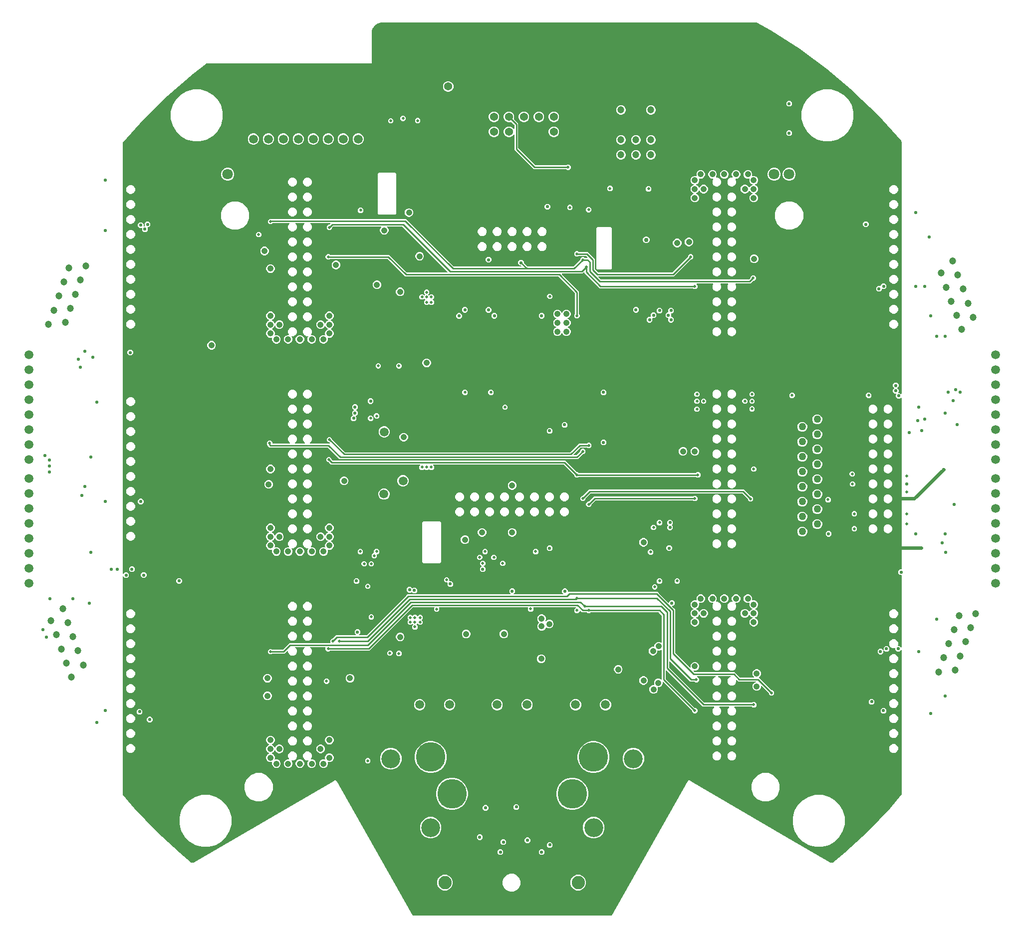
<source format=gbr>
G04 EAGLE Gerber RS-274X export*
G75*
%MOMM*%
%FSLAX34Y34*%
%LPD*%
%INCopper Layer 2*%
%IPPOS*%
%AMOC8*
5,1,8,0,0,1.08239X$1,22.5*%
G01*
%ADD10C,1.371600*%
%ADD11C,1.500000*%
%ADD12C,5.000000*%
%ADD13C,3.200000*%
%ADD14C,2.250000*%
%ADD15C,1.200000*%
%ADD16C,1.800000*%
%ADD17C,1.275000*%
%ADD18C,1.050000*%
%ADD19C,0.500000*%
%ADD20C,0.550000*%
%ADD21C,0.609600*%
%ADD22C,0.254000*%
%ADD23C,0.750000*%

G36*
X168459Y-757988D02*
X168459Y-757988D01*
X168530Y-757986D01*
X168579Y-757968D01*
X168631Y-757960D01*
X168694Y-757926D01*
X168761Y-757902D01*
X168802Y-757869D01*
X168849Y-757844D01*
X168897Y-757793D01*
X168953Y-757749D01*
X168996Y-757690D01*
X169018Y-757666D01*
X169028Y-757645D01*
X169051Y-757613D01*
X297709Y-529987D01*
X297738Y-529908D01*
X297763Y-529856D01*
X298264Y-529006D01*
X298266Y-529001D01*
X298270Y-528994D01*
X298676Y-528276D01*
X299475Y-528069D01*
X299480Y-528067D01*
X299488Y-528066D01*
X300283Y-527845D01*
X300994Y-528263D01*
X300999Y-528265D01*
X301005Y-528270D01*
X301853Y-528749D01*
X301882Y-528771D01*
X301901Y-528791D01*
X301927Y-528805D01*
X301976Y-528841D01*
X471001Y-628268D01*
X471005Y-628269D01*
X471009Y-628272D01*
X540356Y-667899D01*
X540461Y-667938D01*
X540567Y-667981D01*
X540579Y-667982D01*
X540586Y-667985D01*
X540611Y-667986D01*
X540734Y-667999D01*
X543998Y-667999D01*
X544055Y-667990D01*
X544112Y-667991D01*
X544175Y-667970D01*
X544241Y-667960D01*
X544292Y-667933D01*
X544346Y-667915D01*
X544430Y-667859D01*
X544458Y-667844D01*
X544468Y-667834D01*
X544486Y-667822D01*
X564390Y-651176D01*
X564391Y-651175D01*
X564393Y-651174D01*
X564401Y-651164D01*
X564417Y-651152D01*
X604030Y-614737D01*
X604041Y-614723D01*
X604064Y-614704D01*
X641327Y-575887D01*
X641337Y-575872D01*
X641359Y-575852D01*
X660581Y-553146D01*
X660612Y-553095D01*
X660651Y-553049D01*
X660675Y-552990D01*
X660708Y-552935D01*
X660720Y-552876D01*
X660743Y-552821D01*
X660753Y-552726D01*
X660760Y-552695D01*
X660758Y-552679D01*
X660761Y-552654D01*
X660761Y-307820D01*
X660750Y-307750D01*
X660748Y-307678D01*
X660730Y-307629D01*
X660722Y-307578D01*
X660688Y-307514D01*
X660663Y-307447D01*
X660631Y-307406D01*
X660606Y-307360D01*
X660555Y-307311D01*
X660510Y-307255D01*
X660466Y-307227D01*
X660428Y-307191D01*
X660363Y-307161D01*
X660303Y-307122D01*
X660252Y-307109D01*
X660205Y-307087D01*
X660134Y-307079D01*
X660064Y-307062D01*
X660012Y-307066D01*
X659961Y-307060D01*
X659890Y-307075D01*
X659819Y-307081D01*
X659771Y-307101D01*
X659720Y-307112D01*
X659659Y-307149D01*
X659593Y-307177D01*
X659537Y-307222D01*
X659509Y-307239D01*
X659494Y-307256D01*
X659462Y-307282D01*
X656981Y-309763D01*
X653019Y-309763D01*
X650217Y-306961D01*
X650217Y-304550D01*
X650210Y-304504D01*
X650212Y-304458D01*
X650190Y-304384D01*
X650178Y-304307D01*
X650156Y-304266D01*
X650143Y-304222D01*
X650099Y-304158D01*
X650062Y-304090D01*
X650029Y-304058D01*
X650003Y-304020D01*
X649940Y-303974D01*
X649884Y-303920D01*
X649842Y-303901D01*
X649806Y-303873D01*
X649732Y-303849D01*
X649661Y-303817D01*
X649615Y-303811D01*
X649572Y-303797D01*
X649494Y-303798D01*
X649417Y-303789D01*
X649372Y-303799D01*
X649326Y-303800D01*
X649195Y-303838D01*
X649176Y-303842D01*
X649172Y-303844D01*
X649165Y-303846D01*
X648792Y-304001D01*
X645808Y-304001D01*
X643051Y-302859D01*
X640941Y-300749D01*
X639799Y-297992D01*
X639799Y-295008D01*
X640941Y-292251D01*
X643051Y-290141D01*
X645808Y-288999D01*
X648792Y-288999D01*
X651549Y-290141D01*
X653659Y-292251D01*
X654801Y-295008D01*
X654801Y-297992D01*
X654323Y-299145D01*
X654313Y-299189D01*
X654293Y-299231D01*
X654285Y-299308D01*
X654267Y-299384D01*
X654271Y-299430D01*
X654266Y-299475D01*
X654283Y-299552D01*
X654290Y-299629D01*
X654309Y-299671D01*
X654319Y-299716D01*
X654359Y-299783D01*
X654390Y-299854D01*
X654421Y-299888D01*
X654445Y-299927D01*
X654504Y-299978D01*
X654557Y-300035D01*
X654597Y-300057D01*
X654632Y-300087D01*
X654704Y-300116D01*
X654772Y-300153D01*
X654817Y-300162D01*
X654860Y-300179D01*
X654996Y-300194D01*
X655014Y-300197D01*
X655019Y-300196D01*
X655027Y-300197D01*
X656981Y-300197D01*
X659462Y-302678D01*
X659520Y-302720D01*
X659572Y-302769D01*
X659619Y-302791D01*
X659661Y-302821D01*
X659730Y-302843D01*
X659795Y-302873D01*
X659847Y-302879D01*
X659897Y-302894D01*
X659968Y-302892D01*
X660039Y-302900D01*
X660090Y-302889D01*
X660142Y-302887D01*
X660210Y-302863D01*
X660280Y-302848D01*
X660324Y-302821D01*
X660373Y-302803D01*
X660429Y-302758D01*
X660491Y-302721D01*
X660525Y-302682D01*
X660565Y-302649D01*
X660604Y-302589D01*
X660651Y-302535D01*
X660670Y-302486D01*
X660698Y-302442D01*
X660716Y-302373D01*
X660743Y-302306D01*
X660751Y-302235D01*
X660759Y-302204D01*
X660757Y-302181D01*
X660761Y-302140D01*
X660761Y-180544D01*
X660758Y-180524D01*
X660760Y-180505D01*
X660738Y-180403D01*
X660722Y-180301D01*
X660712Y-180284D01*
X660708Y-180264D01*
X660655Y-180175D01*
X660606Y-180084D01*
X660592Y-180070D01*
X660582Y-180053D01*
X660503Y-179986D01*
X660428Y-179914D01*
X660410Y-179906D01*
X660395Y-179893D01*
X660299Y-179854D01*
X660205Y-179811D01*
X660185Y-179809D01*
X660167Y-179801D01*
X660000Y-179783D01*
X658019Y-179783D01*
X655217Y-176981D01*
X655217Y-173019D01*
X658019Y-170217D01*
X660000Y-170217D01*
X660020Y-170214D01*
X660039Y-170216D01*
X660141Y-170194D01*
X660243Y-170178D01*
X660260Y-170168D01*
X660280Y-170164D01*
X660369Y-170111D01*
X660460Y-170062D01*
X660474Y-170048D01*
X660491Y-170038D01*
X660558Y-169959D01*
X660630Y-169884D01*
X660638Y-169866D01*
X660651Y-169851D01*
X660690Y-169755D01*
X660733Y-169661D01*
X660735Y-169641D01*
X660743Y-169623D01*
X660761Y-169456D01*
X660761Y120160D01*
X660750Y120230D01*
X660748Y120302D01*
X660730Y120351D01*
X660722Y120402D01*
X660688Y120466D01*
X660663Y120533D01*
X660631Y120574D01*
X660606Y120620D01*
X660555Y120669D01*
X660510Y120725D01*
X660466Y120753D01*
X660428Y120789D01*
X660363Y120819D01*
X660303Y120858D01*
X660252Y120871D01*
X660205Y120893D01*
X660134Y120901D01*
X660064Y120918D01*
X660012Y120914D01*
X659961Y120920D01*
X659890Y120905D01*
X659819Y120899D01*
X659771Y120879D01*
X659720Y120868D01*
X659659Y120831D01*
X659593Y120803D01*
X659537Y120758D01*
X659509Y120741D01*
X659494Y120724D01*
X659462Y120698D01*
X657981Y119217D01*
X654019Y119217D01*
X651217Y122019D01*
X651217Y125981D01*
X651674Y126438D01*
X651716Y126496D01*
X651765Y126548D01*
X651787Y126595D01*
X651817Y126637D01*
X651839Y126706D01*
X651869Y126771D01*
X651875Y126823D01*
X651890Y126873D01*
X651888Y126944D01*
X651896Y127015D01*
X651885Y127066D01*
X651883Y127118D01*
X651859Y127186D01*
X651844Y127256D01*
X651817Y127301D01*
X651799Y127349D01*
X651754Y127405D01*
X651717Y127467D01*
X651678Y127501D01*
X651645Y127541D01*
X651585Y127580D01*
X651531Y127627D01*
X651482Y127646D01*
X651438Y127674D01*
X651369Y127692D01*
X651302Y127719D01*
X651231Y127727D01*
X651200Y127735D01*
X651177Y127733D01*
X651136Y127737D01*
X649019Y127737D01*
X646217Y130539D01*
X646217Y134501D01*
X648188Y136472D01*
X648200Y136488D01*
X648215Y136500D01*
X648271Y136588D01*
X648331Y136671D01*
X648337Y136690D01*
X648348Y136707D01*
X648373Y136808D01*
X648404Y136907D01*
X648403Y136926D01*
X648408Y136946D01*
X648400Y137049D01*
X648397Y137152D01*
X648391Y137171D01*
X648389Y137191D01*
X648349Y137286D01*
X648313Y137383D01*
X648300Y137399D01*
X648293Y137417D01*
X648188Y137548D01*
X646217Y139519D01*
X646217Y143481D01*
X649019Y146283D01*
X652981Y146283D01*
X655783Y143481D01*
X655783Y139519D01*
X653812Y137548D01*
X653800Y137532D01*
X653785Y137520D01*
X653729Y137432D01*
X653669Y137349D01*
X653663Y137330D01*
X653652Y137313D01*
X653627Y137212D01*
X653596Y137113D01*
X653597Y137094D01*
X653592Y137074D01*
X653600Y136971D01*
X653603Y136868D01*
X653609Y136849D01*
X653611Y136829D01*
X653651Y136734D01*
X653687Y136637D01*
X653699Y136621D01*
X653707Y136603D01*
X653812Y136472D01*
X655783Y134501D01*
X655783Y130539D01*
X655326Y130082D01*
X655284Y130024D01*
X655235Y129972D01*
X655213Y129925D01*
X655183Y129883D01*
X655161Y129814D01*
X655131Y129749D01*
X655125Y129697D01*
X655110Y129647D01*
X655112Y129576D01*
X655104Y129505D01*
X655115Y129454D01*
X655117Y129402D01*
X655141Y129334D01*
X655156Y129264D01*
X655183Y129219D01*
X655201Y129171D01*
X655246Y129115D01*
X655283Y129053D01*
X655322Y129019D01*
X655355Y128979D01*
X655415Y128940D01*
X655469Y128893D01*
X655518Y128874D01*
X655562Y128846D01*
X655631Y128828D01*
X655698Y128801D01*
X655769Y128793D01*
X655800Y128785D01*
X655823Y128787D01*
X655864Y128783D01*
X657981Y128783D01*
X659462Y127302D01*
X659520Y127260D01*
X659572Y127211D01*
X659619Y127189D01*
X659661Y127159D01*
X659730Y127137D01*
X659795Y127107D01*
X659847Y127101D01*
X659897Y127086D01*
X659968Y127088D01*
X660039Y127080D01*
X660090Y127091D01*
X660142Y127093D01*
X660210Y127117D01*
X660280Y127132D01*
X660324Y127159D01*
X660373Y127177D01*
X660429Y127222D01*
X660491Y127259D01*
X660525Y127298D01*
X660565Y127331D01*
X660604Y127391D01*
X660651Y127445D01*
X660670Y127494D01*
X660698Y127538D01*
X660716Y127607D01*
X660743Y127674D01*
X660751Y127745D01*
X660759Y127776D01*
X660757Y127799D01*
X660761Y127840D01*
X660761Y555410D01*
X660754Y555455D01*
X660756Y555501D01*
X660734Y555576D01*
X660722Y555652D01*
X660700Y555693D01*
X660687Y555737D01*
X660615Y555853D01*
X660606Y555870D01*
X660603Y555873D01*
X660599Y555880D01*
X659885Y556789D01*
X659870Y556802D01*
X659852Y556829D01*
X621013Y599978D01*
X620998Y599990D01*
X620977Y600015D01*
X579324Y640454D01*
X579308Y640465D01*
X579286Y640488D01*
X535007Y678034D01*
X534991Y678044D01*
X534967Y678066D01*
X488263Y712548D01*
X488246Y712557D01*
X488221Y712577D01*
X439303Y743840D01*
X439289Y743846D01*
X439270Y743860D01*
X414646Y757899D01*
X414540Y757938D01*
X414435Y757981D01*
X414423Y757982D01*
X414415Y757985D01*
X414390Y757986D01*
X414269Y757999D01*
X-220000Y757999D01*
X-220022Y757996D01*
X-220060Y757997D01*
X-222756Y757785D01*
X-222762Y757783D01*
X-222768Y757784D01*
X-222932Y757750D01*
X-228061Y756083D01*
X-228093Y756067D01*
X-228128Y756058D01*
X-228273Y755975D01*
X-232637Y752805D01*
X-232662Y752780D01*
X-232692Y752761D01*
X-232805Y752637D01*
X-235975Y748273D01*
X-235991Y748241D01*
X-236014Y748214D01*
X-236083Y748061D01*
X-237750Y742932D01*
X-237751Y742926D01*
X-237753Y742921D01*
X-237785Y742756D01*
X-237997Y740060D01*
X-237995Y740038D01*
X-237999Y740000D01*
X-237999Y689171D01*
X-239171Y687999D01*
X-519053Y687999D01*
X-519097Y687992D01*
X-519141Y687994D01*
X-519217Y687972D01*
X-519296Y687960D01*
X-519335Y687939D01*
X-519377Y687927D01*
X-519500Y687851D01*
X-519513Y687844D01*
X-519516Y687842D01*
X-519520Y687839D01*
X-541311Y670890D01*
X-541321Y670879D01*
X-541341Y670866D01*
X-584550Y633676D01*
X-584562Y633661D01*
X-584587Y633642D01*
X-625242Y593676D01*
X-625253Y593660D01*
X-625276Y593639D01*
X-660568Y554025D01*
X-660606Y553967D01*
X-660651Y553914D01*
X-660671Y553863D01*
X-660700Y553818D01*
X-660717Y553750D01*
X-660743Y553686D01*
X-660751Y553610D01*
X-660759Y553579D01*
X-660757Y553557D01*
X-660761Y553519D01*
X-660761Y-177160D01*
X-660750Y-177230D01*
X-660748Y-177302D01*
X-660730Y-177351D01*
X-660722Y-177402D01*
X-660688Y-177466D01*
X-660663Y-177533D01*
X-660631Y-177574D01*
X-660606Y-177620D01*
X-660555Y-177669D01*
X-660510Y-177725D01*
X-660466Y-177753D01*
X-660428Y-177789D01*
X-660363Y-177819D01*
X-660303Y-177858D01*
X-660252Y-177871D01*
X-660205Y-177893D01*
X-660134Y-177901D01*
X-660064Y-177918D01*
X-660012Y-177914D01*
X-659961Y-177920D01*
X-659890Y-177905D01*
X-659819Y-177899D01*
X-659771Y-177879D01*
X-659720Y-177868D01*
X-659659Y-177831D01*
X-659593Y-177803D01*
X-659537Y-177758D01*
X-659509Y-177741D01*
X-659494Y-177724D01*
X-659462Y-177698D01*
X-656981Y-175217D01*
X-653019Y-175217D01*
X-650217Y-178019D01*
X-650217Y-181981D01*
X-653019Y-184783D01*
X-656981Y-184783D01*
X-659462Y-182302D01*
X-659520Y-182260D01*
X-659572Y-182211D01*
X-659619Y-182189D01*
X-659661Y-182159D01*
X-659730Y-182137D01*
X-659795Y-182107D01*
X-659847Y-182101D01*
X-659897Y-182086D01*
X-659968Y-182088D01*
X-660039Y-182080D01*
X-660090Y-182091D01*
X-660142Y-182093D01*
X-660210Y-182117D01*
X-660280Y-182132D01*
X-660324Y-182159D01*
X-660373Y-182177D01*
X-660429Y-182222D01*
X-660491Y-182259D01*
X-660525Y-182298D01*
X-660565Y-182331D01*
X-660604Y-182391D01*
X-660651Y-182445D01*
X-660670Y-182494D01*
X-660698Y-182538D01*
X-660716Y-182607D01*
X-660743Y-182674D01*
X-660751Y-182745D01*
X-660759Y-182776D01*
X-660757Y-182799D01*
X-660761Y-182840D01*
X-660761Y-552654D01*
X-660752Y-552713D01*
X-660752Y-552773D01*
X-660732Y-552834D01*
X-660722Y-552897D01*
X-660693Y-552950D01*
X-660675Y-553007D01*
X-660622Y-553086D01*
X-660606Y-553114D01*
X-660595Y-553125D01*
X-660581Y-553146D01*
X-641359Y-575852D01*
X-641345Y-575863D01*
X-641327Y-575887D01*
X-604064Y-614704D01*
X-604050Y-614715D01*
X-604030Y-614737D01*
X-564417Y-651152D01*
X-564405Y-651160D01*
X-564390Y-651176D01*
X-544486Y-667822D01*
X-544437Y-667851D01*
X-544393Y-667889D01*
X-544331Y-667914D01*
X-544275Y-667947D01*
X-544218Y-667959D01*
X-544165Y-667981D01*
X-544065Y-667992D01*
X-544034Y-667998D01*
X-544020Y-667997D01*
X-543998Y-667999D01*
X-540747Y-667999D01*
X-540632Y-667980D01*
X-540516Y-667964D01*
X-540509Y-667960D01*
X-540504Y-667960D01*
X-540487Y-667951D01*
X-540363Y-667896D01*
X-301977Y-528837D01*
X-301911Y-528782D01*
X-301907Y-528779D01*
X-301001Y-528268D01*
X-300998Y-528265D01*
X-300992Y-528262D01*
X-300278Y-527846D01*
X-299483Y-528067D01*
X-299479Y-528068D01*
X-299473Y-528070D01*
X-298674Y-528280D01*
X-298268Y-528999D01*
X-298265Y-529002D01*
X-298263Y-529008D01*
X-297755Y-529877D01*
X-297753Y-529883D01*
X-297747Y-529909D01*
X-297731Y-529935D01*
X-297706Y-529992D01*
X-169051Y-757613D01*
X-169007Y-757668D01*
X-168970Y-757729D01*
X-168930Y-757763D01*
X-168897Y-757804D01*
X-168837Y-757843D01*
X-168783Y-757889D01*
X-168734Y-757909D01*
X-168690Y-757937D01*
X-168621Y-757954D01*
X-168555Y-757981D01*
X-168483Y-757989D01*
X-168451Y-757997D01*
X-168428Y-757995D01*
X-168388Y-757999D01*
X168388Y-757999D01*
X168459Y-757988D01*
G37*
%LPC*%
G36*
X345808Y-418301D02*
X345808Y-418301D01*
X343051Y-417159D01*
X340941Y-415049D01*
X339799Y-412292D01*
X339799Y-409308D01*
X340941Y-406551D01*
X342890Y-404602D01*
X342932Y-404544D01*
X342981Y-404492D01*
X343003Y-404445D01*
X343034Y-404403D01*
X343055Y-404334D01*
X343085Y-404269D01*
X343091Y-404217D01*
X343106Y-404167D01*
X343104Y-404096D01*
X343112Y-404025D01*
X343101Y-403974D01*
X343100Y-403922D01*
X343075Y-403854D01*
X343060Y-403784D01*
X343033Y-403739D01*
X343015Y-403691D01*
X342970Y-403635D01*
X342934Y-403573D01*
X342894Y-403539D01*
X342861Y-403499D01*
X342801Y-403460D01*
X342747Y-403413D01*
X342698Y-403394D01*
X342655Y-403366D01*
X342585Y-403348D01*
X342519Y-403321D01*
X342447Y-403313D01*
X342416Y-403305D01*
X342393Y-403307D01*
X342352Y-403303D01*
X323632Y-403303D01*
X321474Y-401145D01*
X262062Y-341733D01*
X262004Y-341691D01*
X261952Y-341642D01*
X261905Y-341620D01*
X261863Y-341589D01*
X261794Y-341568D01*
X261729Y-341538D01*
X261677Y-341532D01*
X261627Y-341517D01*
X261556Y-341519D01*
X261485Y-341511D01*
X261434Y-341522D01*
X261382Y-341523D01*
X261314Y-341548D01*
X261244Y-341563D01*
X261199Y-341590D01*
X261151Y-341608D01*
X261095Y-341653D01*
X261033Y-341690D01*
X260999Y-341729D01*
X260959Y-341762D01*
X260920Y-341822D01*
X260873Y-341876D01*
X260854Y-341925D01*
X260826Y-341969D01*
X260808Y-342038D01*
X260781Y-342105D01*
X260773Y-342176D01*
X260765Y-342207D01*
X260767Y-342230D01*
X260763Y-342271D01*
X260763Y-355777D01*
X260777Y-355867D01*
X260785Y-355958D01*
X260797Y-355987D01*
X260802Y-356019D01*
X260845Y-356100D01*
X260881Y-356184D01*
X260907Y-356216D01*
X260918Y-356237D01*
X260941Y-356259D01*
X260986Y-356315D01*
X309915Y-405244D01*
X309989Y-405297D01*
X310058Y-405357D01*
X310089Y-405369D01*
X310115Y-405388D01*
X310202Y-405415D01*
X310287Y-405449D01*
X310328Y-405453D01*
X310350Y-405460D01*
X310382Y-405459D01*
X310453Y-405467D01*
X311878Y-405467D01*
X314533Y-408122D01*
X314533Y-411878D01*
X311878Y-414533D01*
X308122Y-414533D01*
X305467Y-411878D01*
X305467Y-410453D01*
X305453Y-410363D01*
X305445Y-410272D01*
X305433Y-410243D01*
X305428Y-410211D01*
X305385Y-410130D01*
X305349Y-410046D01*
X305323Y-410014D01*
X305312Y-409993D01*
X305289Y-409971D01*
X305244Y-409915D01*
X256582Y-361253D01*
X256524Y-361211D01*
X256472Y-361162D01*
X256425Y-361140D01*
X256383Y-361109D01*
X256314Y-361088D01*
X256249Y-361058D01*
X256197Y-361052D01*
X256147Y-361037D01*
X256076Y-361039D01*
X256005Y-361031D01*
X255954Y-361042D01*
X255902Y-361043D01*
X255834Y-361068D01*
X255764Y-361083D01*
X255719Y-361110D01*
X255671Y-361128D01*
X255615Y-361173D01*
X255553Y-361210D01*
X255519Y-361249D01*
X255479Y-361282D01*
X255440Y-361342D01*
X255393Y-361396D01*
X255374Y-361445D01*
X255346Y-361489D01*
X255328Y-361558D01*
X255301Y-361625D01*
X255293Y-361696D01*
X255285Y-361727D01*
X255287Y-361750D01*
X255283Y-361791D01*
X255283Y-364449D01*
X254174Y-367125D01*
X252125Y-369174D01*
X249449Y-370283D01*
X247482Y-370283D01*
X247437Y-370290D01*
X247391Y-370288D01*
X247316Y-370310D01*
X247240Y-370322D01*
X247199Y-370344D01*
X247155Y-370357D01*
X247091Y-370401D01*
X247022Y-370438D01*
X246991Y-370471D01*
X246953Y-370497D01*
X246906Y-370559D01*
X246853Y-370616D01*
X246833Y-370658D01*
X246806Y-370694D01*
X246782Y-370768D01*
X246749Y-370839D01*
X246744Y-370885D01*
X246730Y-370928D01*
X246731Y-371006D01*
X246722Y-371083D01*
X246732Y-371128D01*
X246732Y-371174D01*
X246770Y-371306D01*
X246774Y-371324D01*
X246777Y-371328D01*
X246779Y-371335D01*
X247283Y-372551D01*
X247283Y-375449D01*
X246174Y-378125D01*
X244125Y-380174D01*
X241449Y-381283D01*
X238551Y-381283D01*
X235875Y-380174D01*
X233826Y-378125D01*
X232717Y-375449D01*
X232717Y-372551D01*
X233826Y-369875D01*
X235875Y-367826D01*
X238551Y-366717D01*
X240518Y-366717D01*
X240563Y-366710D01*
X240609Y-366712D01*
X240684Y-366690D01*
X240760Y-366678D01*
X240801Y-366656D01*
X240845Y-366643D01*
X240909Y-366599D01*
X240978Y-366562D01*
X241009Y-366529D01*
X241047Y-366503D01*
X241094Y-366441D01*
X241147Y-366384D01*
X241167Y-366342D01*
X241194Y-366306D01*
X241218Y-366232D01*
X241251Y-366161D01*
X241256Y-366115D01*
X241270Y-366072D01*
X241269Y-365994D01*
X241278Y-365917D01*
X241268Y-365872D01*
X241268Y-365826D01*
X241230Y-365694D01*
X241226Y-365676D01*
X241225Y-365676D01*
X241223Y-365672D01*
X241221Y-365665D01*
X240717Y-364449D01*
X240717Y-361551D01*
X241826Y-358875D01*
X243875Y-356826D01*
X246551Y-355717D01*
X249449Y-355717D01*
X252125Y-356826D01*
X252858Y-357558D01*
X252916Y-357600D01*
X252968Y-357650D01*
X253015Y-357672D01*
X253057Y-357702D01*
X253126Y-357723D01*
X253191Y-357753D01*
X253243Y-357759D01*
X253293Y-357774D01*
X253364Y-357772D01*
X253435Y-357780D01*
X253486Y-357769D01*
X253538Y-357768D01*
X253606Y-357743D01*
X253676Y-357728D01*
X253721Y-357701D01*
X253769Y-357684D01*
X253825Y-357639D01*
X253887Y-357602D01*
X253921Y-357562D01*
X253961Y-357530D01*
X254000Y-357470D01*
X254047Y-357415D01*
X254066Y-357367D01*
X254094Y-357323D01*
X254112Y-357253D01*
X254139Y-357187D01*
X254147Y-357116D01*
X254155Y-357084D01*
X254153Y-357061D01*
X254157Y-357020D01*
X254157Y-307480D01*
X254146Y-307409D01*
X254144Y-307337D01*
X254126Y-307288D01*
X254118Y-307237D01*
X254084Y-307174D01*
X254059Y-307106D01*
X254027Y-307066D01*
X254002Y-307020D01*
X253951Y-306970D01*
X253906Y-306914D01*
X253862Y-306886D01*
X253824Y-306850D01*
X253759Y-306820D01*
X253699Y-306781D01*
X253648Y-306769D01*
X253601Y-306747D01*
X253530Y-306739D01*
X253460Y-306721D01*
X253408Y-306725D01*
X253357Y-306720D01*
X253286Y-306735D01*
X253215Y-306740D01*
X253167Y-306761D01*
X253116Y-306772D01*
X253055Y-306809D01*
X252989Y-306837D01*
X252933Y-306882D01*
X252905Y-306898D01*
X252890Y-306916D01*
X252858Y-306942D01*
X252625Y-307174D01*
X249949Y-308283D01*
X247044Y-308283D01*
X247024Y-308286D01*
X247005Y-308284D01*
X246903Y-308306D01*
X246801Y-308322D01*
X246784Y-308332D01*
X246764Y-308336D01*
X246675Y-308389D01*
X246584Y-308438D01*
X246570Y-308452D01*
X246553Y-308462D01*
X246486Y-308541D01*
X246414Y-308616D01*
X246406Y-308634D01*
X246393Y-308649D01*
X246354Y-308745D01*
X246311Y-308839D01*
X246309Y-308859D01*
X246301Y-308877D01*
X246283Y-309044D01*
X246283Y-310449D01*
X245174Y-313125D01*
X243125Y-315174D01*
X240449Y-316283D01*
X237551Y-316283D01*
X234875Y-315174D01*
X232826Y-313125D01*
X231717Y-310449D01*
X231717Y-307551D01*
X232826Y-304875D01*
X234875Y-302826D01*
X237551Y-301717D01*
X240456Y-301717D01*
X240476Y-301714D01*
X240495Y-301716D01*
X240597Y-301694D01*
X240699Y-301678D01*
X240716Y-301668D01*
X240736Y-301664D01*
X240825Y-301611D01*
X240916Y-301562D01*
X240930Y-301548D01*
X240947Y-301538D01*
X241014Y-301459D01*
X241086Y-301384D01*
X241094Y-301366D01*
X241107Y-301351D01*
X241146Y-301255D01*
X241189Y-301161D01*
X241191Y-301141D01*
X241199Y-301123D01*
X241217Y-300956D01*
X241217Y-299551D01*
X242326Y-296875D01*
X244375Y-294826D01*
X247051Y-293717D01*
X249949Y-293717D01*
X252625Y-294826D01*
X252858Y-295058D01*
X252916Y-295100D01*
X252968Y-295150D01*
X253015Y-295172D01*
X253057Y-295202D01*
X253126Y-295223D01*
X253191Y-295253D01*
X253243Y-295259D01*
X253293Y-295274D01*
X253364Y-295272D01*
X253435Y-295280D01*
X253486Y-295269D01*
X253538Y-295268D01*
X253606Y-295243D01*
X253676Y-295228D01*
X253721Y-295201D01*
X253769Y-295184D01*
X253825Y-295139D01*
X253887Y-295102D01*
X253921Y-295062D01*
X253961Y-295030D01*
X254000Y-294970D01*
X254047Y-294915D01*
X254066Y-294867D01*
X254094Y-294823D01*
X254112Y-294754D01*
X254139Y-294687D01*
X254147Y-294616D01*
X254155Y-294584D01*
X254153Y-294561D01*
X254157Y-294520D01*
X254157Y-249143D01*
X254143Y-249053D01*
X254135Y-248962D01*
X254123Y-248933D01*
X254118Y-248901D01*
X254075Y-248820D01*
X254039Y-248736D01*
X254013Y-248704D01*
X254002Y-248683D01*
X253979Y-248661D01*
X253934Y-248605D01*
X248855Y-243526D01*
X248781Y-243473D01*
X248712Y-243413D01*
X248681Y-243401D01*
X248655Y-243382D01*
X248568Y-243355D01*
X248483Y-243321D01*
X248442Y-243317D01*
X248420Y-243310D01*
X248388Y-243311D01*
X248317Y-243303D01*
X133423Y-243303D01*
X133333Y-243317D01*
X133242Y-243325D01*
X133212Y-243337D01*
X133180Y-243342D01*
X133099Y-243385D01*
X133015Y-243421D01*
X132983Y-243447D01*
X132963Y-243458D01*
X132941Y-243481D01*
X132885Y-243526D01*
X131878Y-244533D01*
X128122Y-244533D01*
X127115Y-243526D01*
X127041Y-243473D01*
X126972Y-243413D01*
X126942Y-243401D01*
X126916Y-243382D01*
X126829Y-243355D01*
X126744Y-243321D01*
X126703Y-243317D01*
X126681Y-243310D01*
X126648Y-243311D01*
X126577Y-243303D01*
X118632Y-243303D01*
X116474Y-241145D01*
X115832Y-240503D01*
X115774Y-240461D01*
X115722Y-240412D01*
X115675Y-240390D01*
X115633Y-240359D01*
X115564Y-240338D01*
X115499Y-240308D01*
X115447Y-240302D01*
X115397Y-240287D01*
X115326Y-240289D01*
X115255Y-240281D01*
X115204Y-240292D01*
X115152Y-240293D01*
X115084Y-240318D01*
X115014Y-240333D01*
X114969Y-240360D01*
X114921Y-240378D01*
X114865Y-240423D01*
X114803Y-240460D01*
X114769Y-240499D01*
X114729Y-240532D01*
X114690Y-240592D01*
X114643Y-240646D01*
X114624Y-240695D01*
X114596Y-240739D01*
X114578Y-240808D01*
X114551Y-240875D01*
X114543Y-240946D01*
X114535Y-240977D01*
X114537Y-241000D01*
X114533Y-241041D01*
X114533Y-241878D01*
X111878Y-244533D01*
X108122Y-244533D01*
X105467Y-241878D01*
X105467Y-238122D01*
X107987Y-235602D01*
X108029Y-235544D01*
X108079Y-235492D01*
X108101Y-235445D01*
X108131Y-235403D01*
X108152Y-235334D01*
X108182Y-235269D01*
X108188Y-235217D01*
X108203Y-235167D01*
X108202Y-235096D01*
X108209Y-235025D01*
X108198Y-234974D01*
X108197Y-234922D01*
X108172Y-234854D01*
X108157Y-234784D01*
X108130Y-234739D01*
X108113Y-234691D01*
X108068Y-234635D01*
X108031Y-234573D01*
X107991Y-234539D01*
X107959Y-234499D01*
X107899Y-234460D01*
X107844Y-234413D01*
X107796Y-234394D01*
X107752Y-234366D01*
X107682Y-234348D01*
X107616Y-234321D01*
X107545Y-234313D01*
X107513Y-234305D01*
X107490Y-234307D01*
X107449Y-234303D01*
X36551Y-234303D01*
X36480Y-234314D01*
X36408Y-234316D01*
X36359Y-234334D01*
X36308Y-234342D01*
X36245Y-234376D01*
X36177Y-234401D01*
X36137Y-234433D01*
X36091Y-234458D01*
X36041Y-234509D01*
X35985Y-234554D01*
X35957Y-234598D01*
X35921Y-234636D01*
X35891Y-234701D01*
X35852Y-234761D01*
X35840Y-234812D01*
X35818Y-234859D01*
X35810Y-234930D01*
X35792Y-235000D01*
X35796Y-235052D01*
X35791Y-235103D01*
X35806Y-235174D01*
X35811Y-235245D01*
X35832Y-235293D01*
X35843Y-235344D01*
X35880Y-235405D01*
X35908Y-235471D01*
X35953Y-235527D01*
X35969Y-235555D01*
X35987Y-235570D01*
X36013Y-235602D01*
X36033Y-235622D01*
X36033Y-239378D01*
X33378Y-242033D01*
X29622Y-242033D01*
X26967Y-239378D01*
X26967Y-235622D01*
X26987Y-235602D01*
X27029Y-235544D01*
X27079Y-235492D01*
X27101Y-235445D01*
X27131Y-235403D01*
X27152Y-235334D01*
X27182Y-235269D01*
X27188Y-235217D01*
X27203Y-235167D01*
X27202Y-235096D01*
X27209Y-235025D01*
X27198Y-234974D01*
X27197Y-234922D01*
X27172Y-234854D01*
X27157Y-234784D01*
X27130Y-234739D01*
X27113Y-234691D01*
X27068Y-234635D01*
X27031Y-234573D01*
X26991Y-234539D01*
X26959Y-234499D01*
X26899Y-234460D01*
X26844Y-234413D01*
X26796Y-234394D01*
X26752Y-234366D01*
X26683Y-234348D01*
X26616Y-234321D01*
X26545Y-234313D01*
X26513Y-234305D01*
X26490Y-234307D01*
X26449Y-234303D01*
X-123449Y-234303D01*
X-123520Y-234314D01*
X-123592Y-234316D01*
X-123641Y-234334D01*
X-123692Y-234342D01*
X-123755Y-234376D01*
X-123823Y-234401D01*
X-123863Y-234433D01*
X-123909Y-234458D01*
X-123959Y-234510D01*
X-124015Y-234554D01*
X-124043Y-234598D01*
X-124079Y-234636D01*
X-124109Y-234701D01*
X-124148Y-234761D01*
X-124160Y-234812D01*
X-124182Y-234859D01*
X-124190Y-234930D01*
X-124208Y-235000D01*
X-124204Y-235052D01*
X-124209Y-235103D01*
X-124194Y-235174D01*
X-124189Y-235245D01*
X-124168Y-235293D01*
X-124157Y-235344D01*
X-124120Y-235405D01*
X-124092Y-235471D01*
X-124047Y-235527D01*
X-124031Y-235555D01*
X-124013Y-235570D01*
X-123987Y-235602D01*
X-123467Y-236122D01*
X-123467Y-239878D01*
X-126122Y-242533D01*
X-129878Y-242533D01*
X-132533Y-239878D01*
X-132533Y-236122D01*
X-132013Y-235602D01*
X-131971Y-235544D01*
X-131921Y-235492D01*
X-131899Y-235445D01*
X-131869Y-235403D01*
X-131848Y-235334D01*
X-131818Y-235269D01*
X-131812Y-235217D01*
X-131797Y-235167D01*
X-131798Y-235096D01*
X-131791Y-235025D01*
X-131802Y-234974D01*
X-131803Y-234922D01*
X-131828Y-234854D01*
X-131843Y-234784D01*
X-131870Y-234739D01*
X-131887Y-234691D01*
X-131932Y-234635D01*
X-131969Y-234573D01*
X-132009Y-234539D01*
X-132041Y-234499D01*
X-132101Y-234460D01*
X-132156Y-234413D01*
X-132204Y-234394D01*
X-132248Y-234366D01*
X-132318Y-234348D01*
X-132384Y-234321D01*
X-132455Y-234313D01*
X-132487Y-234305D01*
X-132510Y-234307D01*
X-132551Y-234303D01*
X-167817Y-234303D01*
X-167907Y-234317D01*
X-167998Y-234325D01*
X-168027Y-234337D01*
X-168059Y-234342D01*
X-168140Y-234385D01*
X-168224Y-234421D01*
X-168256Y-234447D01*
X-168277Y-234458D01*
X-168299Y-234481D01*
X-168355Y-234526D01*
X-242132Y-308303D01*
X-308577Y-308303D01*
X-308667Y-308317D01*
X-308758Y-308325D01*
X-308788Y-308337D01*
X-308820Y-308342D01*
X-308901Y-308385D01*
X-308985Y-308421D01*
X-309017Y-308447D01*
X-309037Y-308458D01*
X-309059Y-308481D01*
X-309115Y-308526D01*
X-310122Y-309533D01*
X-313878Y-309533D01*
X-316533Y-306878D01*
X-316533Y-302918D01*
X-316527Y-302898D01*
X-316529Y-302826D01*
X-316521Y-302755D01*
X-316532Y-302704D01*
X-316533Y-302652D01*
X-316557Y-302585D01*
X-316573Y-302514D01*
X-316599Y-302470D01*
X-316617Y-302421D01*
X-316662Y-302365D01*
X-316699Y-302303D01*
X-316738Y-302269D01*
X-316770Y-302229D01*
X-316831Y-302190D01*
X-316886Y-302143D01*
X-316934Y-302124D01*
X-316977Y-302096D01*
X-317047Y-302078D01*
X-317114Y-302051D01*
X-317185Y-302043D01*
X-317216Y-302036D01*
X-317239Y-302037D01*
X-317281Y-302033D01*
X-342022Y-302033D01*
X-342093Y-302044D01*
X-342164Y-302046D01*
X-342213Y-302064D01*
X-342265Y-302072D01*
X-342328Y-302106D01*
X-342395Y-302131D01*
X-342436Y-302163D01*
X-342482Y-302188D01*
X-342531Y-302240D01*
X-342587Y-302284D01*
X-342615Y-302328D01*
X-342651Y-302366D01*
X-342682Y-302431D01*
X-342720Y-302491D01*
X-342733Y-302542D01*
X-342755Y-302589D01*
X-342763Y-302660D01*
X-342780Y-302730D01*
X-342776Y-302782D01*
X-342782Y-302833D01*
X-342767Y-302904D01*
X-342761Y-302975D01*
X-342741Y-303023D01*
X-342730Y-303074D01*
X-342693Y-303135D01*
X-342665Y-303201D01*
X-342620Y-303257D01*
X-342604Y-303285D01*
X-342586Y-303300D01*
X-342560Y-303332D01*
X-340941Y-304951D01*
X-339799Y-307708D01*
X-339799Y-310692D01*
X-340941Y-313449D01*
X-343051Y-315559D01*
X-345808Y-316701D01*
X-348792Y-316701D01*
X-351549Y-315559D01*
X-353659Y-313449D01*
X-354801Y-310692D01*
X-354801Y-307708D01*
X-353659Y-304951D01*
X-352040Y-303332D01*
X-351998Y-303274D01*
X-351949Y-303222D01*
X-351927Y-303175D01*
X-351896Y-303133D01*
X-351875Y-303064D01*
X-351845Y-302999D01*
X-351839Y-302947D01*
X-351824Y-302897D01*
X-351826Y-302826D01*
X-351818Y-302755D01*
X-351829Y-302704D01*
X-351830Y-302652D01*
X-351855Y-302584D01*
X-351870Y-302514D01*
X-351897Y-302469D01*
X-351915Y-302421D01*
X-351960Y-302365D01*
X-351996Y-302303D01*
X-352036Y-302269D01*
X-352069Y-302229D01*
X-352129Y-302190D01*
X-352183Y-302143D01*
X-352232Y-302124D01*
X-352275Y-302096D01*
X-352345Y-302078D01*
X-352411Y-302051D01*
X-352483Y-302043D01*
X-352514Y-302035D01*
X-352537Y-302037D01*
X-352578Y-302033D01*
X-367422Y-302033D01*
X-367493Y-302044D01*
X-367564Y-302046D01*
X-367613Y-302064D01*
X-367665Y-302072D01*
X-367728Y-302106D01*
X-367795Y-302131D01*
X-367836Y-302163D01*
X-367882Y-302188D01*
X-367931Y-302240D01*
X-367987Y-302284D01*
X-368015Y-302328D01*
X-368051Y-302366D01*
X-368082Y-302431D01*
X-368120Y-302491D01*
X-368133Y-302542D01*
X-368155Y-302589D01*
X-368163Y-302660D01*
X-368180Y-302730D01*
X-368176Y-302782D01*
X-368182Y-302833D01*
X-368167Y-302904D01*
X-368161Y-302975D01*
X-368141Y-303023D01*
X-368130Y-303074D01*
X-368093Y-303135D01*
X-368065Y-303201D01*
X-368020Y-303257D01*
X-368004Y-303285D01*
X-367986Y-303300D01*
X-367960Y-303332D01*
X-366341Y-304951D01*
X-365199Y-307708D01*
X-365199Y-310692D01*
X-366341Y-313449D01*
X-368451Y-315559D01*
X-371208Y-316701D01*
X-374192Y-316701D01*
X-376949Y-315559D01*
X-379059Y-313449D01*
X-380201Y-310692D01*
X-380201Y-308807D01*
X-380212Y-308736D01*
X-380214Y-308664D01*
X-380232Y-308615D01*
X-380240Y-308564D01*
X-380274Y-308501D01*
X-380299Y-308433D01*
X-380331Y-308393D01*
X-380356Y-308346D01*
X-380408Y-308297D01*
X-380452Y-308241D01*
X-380496Y-308213D01*
X-380534Y-308177D01*
X-380599Y-308147D01*
X-380659Y-308108D01*
X-380710Y-308095D01*
X-380757Y-308073D01*
X-380828Y-308066D01*
X-380898Y-308048D01*
X-380950Y-308052D01*
X-381001Y-308046D01*
X-381072Y-308062D01*
X-381143Y-308067D01*
X-381191Y-308088D01*
X-381242Y-308099D01*
X-381303Y-308135D01*
X-381369Y-308164D01*
X-381425Y-308208D01*
X-381453Y-308225D01*
X-381468Y-308243D01*
X-381500Y-308268D01*
X-386535Y-313303D01*
X-406577Y-313303D01*
X-406667Y-313317D01*
X-406758Y-313325D01*
X-406788Y-313337D01*
X-406820Y-313342D01*
X-406901Y-313385D01*
X-406985Y-313421D01*
X-407017Y-313447D01*
X-407037Y-313458D01*
X-407059Y-313481D01*
X-407115Y-313526D01*
X-408122Y-314533D01*
X-411878Y-314533D01*
X-414533Y-311878D01*
X-414533Y-308122D01*
X-411878Y-305467D01*
X-408122Y-305467D01*
X-407115Y-306474D01*
X-407041Y-306527D01*
X-406972Y-306587D01*
X-406942Y-306599D01*
X-406916Y-306618D01*
X-406829Y-306645D01*
X-406744Y-306679D01*
X-406703Y-306683D01*
X-406681Y-306690D01*
X-406648Y-306689D01*
X-406577Y-306697D01*
X-389586Y-306697D01*
X-389496Y-306683D01*
X-389405Y-306675D01*
X-389375Y-306663D01*
X-389343Y-306658D01*
X-389263Y-306615D01*
X-389179Y-306579D01*
X-389147Y-306553D01*
X-389126Y-306542D01*
X-389104Y-306519D01*
X-389048Y-306474D01*
X-378001Y-295427D01*
X-309281Y-295427D01*
X-309210Y-295416D01*
X-309137Y-295414D01*
X-309089Y-295396D01*
X-309038Y-295388D01*
X-308974Y-295354D01*
X-308907Y-295329D01*
X-308866Y-295297D01*
X-308821Y-295272D01*
X-308771Y-295220D01*
X-308715Y-295175D01*
X-308687Y-295132D01*
X-308651Y-295094D01*
X-308621Y-295029D01*
X-308582Y-294968D01*
X-308569Y-294918D01*
X-308548Y-294871D01*
X-308540Y-294799D01*
X-308522Y-294729D01*
X-308526Y-294678D01*
X-308521Y-294627D01*
X-308533Y-294571D01*
X-308533Y-290582D01*
X-305878Y-287927D01*
X-304993Y-287927D01*
X-304903Y-287913D01*
X-304812Y-287905D01*
X-304783Y-287893D01*
X-304751Y-287888D01*
X-304670Y-287845D01*
X-304586Y-287809D01*
X-304554Y-287783D01*
X-304533Y-287772D01*
X-304511Y-287749D01*
X-304455Y-287704D01*
X-298868Y-282117D01*
X-265984Y-282117D01*
X-265914Y-282106D01*
X-265842Y-282104D01*
X-265793Y-282086D01*
X-265742Y-282078D01*
X-265678Y-282044D01*
X-265611Y-282019D01*
X-265570Y-281987D01*
X-265524Y-281962D01*
X-265475Y-281910D01*
X-265419Y-281866D01*
X-265391Y-281822D01*
X-265355Y-281784D01*
X-265325Y-281719D01*
X-265286Y-281659D01*
X-265273Y-281608D01*
X-265251Y-281561D01*
X-265243Y-281490D01*
X-265226Y-281420D01*
X-265230Y-281368D01*
X-265224Y-281317D01*
X-265239Y-281246D01*
X-265245Y-281175D01*
X-265265Y-281127D01*
X-265276Y-281076D01*
X-265313Y-281015D01*
X-265341Y-280949D01*
X-265386Y-280893D01*
X-265403Y-280865D01*
X-265420Y-280850D01*
X-265446Y-280818D01*
X-267283Y-278981D01*
X-267283Y-275019D01*
X-264481Y-272217D01*
X-260519Y-272217D01*
X-257717Y-275019D01*
X-257717Y-278981D01*
X-259554Y-280818D01*
X-259596Y-280876D01*
X-259645Y-280928D01*
X-259667Y-280975D01*
X-259697Y-281017D01*
X-259719Y-281086D01*
X-259749Y-281151D01*
X-259755Y-281203D01*
X-259770Y-281253D01*
X-259768Y-281324D01*
X-259776Y-281395D01*
X-259765Y-281446D01*
X-259763Y-281498D01*
X-259739Y-281566D01*
X-259724Y-281636D01*
X-259697Y-281681D01*
X-259679Y-281729D01*
X-259634Y-281785D01*
X-259597Y-281847D01*
X-259558Y-281881D01*
X-259525Y-281921D01*
X-259465Y-281960D01*
X-259411Y-282007D01*
X-259362Y-282026D01*
X-259318Y-282054D01*
X-259249Y-282072D01*
X-259182Y-282099D01*
X-259111Y-282107D01*
X-259080Y-282115D01*
X-259057Y-282113D01*
X-259016Y-282117D01*
X-247103Y-282117D01*
X-247013Y-282103D01*
X-246922Y-282095D01*
X-246893Y-282083D01*
X-246861Y-282078D01*
X-246780Y-282035D01*
X-246696Y-281999D01*
X-246664Y-281973D01*
X-246643Y-281962D01*
X-246621Y-281939D01*
X-246565Y-281894D01*
X-179796Y-215125D01*
X-177638Y-212967D01*
X-3134Y-212967D01*
X-3064Y-212956D01*
X-2992Y-212954D01*
X-2943Y-212936D01*
X-2892Y-212928D01*
X-2828Y-212894D01*
X-2761Y-212869D01*
X-2720Y-212837D01*
X-2674Y-212812D01*
X-2625Y-212760D01*
X-2569Y-212716D01*
X-2541Y-212672D01*
X-2505Y-212634D01*
X-2475Y-212569D01*
X-2436Y-212509D01*
X-2423Y-212458D01*
X-2401Y-212411D01*
X-2393Y-212340D01*
X-2376Y-212270D01*
X-2380Y-212218D01*
X-2374Y-212167D01*
X-2389Y-212096D01*
X-2395Y-212025D01*
X-2415Y-211977D01*
X-2426Y-211926D01*
X-2463Y-211865D01*
X-2491Y-211799D01*
X-2536Y-211743D01*
X-2553Y-211715D01*
X-2570Y-211700D01*
X-2573Y-211697D01*
X-2576Y-211692D01*
X-2579Y-211689D01*
X-2596Y-211668D01*
X-4783Y-209481D01*
X-4783Y-205519D01*
X-1981Y-202717D01*
X1981Y-202717D01*
X4783Y-205519D01*
X4783Y-209481D01*
X2596Y-211668D01*
X2554Y-211726D01*
X2505Y-211778D01*
X2483Y-211825D01*
X2453Y-211867D01*
X2431Y-211936D01*
X2401Y-212001D01*
X2395Y-212053D01*
X2380Y-212103D01*
X2382Y-212174D01*
X2374Y-212245D01*
X2385Y-212296D01*
X2387Y-212348D01*
X2411Y-212416D01*
X2426Y-212486D01*
X2453Y-212531D01*
X2471Y-212579D01*
X2516Y-212635D01*
X2553Y-212697D01*
X2592Y-212731D01*
X2625Y-212771D01*
X2685Y-212810D01*
X2739Y-212857D01*
X2788Y-212876D01*
X2832Y-212904D01*
X2901Y-212922D01*
X2968Y-212949D01*
X3039Y-212957D01*
X3070Y-212965D01*
X3093Y-212963D01*
X3134Y-212967D01*
X86366Y-212967D01*
X86436Y-212956D01*
X86508Y-212954D01*
X86557Y-212936D01*
X86608Y-212928D01*
X86672Y-212894D01*
X86739Y-212869D01*
X86780Y-212837D01*
X86826Y-212812D01*
X86875Y-212760D01*
X86931Y-212716D01*
X86959Y-212672D01*
X86995Y-212634D01*
X87025Y-212569D01*
X87064Y-212509D01*
X87077Y-212458D01*
X87099Y-212411D01*
X87107Y-212340D01*
X87124Y-212270D01*
X87120Y-212218D01*
X87126Y-212167D01*
X87111Y-212096D01*
X87105Y-212025D01*
X87085Y-211977D01*
X87074Y-211926D01*
X87037Y-211865D01*
X87009Y-211799D01*
X86964Y-211743D01*
X86947Y-211715D01*
X86930Y-211700D01*
X86927Y-211697D01*
X86924Y-211692D01*
X86921Y-211689D01*
X86904Y-211668D01*
X84717Y-209481D01*
X84717Y-205519D01*
X87519Y-202717D01*
X91481Y-202717D01*
X94283Y-205519D01*
X94283Y-208076D01*
X94294Y-208147D01*
X94296Y-208218D01*
X94314Y-208267D01*
X94322Y-208319D01*
X94356Y-208382D01*
X94381Y-208449D01*
X94413Y-208490D01*
X94438Y-208536D01*
X94490Y-208585D01*
X94534Y-208641D01*
X94578Y-208670D01*
X94616Y-208705D01*
X94681Y-208736D01*
X94741Y-208774D01*
X94792Y-208787D01*
X94839Y-208809D01*
X94910Y-208817D01*
X94980Y-208834D01*
X95032Y-208830D01*
X95083Y-208836D01*
X95154Y-208821D01*
X95225Y-208815D01*
X95273Y-208795D01*
X95324Y-208784D01*
X95385Y-208747D01*
X95451Y-208719D01*
X95478Y-208697D01*
X246919Y-208697D01*
X249076Y-210855D01*
X264918Y-226696D01*
X264976Y-226738D01*
X265028Y-226787D01*
X265075Y-226809D01*
X265117Y-226840D01*
X265186Y-226861D01*
X265251Y-226891D01*
X265303Y-226897D01*
X265353Y-226912D01*
X265424Y-226910D01*
X265495Y-226918D01*
X265546Y-226907D01*
X265598Y-226906D01*
X265666Y-226881D01*
X265736Y-226866D01*
X265780Y-226839D01*
X265829Y-226821D01*
X265885Y-226776D01*
X265947Y-226740D01*
X265981Y-226700D01*
X266021Y-226668D01*
X266060Y-226607D01*
X266107Y-226553D01*
X266126Y-226504D01*
X266154Y-226461D01*
X266172Y-226391D01*
X266199Y-226325D01*
X266207Y-226253D01*
X266215Y-226222D01*
X266213Y-226199D01*
X266217Y-226158D01*
X266217Y-225519D01*
X269019Y-222717D01*
X272981Y-222717D01*
X275783Y-225519D01*
X275783Y-229481D01*
X272981Y-232283D01*
X272342Y-232283D01*
X272271Y-232294D01*
X272200Y-232296D01*
X272151Y-232314D01*
X272099Y-232322D01*
X272036Y-232356D01*
X271969Y-232381D01*
X271928Y-232413D01*
X271882Y-232438D01*
X271833Y-232489D01*
X271777Y-232534D01*
X271748Y-232578D01*
X271713Y-232616D01*
X271682Y-232681D01*
X271644Y-232741D01*
X271631Y-232792D01*
X271609Y-232839D01*
X271601Y-232910D01*
X271584Y-232980D01*
X271588Y-233032D01*
X271582Y-233083D01*
X271597Y-233154D01*
X271603Y-233225D01*
X271623Y-233273D01*
X271634Y-233324D01*
X271671Y-233385D01*
X271699Y-233451D01*
X271744Y-233507D01*
X271760Y-233535D01*
X271778Y-233550D01*
X271804Y-233582D01*
X274265Y-236044D01*
X276423Y-238201D01*
X276423Y-311437D01*
X276437Y-311527D01*
X276445Y-311618D01*
X276457Y-311647D01*
X276462Y-311679D01*
X276505Y-311760D01*
X276541Y-311844D01*
X276567Y-311876D01*
X276578Y-311897D01*
X276601Y-311919D01*
X276646Y-311975D01*
X301418Y-336747D01*
X301476Y-336789D01*
X301528Y-336838D01*
X301575Y-336860D01*
X301617Y-336891D01*
X301686Y-336912D01*
X301751Y-336942D01*
X301803Y-336948D01*
X301853Y-336963D01*
X301924Y-336961D01*
X301995Y-336969D01*
X302046Y-336958D01*
X302098Y-336957D01*
X302166Y-336932D01*
X302236Y-336917D01*
X302281Y-336890D01*
X302329Y-336872D01*
X302385Y-336827D01*
X302447Y-336790D01*
X302481Y-336751D01*
X302521Y-336718D01*
X302560Y-336658D01*
X302607Y-336604D01*
X302626Y-336555D01*
X302654Y-336511D01*
X302672Y-336442D01*
X302699Y-336375D01*
X302707Y-336304D01*
X302715Y-336273D01*
X302713Y-336250D01*
X302717Y-336209D01*
X302717Y-333401D01*
X303826Y-330725D01*
X305875Y-328676D01*
X308551Y-327567D01*
X311449Y-327567D01*
X314125Y-328676D01*
X316174Y-330725D01*
X317283Y-333401D01*
X317283Y-336299D01*
X316174Y-338975D01*
X314125Y-341024D01*
X311449Y-342133D01*
X308641Y-342133D01*
X308571Y-342144D01*
X308499Y-342146D01*
X308450Y-342164D01*
X308399Y-342172D01*
X308335Y-342206D01*
X308268Y-342231D01*
X308227Y-342263D01*
X308181Y-342288D01*
X308132Y-342340D01*
X308076Y-342384D01*
X308048Y-342428D01*
X308012Y-342466D01*
X307982Y-342531D01*
X307943Y-342591D01*
X307930Y-342642D01*
X307908Y-342689D01*
X307900Y-342760D01*
X307883Y-342830D01*
X307887Y-342882D01*
X307881Y-342933D01*
X307896Y-343004D01*
X307902Y-343075D01*
X307922Y-343123D01*
X307933Y-343174D01*
X307970Y-343235D01*
X307998Y-343301D01*
X308043Y-343357D01*
X308060Y-343385D01*
X308077Y-343400D01*
X308103Y-343432D01*
X309359Y-344688D01*
X309433Y-344742D01*
X309503Y-344801D01*
X309533Y-344813D01*
X309559Y-344832D01*
X309646Y-344859D01*
X309731Y-344893D01*
X309772Y-344898D01*
X309794Y-344904D01*
X309826Y-344904D01*
X309898Y-344911D01*
X377685Y-344911D01*
X386248Y-353474D01*
X386322Y-353527D01*
X386391Y-353587D01*
X386421Y-353599D01*
X386448Y-353618D01*
X386534Y-353645D01*
X386619Y-353679D01*
X386660Y-353683D01*
X386683Y-353690D01*
X386715Y-353689D01*
X386786Y-353697D01*
X409560Y-353697D01*
X409631Y-353686D01*
X409703Y-353684D01*
X409752Y-353666D01*
X409803Y-353658D01*
X409866Y-353624D01*
X409934Y-353599D01*
X409974Y-353567D01*
X410020Y-353542D01*
X410070Y-353490D01*
X410126Y-353446D01*
X410154Y-353402D01*
X410190Y-353364D01*
X410220Y-353299D01*
X410259Y-353239D01*
X410271Y-353188D01*
X410293Y-353141D01*
X410301Y-353070D01*
X410319Y-353000D01*
X410315Y-352948D01*
X410320Y-352897D01*
X410305Y-352826D01*
X410300Y-352755D01*
X410279Y-352707D01*
X410268Y-352656D01*
X410231Y-352595D01*
X410203Y-352529D01*
X410158Y-352473D01*
X410142Y-352445D01*
X410124Y-352430D01*
X410098Y-352398D01*
X408826Y-351125D01*
X407717Y-348449D01*
X407717Y-345551D01*
X408826Y-342875D01*
X410875Y-340826D01*
X413551Y-339717D01*
X416449Y-339717D01*
X419125Y-340826D01*
X421174Y-342875D01*
X422283Y-345551D01*
X422283Y-348449D01*
X421174Y-351125D01*
X419023Y-353276D01*
X419012Y-353292D01*
X418996Y-353305D01*
X418940Y-353392D01*
X418880Y-353476D01*
X418874Y-353495D01*
X418863Y-353512D01*
X418838Y-353612D01*
X418807Y-353711D01*
X418808Y-353731D01*
X418803Y-353750D01*
X418811Y-353853D01*
X418814Y-353957D01*
X418821Y-353975D01*
X418822Y-353995D01*
X418863Y-354090D01*
X418898Y-354188D01*
X418911Y-354203D01*
X418919Y-354222D01*
X419023Y-354353D01*
X439915Y-375244D01*
X439989Y-375297D01*
X440058Y-375357D01*
X440089Y-375369D01*
X440115Y-375388D01*
X440202Y-375415D01*
X440287Y-375449D01*
X440328Y-375453D01*
X440350Y-375460D01*
X440382Y-375459D01*
X440453Y-375467D01*
X441878Y-375467D01*
X444533Y-378122D01*
X444533Y-381878D01*
X441878Y-384533D01*
X438122Y-384533D01*
X435467Y-381878D01*
X435467Y-380453D01*
X435453Y-380363D01*
X435445Y-380272D01*
X435433Y-380243D01*
X435428Y-380211D01*
X435385Y-380130D01*
X435349Y-380046D01*
X435323Y-380014D01*
X435312Y-379993D01*
X435289Y-379971D01*
X435244Y-379915D01*
X423582Y-368253D01*
X423524Y-368211D01*
X423472Y-368162D01*
X423425Y-368140D01*
X423383Y-368109D01*
X423314Y-368088D01*
X423249Y-368058D01*
X423197Y-368052D01*
X423147Y-368037D01*
X423076Y-368039D01*
X423005Y-368031D01*
X422954Y-368042D01*
X422902Y-368043D01*
X422834Y-368068D01*
X422764Y-368083D01*
X422719Y-368110D01*
X422671Y-368128D01*
X422615Y-368173D01*
X422553Y-368210D01*
X422519Y-368249D01*
X422479Y-368282D01*
X422440Y-368342D01*
X422393Y-368396D01*
X422374Y-368445D01*
X422346Y-368489D01*
X422328Y-368558D01*
X422301Y-368625D01*
X422293Y-368696D01*
X422285Y-368727D01*
X422287Y-368750D01*
X422283Y-368791D01*
X422283Y-370449D01*
X421174Y-373125D01*
X419125Y-375174D01*
X416449Y-376283D01*
X413551Y-376283D01*
X410875Y-375174D01*
X408826Y-373125D01*
X407717Y-370449D01*
X407717Y-367551D01*
X408826Y-364875D01*
X410875Y-362826D01*
X413431Y-361767D01*
X413514Y-361716D01*
X413599Y-361670D01*
X413617Y-361651D01*
X413640Y-361638D01*
X413702Y-361563D01*
X413769Y-361492D01*
X413780Y-361468D01*
X413797Y-361448D01*
X413831Y-361357D01*
X413872Y-361269D01*
X413875Y-361243D01*
X413885Y-361219D01*
X413889Y-361121D01*
X413900Y-361025D01*
X413894Y-360999D01*
X413895Y-360973D01*
X413868Y-360879D01*
X413847Y-360784D01*
X413834Y-360762D01*
X413827Y-360737D01*
X413771Y-360657D01*
X413721Y-360573D01*
X413701Y-360556D01*
X413686Y-360535D01*
X413608Y-360476D01*
X413534Y-360413D01*
X413510Y-360403D01*
X413489Y-360388D01*
X413396Y-360358D01*
X413306Y-360321D01*
X413274Y-360318D01*
X413255Y-360312D01*
X413222Y-360312D01*
X413139Y-360303D01*
X383735Y-360303D01*
X381577Y-358145D01*
X381500Y-358068D01*
X381442Y-358026D01*
X381390Y-357977D01*
X381343Y-357955D01*
X381301Y-357925D01*
X381232Y-357904D01*
X381167Y-357873D01*
X381115Y-357868D01*
X381066Y-357852D01*
X380994Y-357854D01*
X380923Y-357846D01*
X380872Y-357857D01*
X380820Y-357859D01*
X380752Y-357883D01*
X380682Y-357899D01*
X380638Y-357925D01*
X380589Y-357943D01*
X380533Y-357988D01*
X380471Y-358025D01*
X380437Y-358064D01*
X380397Y-358097D01*
X380358Y-358157D01*
X380311Y-358212D01*
X380292Y-358260D01*
X380264Y-358304D01*
X380246Y-358373D01*
X380219Y-358440D01*
X380211Y-358511D01*
X380203Y-358542D01*
X380205Y-358566D01*
X380201Y-358607D01*
X380201Y-361492D01*
X379059Y-364249D01*
X376949Y-366359D01*
X374192Y-367501D01*
X371208Y-367501D01*
X368451Y-366359D01*
X366341Y-364249D01*
X365199Y-361492D01*
X365199Y-358508D01*
X366341Y-355751D01*
X368451Y-353641D01*
X370044Y-352981D01*
X370127Y-352930D01*
X370213Y-352885D01*
X370231Y-352866D01*
X370253Y-352852D01*
X370315Y-352777D01*
X370382Y-352706D01*
X370393Y-352683D01*
X370410Y-352662D01*
X370445Y-352571D01*
X370486Y-352483D01*
X370489Y-352457D01*
X370498Y-352433D01*
X370502Y-352335D01*
X370513Y-352239D01*
X370507Y-352213D01*
X370508Y-352187D01*
X370481Y-352094D01*
X370461Y-351998D01*
X370447Y-351976D01*
X370440Y-351951D01*
X370384Y-351871D01*
X370334Y-351787D01*
X370315Y-351770D01*
X370300Y-351749D01*
X370221Y-351691D01*
X370147Y-351627D01*
X370123Y-351618D01*
X370102Y-351602D01*
X370010Y-351572D01*
X369919Y-351535D01*
X369887Y-351532D01*
X369868Y-351526D01*
X369835Y-351526D01*
X369753Y-351517D01*
X350247Y-351517D01*
X350151Y-351533D01*
X350054Y-351542D01*
X350030Y-351552D01*
X350005Y-351557D01*
X349919Y-351602D01*
X349830Y-351642D01*
X349810Y-351660D01*
X349787Y-351672D01*
X349720Y-351742D01*
X349649Y-351808D01*
X349636Y-351831D01*
X349618Y-351850D01*
X349577Y-351938D01*
X349530Y-352024D01*
X349525Y-352049D01*
X349514Y-352073D01*
X349504Y-352170D01*
X349486Y-352266D01*
X349490Y-352292D01*
X349487Y-352318D01*
X349508Y-352413D01*
X349522Y-352509D01*
X349534Y-352532D01*
X349539Y-352558D01*
X349589Y-352642D01*
X349634Y-352728D01*
X349652Y-352747D01*
X349666Y-352769D01*
X349740Y-352832D01*
X349809Y-352901D01*
X349838Y-352916D01*
X349853Y-352929D01*
X349883Y-352941D01*
X349956Y-352981D01*
X351549Y-353641D01*
X353659Y-355751D01*
X354801Y-358508D01*
X354801Y-361492D01*
X353659Y-364249D01*
X351549Y-366359D01*
X348792Y-367501D01*
X345808Y-367501D01*
X343051Y-366359D01*
X340941Y-364249D01*
X339799Y-361492D01*
X339799Y-358508D01*
X340941Y-355751D01*
X343051Y-353641D01*
X344644Y-352981D01*
X344727Y-352930D01*
X344813Y-352885D01*
X344831Y-352866D01*
X344853Y-352852D01*
X344915Y-352777D01*
X344982Y-352706D01*
X344993Y-352683D01*
X345010Y-352662D01*
X345045Y-352571D01*
X345086Y-352483D01*
X345089Y-352457D01*
X345098Y-352433D01*
X345102Y-352335D01*
X345113Y-352239D01*
X345107Y-352213D01*
X345108Y-352187D01*
X345081Y-352094D01*
X345061Y-351998D01*
X345047Y-351976D01*
X345040Y-351951D01*
X344984Y-351871D01*
X344934Y-351787D01*
X344915Y-351770D01*
X344900Y-351749D01*
X344821Y-351691D01*
X344747Y-351627D01*
X344723Y-351618D01*
X344702Y-351602D01*
X344610Y-351572D01*
X344519Y-351535D01*
X344487Y-351532D01*
X344468Y-351526D01*
X344435Y-351526D01*
X344353Y-351517D01*
X314797Y-351517D01*
X314726Y-351528D01*
X314654Y-351530D01*
X314605Y-351548D01*
X314554Y-351557D01*
X314491Y-351590D01*
X314423Y-351615D01*
X314383Y-351647D01*
X314336Y-351672D01*
X314287Y-351724D01*
X314231Y-351769D01*
X314203Y-351812D01*
X314167Y-351850D01*
X314137Y-351915D01*
X314098Y-351975D01*
X314085Y-352026D01*
X314063Y-352073D01*
X314056Y-352144D01*
X314038Y-352214D01*
X314042Y-352266D01*
X314036Y-352318D01*
X314052Y-352388D01*
X314057Y-352459D01*
X314078Y-352507D01*
X314089Y-352558D01*
X314125Y-352620D01*
X314154Y-352686D01*
X314198Y-352741D01*
X314215Y-352769D01*
X314233Y-352784D01*
X314258Y-352816D01*
X317049Y-355607D01*
X317049Y-359362D01*
X314393Y-362017D01*
X310638Y-362017D01*
X309631Y-361010D01*
X309557Y-360957D01*
X309488Y-360897D01*
X309458Y-360885D01*
X309431Y-360866D01*
X309345Y-360840D01*
X309260Y-360805D01*
X309219Y-360801D01*
X309196Y-360794D01*
X309164Y-360795D01*
X309093Y-360787D01*
X302116Y-360787D01*
X299958Y-358629D01*
X267602Y-326273D01*
X267544Y-326231D01*
X267492Y-326182D01*
X267445Y-326160D01*
X267403Y-326129D01*
X267334Y-326108D01*
X267269Y-326078D01*
X267217Y-326072D01*
X267167Y-326057D01*
X267096Y-326059D01*
X267025Y-326051D01*
X266974Y-326062D01*
X266922Y-326063D01*
X266854Y-326088D01*
X266784Y-326103D01*
X266739Y-326130D01*
X266691Y-326148D01*
X266635Y-326193D01*
X266573Y-326230D01*
X266539Y-326269D01*
X266499Y-326302D01*
X266460Y-326362D01*
X266413Y-326416D01*
X266394Y-326465D01*
X266366Y-326509D01*
X266348Y-326578D01*
X266321Y-326645D01*
X266313Y-326716D01*
X266305Y-326747D01*
X266307Y-326770D01*
X266303Y-326811D01*
X266303Y-336317D01*
X266317Y-336407D01*
X266325Y-336498D01*
X266337Y-336527D01*
X266342Y-336559D01*
X266385Y-336640D01*
X266421Y-336724D01*
X266447Y-336756D01*
X266458Y-336777D01*
X266481Y-336799D01*
X266526Y-336855D01*
X326145Y-396474D01*
X326219Y-396527D01*
X326288Y-396587D01*
X326319Y-396599D01*
X326345Y-396618D01*
X326432Y-396645D01*
X326517Y-396679D01*
X326558Y-396683D01*
X326580Y-396690D01*
X326612Y-396689D01*
X326683Y-396697D01*
X406577Y-396697D01*
X406667Y-396683D01*
X406758Y-396675D01*
X406788Y-396663D01*
X406820Y-396658D01*
X406901Y-396615D01*
X406984Y-396579D01*
X407017Y-396553D01*
X407037Y-396542D01*
X407059Y-396519D01*
X407115Y-396474D01*
X408122Y-395467D01*
X411878Y-395467D01*
X414533Y-398122D01*
X414533Y-401878D01*
X411878Y-404533D01*
X408122Y-404533D01*
X407115Y-403526D01*
X407041Y-403473D01*
X406972Y-403413D01*
X406942Y-403401D01*
X406916Y-403382D01*
X406829Y-403355D01*
X406744Y-403321D01*
X406703Y-403317D01*
X406681Y-403310D01*
X406648Y-403311D01*
X406577Y-403303D01*
X377648Y-403303D01*
X377577Y-403314D01*
X377506Y-403316D01*
X377457Y-403334D01*
X377405Y-403342D01*
X377342Y-403376D01*
X377275Y-403401D01*
X377234Y-403433D01*
X377188Y-403458D01*
X377139Y-403510D01*
X377083Y-403554D01*
X377055Y-403598D01*
X377019Y-403636D01*
X376988Y-403701D01*
X376950Y-403761D01*
X376937Y-403812D01*
X376915Y-403859D01*
X376907Y-403930D01*
X376890Y-404000D01*
X376894Y-404052D01*
X376888Y-404103D01*
X376903Y-404174D01*
X376909Y-404245D01*
X376929Y-404293D01*
X376940Y-404344D01*
X376977Y-404405D01*
X377005Y-404471D01*
X377050Y-404527D01*
X377066Y-404555D01*
X377084Y-404570D01*
X377110Y-404602D01*
X379059Y-406551D01*
X380201Y-409308D01*
X380201Y-412292D01*
X379059Y-415049D01*
X376949Y-417159D01*
X374192Y-418301D01*
X371208Y-418301D01*
X368451Y-417159D01*
X366341Y-415049D01*
X365199Y-412292D01*
X365199Y-409308D01*
X366341Y-406551D01*
X368290Y-404602D01*
X368332Y-404544D01*
X368381Y-404492D01*
X368403Y-404445D01*
X368434Y-404403D01*
X368455Y-404334D01*
X368485Y-404269D01*
X368491Y-404217D01*
X368506Y-404167D01*
X368504Y-404096D01*
X368512Y-404025D01*
X368501Y-403974D01*
X368500Y-403922D01*
X368475Y-403854D01*
X368460Y-403784D01*
X368433Y-403739D01*
X368415Y-403691D01*
X368370Y-403635D01*
X368334Y-403573D01*
X368294Y-403539D01*
X368261Y-403499D01*
X368201Y-403460D01*
X368147Y-403413D01*
X368098Y-403394D01*
X368055Y-403366D01*
X367985Y-403348D01*
X367919Y-403321D01*
X367847Y-403313D01*
X367816Y-403305D01*
X367793Y-403307D01*
X367752Y-403303D01*
X352248Y-403303D01*
X352177Y-403314D01*
X352106Y-403316D01*
X352057Y-403334D01*
X352005Y-403342D01*
X351942Y-403376D01*
X351875Y-403401D01*
X351834Y-403433D01*
X351788Y-403458D01*
X351739Y-403510D01*
X351683Y-403554D01*
X351655Y-403598D01*
X351619Y-403636D01*
X351588Y-403701D01*
X351550Y-403761D01*
X351537Y-403812D01*
X351515Y-403859D01*
X351507Y-403930D01*
X351490Y-404000D01*
X351494Y-404052D01*
X351488Y-404103D01*
X351503Y-404174D01*
X351509Y-404245D01*
X351529Y-404293D01*
X351540Y-404344D01*
X351577Y-404405D01*
X351605Y-404471D01*
X351650Y-404527D01*
X351666Y-404555D01*
X351684Y-404570D01*
X351710Y-404602D01*
X353659Y-406551D01*
X354801Y-409308D01*
X354801Y-412292D01*
X353659Y-415049D01*
X351549Y-417159D01*
X348792Y-418301D01*
X345808Y-418301D01*
G37*
%LPD*%
%LPC*%
G36*
X108122Y255467D02*
X108122Y255467D01*
X105467Y258122D01*
X105467Y261878D01*
X106474Y262885D01*
X106527Y262959D01*
X106587Y263028D01*
X106599Y263058D01*
X106618Y263084D01*
X106645Y263171D01*
X106679Y263256D01*
X106683Y263297D01*
X106690Y263319D01*
X106689Y263352D01*
X106697Y263423D01*
X106697Y298317D01*
X106683Y298407D01*
X106675Y298498D01*
X106663Y298527D01*
X106658Y298559D01*
X106615Y298640D01*
X106579Y298724D01*
X106553Y298756D01*
X106542Y298777D01*
X106519Y298799D01*
X106474Y298855D01*
X78855Y326474D01*
X78781Y326527D01*
X78712Y326587D01*
X78681Y326599D01*
X78655Y326618D01*
X78568Y326645D01*
X78483Y326679D01*
X78442Y326683D01*
X78420Y326690D01*
X78388Y326689D01*
X78317Y326697D01*
X-181368Y326697D01*
X-211145Y356474D01*
X-211219Y356527D01*
X-211288Y356587D01*
X-211319Y356599D01*
X-211345Y356618D01*
X-211432Y356645D01*
X-211517Y356679D01*
X-211558Y356683D01*
X-211580Y356690D01*
X-211612Y356689D01*
X-211683Y356697D01*
X-308577Y356697D01*
X-308667Y356683D01*
X-308758Y356675D01*
X-308788Y356663D01*
X-308820Y356658D01*
X-308901Y356615D01*
X-308984Y356579D01*
X-309017Y356553D01*
X-309037Y356542D01*
X-309059Y356519D01*
X-309115Y356474D01*
X-310122Y355467D01*
X-313878Y355467D01*
X-316533Y358122D01*
X-316533Y361878D01*
X-313878Y364533D01*
X-310122Y364533D01*
X-309115Y363526D01*
X-309041Y363473D01*
X-308972Y363413D01*
X-308942Y363401D01*
X-308916Y363382D01*
X-308829Y363355D01*
X-308744Y363321D01*
X-308703Y363317D01*
X-308681Y363310D01*
X-308648Y363311D01*
X-308577Y363303D01*
X-208632Y363303D01*
X-178855Y333526D01*
X-178781Y333473D01*
X-178712Y333413D01*
X-178681Y333401D01*
X-178655Y333382D01*
X-178568Y333355D01*
X-178483Y333321D01*
X-178442Y333317D01*
X-178420Y333310D01*
X-178388Y333311D01*
X-178317Y333303D01*
X-109811Y333303D01*
X-109741Y333314D01*
X-109669Y333316D01*
X-109620Y333334D01*
X-109569Y333342D01*
X-109505Y333376D01*
X-109438Y333401D01*
X-109397Y333433D01*
X-109351Y333458D01*
X-109302Y333510D01*
X-109246Y333554D01*
X-109218Y333598D01*
X-109182Y333636D01*
X-109152Y333701D01*
X-109113Y333761D01*
X-109100Y333812D01*
X-109078Y333859D01*
X-109070Y333930D01*
X-109053Y334000D01*
X-109057Y334052D01*
X-109051Y334103D01*
X-109066Y334174D01*
X-109072Y334245D01*
X-109092Y334293D01*
X-109103Y334344D01*
X-109140Y334405D01*
X-109168Y334471D01*
X-109213Y334527D01*
X-109230Y334555D01*
X-109247Y334570D01*
X-109273Y334602D01*
X-186145Y411474D01*
X-186219Y411527D01*
X-186288Y411587D01*
X-186319Y411599D01*
X-186345Y411618D01*
X-186432Y411645D01*
X-186517Y411679D01*
X-186558Y411683D01*
X-186580Y411690D01*
X-186612Y411689D01*
X-186683Y411697D01*
X-211560Y411697D01*
X-211631Y411686D01*
X-211703Y411684D01*
X-211752Y411666D01*
X-211803Y411658D01*
X-211866Y411624D01*
X-211934Y411599D01*
X-211974Y411567D01*
X-212020Y411542D01*
X-212070Y411490D01*
X-212126Y411446D01*
X-212154Y411402D01*
X-212190Y411364D01*
X-212220Y411299D01*
X-212259Y411239D01*
X-212271Y411188D01*
X-212293Y411141D01*
X-212301Y411070D01*
X-212319Y411000D01*
X-212315Y410948D01*
X-212320Y410897D01*
X-212305Y410826D01*
X-212300Y410755D01*
X-212279Y410707D01*
X-212268Y410656D01*
X-212231Y410595D01*
X-212203Y410529D01*
X-212158Y410473D01*
X-212142Y410445D01*
X-212124Y410430D01*
X-212098Y410398D01*
X-210826Y409125D01*
X-209717Y406449D01*
X-209717Y403551D01*
X-210826Y400875D01*
X-212875Y398826D01*
X-215551Y397717D01*
X-218449Y397717D01*
X-221125Y398826D01*
X-223174Y400875D01*
X-224283Y403551D01*
X-224283Y406449D01*
X-223174Y409125D01*
X-221902Y410398D01*
X-221860Y410456D01*
X-221810Y410508D01*
X-221788Y410555D01*
X-221758Y410597D01*
X-221737Y410666D01*
X-221707Y410731D01*
X-221701Y410783D01*
X-221686Y410833D01*
X-221688Y410904D01*
X-221680Y410975D01*
X-221691Y411026D01*
X-221692Y411078D01*
X-221717Y411146D01*
X-221732Y411216D01*
X-221759Y411261D01*
X-221776Y411309D01*
X-221821Y411365D01*
X-221858Y411427D01*
X-221898Y411461D01*
X-221930Y411501D01*
X-221990Y411540D01*
X-222045Y411587D01*
X-222093Y411606D01*
X-222137Y411634D01*
X-222207Y411652D01*
X-222273Y411679D01*
X-222344Y411687D01*
X-222376Y411695D01*
X-222399Y411693D01*
X-222440Y411697D01*
X-303317Y411697D01*
X-303407Y411683D01*
X-303498Y411675D01*
X-303527Y411663D01*
X-303559Y411658D01*
X-303640Y411615D01*
X-303724Y411579D01*
X-303756Y411553D01*
X-303777Y411542D01*
X-303799Y411519D01*
X-303855Y411474D01*
X-305244Y410085D01*
X-305297Y410011D01*
X-305357Y409942D01*
X-305369Y409911D01*
X-305388Y409885D01*
X-305415Y409798D01*
X-305449Y409713D01*
X-305453Y409672D01*
X-305460Y409650D01*
X-305459Y409618D01*
X-305467Y409547D01*
X-305467Y408122D01*
X-308122Y405467D01*
X-311878Y405467D01*
X-314533Y408122D01*
X-314533Y411878D01*
X-311878Y414533D01*
X-310453Y414533D01*
X-310363Y414547D01*
X-310272Y414555D01*
X-310243Y414567D01*
X-310211Y414572D01*
X-310130Y414615D01*
X-310046Y414651D01*
X-310014Y414677D01*
X-309993Y414688D01*
X-309971Y414711D01*
X-309915Y414756D01*
X-308273Y416398D01*
X-308231Y416456D01*
X-308182Y416508D01*
X-308160Y416555D01*
X-308129Y416597D01*
X-308108Y416666D01*
X-308078Y416731D01*
X-308072Y416783D01*
X-308057Y416833D01*
X-308059Y416904D01*
X-308051Y416975D01*
X-308062Y417026D01*
X-308063Y417078D01*
X-308088Y417146D01*
X-308103Y417216D01*
X-308130Y417261D01*
X-308148Y417309D01*
X-308193Y417365D01*
X-308230Y417427D01*
X-308269Y417461D01*
X-308302Y417501D01*
X-308362Y417540D01*
X-308416Y417587D01*
X-308465Y417606D01*
X-308509Y417634D01*
X-308578Y417652D01*
X-308645Y417679D01*
X-308716Y417687D01*
X-308747Y417695D01*
X-308770Y417693D01*
X-308811Y417697D01*
X-341752Y417697D01*
X-341823Y417686D01*
X-341894Y417684D01*
X-341943Y417666D01*
X-341995Y417658D01*
X-342058Y417624D01*
X-342125Y417599D01*
X-342166Y417567D01*
X-342212Y417542D01*
X-342261Y417490D01*
X-342317Y417446D01*
X-342345Y417402D01*
X-342381Y417364D01*
X-342412Y417299D01*
X-342450Y417239D01*
X-342463Y417188D01*
X-342485Y417141D01*
X-342493Y417070D01*
X-342510Y417000D01*
X-342506Y416948D01*
X-342512Y416897D01*
X-342497Y416826D01*
X-342491Y416755D01*
X-342471Y416707D01*
X-342460Y416656D01*
X-342423Y416595D01*
X-342395Y416529D01*
X-342350Y416473D01*
X-342334Y416445D01*
X-342316Y416430D01*
X-342290Y416398D01*
X-340941Y415049D01*
X-339799Y412292D01*
X-339799Y409308D01*
X-340941Y406551D01*
X-343051Y404441D01*
X-345808Y403299D01*
X-348792Y403299D01*
X-351549Y404441D01*
X-353659Y406551D01*
X-354801Y409308D01*
X-354801Y412292D01*
X-353659Y415049D01*
X-352310Y416398D01*
X-352268Y416456D01*
X-352219Y416508D01*
X-352197Y416555D01*
X-352166Y416597D01*
X-352145Y416666D01*
X-352115Y416731D01*
X-352109Y416783D01*
X-352094Y416833D01*
X-352096Y416904D01*
X-352088Y416975D01*
X-352099Y417026D01*
X-352100Y417078D01*
X-352125Y417146D01*
X-352140Y417216D01*
X-352167Y417261D01*
X-352185Y417309D01*
X-352230Y417365D01*
X-352266Y417427D01*
X-352306Y417461D01*
X-352339Y417501D01*
X-352399Y417540D01*
X-352453Y417587D01*
X-352502Y417606D01*
X-352545Y417634D01*
X-352615Y417652D01*
X-352681Y417679D01*
X-352753Y417687D01*
X-352784Y417695D01*
X-352807Y417693D01*
X-352848Y417697D01*
X-367152Y417697D01*
X-367223Y417686D01*
X-367294Y417684D01*
X-367343Y417666D01*
X-367395Y417658D01*
X-367458Y417624D01*
X-367525Y417599D01*
X-367566Y417567D01*
X-367612Y417542D01*
X-367661Y417490D01*
X-367717Y417446D01*
X-367745Y417402D01*
X-367781Y417364D01*
X-367812Y417299D01*
X-367850Y417239D01*
X-367863Y417188D01*
X-367885Y417141D01*
X-367893Y417070D01*
X-367910Y417000D01*
X-367906Y416948D01*
X-367912Y416897D01*
X-367897Y416826D01*
X-367891Y416755D01*
X-367871Y416707D01*
X-367860Y416656D01*
X-367823Y416595D01*
X-367795Y416529D01*
X-367750Y416473D01*
X-367734Y416445D01*
X-367716Y416430D01*
X-367690Y416398D01*
X-366341Y415049D01*
X-365199Y412292D01*
X-365199Y409308D01*
X-366341Y406551D01*
X-368451Y404441D01*
X-371208Y403299D01*
X-374192Y403299D01*
X-376949Y404441D01*
X-379059Y406551D01*
X-380201Y409308D01*
X-380201Y412292D01*
X-379059Y415049D01*
X-377710Y416398D01*
X-377668Y416456D01*
X-377619Y416508D01*
X-377597Y416555D01*
X-377566Y416597D01*
X-377545Y416666D01*
X-377515Y416731D01*
X-377509Y416783D01*
X-377494Y416833D01*
X-377496Y416904D01*
X-377488Y416975D01*
X-377499Y417026D01*
X-377500Y417078D01*
X-377525Y417146D01*
X-377540Y417216D01*
X-377567Y417261D01*
X-377585Y417309D01*
X-377630Y417365D01*
X-377666Y417427D01*
X-377706Y417461D01*
X-377739Y417501D01*
X-377799Y417540D01*
X-377853Y417587D01*
X-377902Y417606D01*
X-377945Y417634D01*
X-378015Y417652D01*
X-378081Y417679D01*
X-378153Y417687D01*
X-378184Y417695D01*
X-378207Y417693D01*
X-378248Y417697D01*
X-405577Y417697D01*
X-405667Y417683D01*
X-405758Y417675D01*
X-405788Y417663D01*
X-405820Y417658D01*
X-405901Y417615D01*
X-405984Y417579D01*
X-406017Y417553D01*
X-406037Y417542D01*
X-406059Y417519D01*
X-406115Y417474D01*
X-408122Y415467D01*
X-411878Y415467D01*
X-414533Y418122D01*
X-414533Y421878D01*
X-411878Y424533D01*
X-408122Y424533D01*
X-408115Y424526D01*
X-408041Y424473D01*
X-407972Y424413D01*
X-407942Y424401D01*
X-407916Y424382D01*
X-407829Y424355D01*
X-407744Y424321D01*
X-407703Y424317D01*
X-407681Y424310D01*
X-407648Y424311D01*
X-407577Y424303D01*
X-179632Y424303D01*
X-98855Y343526D01*
X-98781Y343473D01*
X-98712Y343413D01*
X-98681Y343401D01*
X-98655Y343382D01*
X-98568Y343355D01*
X-98483Y343321D01*
X-98442Y343317D01*
X-98420Y343310D01*
X-98388Y343311D01*
X-98317Y343303D01*
X15189Y343303D01*
X15259Y343314D01*
X15331Y343316D01*
X15380Y343334D01*
X15431Y343342D01*
X15495Y343376D01*
X15562Y343401D01*
X15603Y343433D01*
X15649Y343458D01*
X15698Y343509D01*
X15754Y343554D01*
X15782Y343598D01*
X15818Y343636D01*
X15848Y343701D01*
X15887Y343761D01*
X15900Y343812D01*
X15922Y343859D01*
X15930Y343930D01*
X15947Y344000D01*
X15943Y344052D01*
X15949Y344103D01*
X15934Y344174D01*
X15928Y344245D01*
X15908Y344293D01*
X15897Y344344D01*
X15860Y344405D01*
X15832Y344471D01*
X15787Y344527D01*
X15770Y344555D01*
X15753Y344570D01*
X15727Y344602D01*
X15335Y344994D01*
X15261Y345048D01*
X15192Y345107D01*
X15161Y345119D01*
X15135Y345138D01*
X15048Y345165D01*
X14963Y345199D01*
X14922Y345203D01*
X14900Y345210D01*
X14868Y345209D01*
X14797Y345217D01*
X13019Y345217D01*
X10217Y348019D01*
X10217Y351981D01*
X13019Y354783D01*
X16981Y354783D01*
X19783Y351981D01*
X19783Y350203D01*
X19797Y350113D01*
X19805Y350022D01*
X19817Y349993D01*
X19822Y349961D01*
X19865Y349880D01*
X19901Y349796D01*
X19927Y349764D01*
X19938Y349743D01*
X19961Y349721D01*
X20006Y349665D01*
X26145Y343526D01*
X26219Y343473D01*
X26288Y343413D01*
X26319Y343401D01*
X26345Y343382D01*
X26432Y343355D01*
X26517Y343321D01*
X26558Y343317D01*
X26580Y343310D01*
X26612Y343311D01*
X26683Y343303D01*
X103317Y343303D01*
X103407Y343317D01*
X103498Y343325D01*
X103527Y343337D01*
X103559Y343342D01*
X103640Y343385D01*
X103724Y343421D01*
X103756Y343447D01*
X103777Y343458D01*
X103799Y343481D01*
X103855Y343526D01*
X115244Y354915D01*
X115297Y354989D01*
X115357Y355058D01*
X115369Y355089D01*
X115388Y355115D01*
X115415Y355202D01*
X115449Y355287D01*
X115453Y355328D01*
X115460Y355350D01*
X115459Y355382D01*
X115467Y355453D01*
X115467Y356878D01*
X118122Y359533D01*
X121878Y359533D01*
X122885Y358526D01*
X122959Y358473D01*
X123028Y358413D01*
X123058Y358401D01*
X123084Y358382D01*
X123171Y358355D01*
X123256Y358321D01*
X123297Y358317D01*
X123319Y358310D01*
X123352Y358311D01*
X123423Y358303D01*
X127189Y358303D01*
X127259Y358314D01*
X127331Y358316D01*
X127380Y358334D01*
X127431Y358342D01*
X127495Y358376D01*
X127562Y358401D01*
X127603Y358433D01*
X127649Y358458D01*
X127698Y358510D01*
X127754Y358554D01*
X127782Y358598D01*
X127818Y358636D01*
X127848Y358701D01*
X127887Y358761D01*
X127900Y358812D01*
X127922Y358859D01*
X127930Y358930D01*
X127947Y359000D01*
X127943Y359052D01*
X127949Y359103D01*
X127934Y359174D01*
X127928Y359245D01*
X127908Y359293D01*
X127897Y359344D01*
X127860Y359405D01*
X127832Y359471D01*
X127787Y359527D01*
X127770Y359555D01*
X127753Y359570D01*
X127727Y359602D01*
X125855Y361474D01*
X125781Y361527D01*
X125712Y361587D01*
X125681Y361599D01*
X125655Y361618D01*
X125568Y361645D01*
X125483Y361679D01*
X125442Y361683D01*
X125420Y361690D01*
X125388Y361689D01*
X125317Y361697D01*
X113423Y361697D01*
X113333Y361683D01*
X113242Y361675D01*
X113212Y361663D01*
X113180Y361658D01*
X113099Y361615D01*
X113016Y361579D01*
X112983Y361553D01*
X112963Y361542D01*
X112941Y361519D01*
X112885Y361474D01*
X111878Y360467D01*
X108122Y360467D01*
X105467Y363122D01*
X105467Y366878D01*
X108122Y369533D01*
X111878Y369533D01*
X112885Y368526D01*
X112959Y368473D01*
X113028Y368413D01*
X113058Y368401D01*
X113084Y368382D01*
X113171Y368355D01*
X113256Y368321D01*
X113297Y368317D01*
X113319Y368310D01*
X113352Y368311D01*
X113423Y368303D01*
X128368Y368303D01*
X140303Y356368D01*
X140303Y339683D01*
X140317Y339593D01*
X140325Y339502D01*
X140337Y339473D01*
X140342Y339441D01*
X140385Y339360D01*
X140421Y339276D01*
X140447Y339244D01*
X140458Y339223D01*
X140481Y339201D01*
X140526Y339145D01*
X146145Y333526D01*
X146219Y333473D01*
X146288Y333413D01*
X146319Y333401D01*
X146345Y333382D01*
X146432Y333355D01*
X146517Y333321D01*
X146558Y333317D01*
X146580Y333310D01*
X146612Y333311D01*
X146683Y333303D01*
X271317Y333303D01*
X271407Y333317D01*
X271498Y333325D01*
X271527Y333337D01*
X271559Y333342D01*
X271640Y333385D01*
X271724Y333421D01*
X271756Y333447D01*
X271777Y333458D01*
X271799Y333481D01*
X271855Y333526D01*
X298244Y359915D01*
X298297Y359989D01*
X298357Y360058D01*
X298369Y360089D01*
X298388Y360115D01*
X298415Y360202D01*
X298449Y360287D01*
X298453Y360328D01*
X298460Y360350D01*
X298459Y360382D01*
X298467Y360453D01*
X298467Y361878D01*
X301122Y364533D01*
X304878Y364533D01*
X307533Y361878D01*
X307533Y358122D01*
X304878Y355467D01*
X303453Y355467D01*
X303363Y355453D01*
X303272Y355445D01*
X303243Y355433D01*
X303211Y355428D01*
X303130Y355385D01*
X303046Y355349D01*
X303014Y355323D01*
X302993Y355312D01*
X302971Y355289D01*
X302915Y355244D01*
X274368Y326697D01*
X146811Y326697D01*
X146741Y326686D01*
X146669Y326684D01*
X146620Y326666D01*
X146569Y326658D01*
X146505Y326624D01*
X146438Y326599D01*
X146397Y326567D01*
X146351Y326542D01*
X146302Y326490D01*
X146246Y326446D01*
X146218Y326402D01*
X146182Y326364D01*
X146152Y326299D01*
X146113Y326239D01*
X146100Y326188D01*
X146078Y326141D01*
X146070Y326070D01*
X146053Y326000D01*
X146057Y325948D01*
X146051Y325897D01*
X146066Y325826D01*
X146072Y325755D01*
X146092Y325707D01*
X146103Y325656D01*
X146140Y325595D01*
X146168Y325529D01*
X146213Y325473D01*
X146230Y325445D01*
X146247Y325430D01*
X146273Y325398D01*
X150145Y321526D01*
X150219Y321473D01*
X150288Y321413D01*
X150319Y321401D01*
X150345Y321382D01*
X150432Y321355D01*
X150517Y321321D01*
X150558Y321317D01*
X150580Y321310D01*
X150612Y321311D01*
X150683Y321303D01*
X401317Y321303D01*
X401407Y321317D01*
X401498Y321325D01*
X401527Y321337D01*
X401559Y321342D01*
X401640Y321385D01*
X401724Y321421D01*
X401756Y321447D01*
X401777Y321458D01*
X401799Y321481D01*
X401855Y321526D01*
X404244Y323915D01*
X404297Y323989D01*
X404357Y324058D01*
X404369Y324089D01*
X404388Y324115D01*
X404415Y324202D01*
X404449Y324287D01*
X404453Y324328D01*
X404460Y324350D01*
X404459Y324382D01*
X404467Y324453D01*
X404467Y325878D01*
X407122Y328533D01*
X410878Y328533D01*
X413533Y325878D01*
X413533Y322122D01*
X410878Y319467D01*
X409453Y319467D01*
X409363Y319453D01*
X409272Y319445D01*
X409243Y319433D01*
X409211Y319428D01*
X409130Y319385D01*
X409046Y319349D01*
X409014Y319323D01*
X408993Y319312D01*
X408971Y319289D01*
X408915Y319244D01*
X404368Y314697D01*
X379648Y314697D01*
X379577Y314686D01*
X379506Y314684D01*
X379457Y314666D01*
X379405Y314658D01*
X379342Y314624D01*
X379275Y314599D01*
X379234Y314567D01*
X379188Y314542D01*
X379139Y314490D01*
X379083Y314446D01*
X379055Y314402D01*
X379019Y314364D01*
X378988Y314299D01*
X378950Y314239D01*
X378937Y314188D01*
X378915Y314141D01*
X378907Y314070D01*
X378890Y314000D01*
X378894Y313948D01*
X378888Y313897D01*
X378903Y313826D01*
X378909Y313755D01*
X378929Y313707D01*
X378940Y313656D01*
X378977Y313595D01*
X379005Y313529D01*
X379048Y313475D01*
X380201Y310692D01*
X380201Y307708D01*
X379059Y304951D01*
X376949Y302841D01*
X374192Y301699D01*
X371208Y301699D01*
X368451Y302841D01*
X366341Y304951D01*
X365199Y307708D01*
X365199Y310692D01*
X366354Y313479D01*
X366381Y313508D01*
X366403Y313555D01*
X366434Y313597D01*
X366455Y313666D01*
X366485Y313731D01*
X366491Y313783D01*
X366506Y313832D01*
X366504Y313904D01*
X366512Y313975D01*
X366501Y314026D01*
X366500Y314078D01*
X366475Y314146D01*
X366460Y314216D01*
X366433Y314260D01*
X366415Y314309D01*
X366370Y314365D01*
X366334Y314427D01*
X366294Y314461D01*
X366262Y314501D01*
X366201Y314540D01*
X366147Y314587D01*
X366098Y314606D01*
X366055Y314634D01*
X365985Y314652D01*
X365919Y314679D01*
X365848Y314687D01*
X365816Y314695D01*
X365793Y314693D01*
X365752Y314697D01*
X354248Y314697D01*
X354177Y314686D01*
X354106Y314684D01*
X354057Y314666D01*
X354005Y314658D01*
X353942Y314624D01*
X353875Y314599D01*
X353834Y314567D01*
X353788Y314542D01*
X353739Y314490D01*
X353683Y314446D01*
X353655Y314402D01*
X353619Y314364D01*
X353588Y314299D01*
X353550Y314239D01*
X353537Y314188D01*
X353515Y314141D01*
X353507Y314070D01*
X353490Y314000D01*
X353494Y313948D01*
X353488Y313897D01*
X353503Y313826D01*
X353509Y313755D01*
X353529Y313707D01*
X353540Y313656D01*
X353577Y313595D01*
X353605Y313529D01*
X353648Y313475D01*
X354801Y310692D01*
X354801Y307708D01*
X353659Y304951D01*
X351549Y302841D01*
X348792Y301699D01*
X345808Y301699D01*
X343051Y302841D01*
X340941Y304951D01*
X339799Y307708D01*
X339799Y310692D01*
X340954Y313479D01*
X340981Y313508D01*
X341003Y313555D01*
X341034Y313597D01*
X341055Y313666D01*
X341085Y313731D01*
X341091Y313783D01*
X341106Y313832D01*
X341104Y313904D01*
X341112Y313975D01*
X341101Y314026D01*
X341100Y314078D01*
X341075Y314146D01*
X341060Y314216D01*
X341033Y314260D01*
X341015Y314309D01*
X340970Y314365D01*
X340934Y314427D01*
X340894Y314461D01*
X340862Y314501D01*
X340801Y314540D01*
X340747Y314587D01*
X340698Y314606D01*
X340655Y314634D01*
X340585Y314652D01*
X340519Y314679D01*
X340448Y314687D01*
X340416Y314695D01*
X340393Y314693D01*
X340352Y314697D01*
X313551Y314697D01*
X313480Y314686D01*
X313408Y314684D01*
X313359Y314666D01*
X313308Y314658D01*
X313245Y314624D01*
X313177Y314599D01*
X313137Y314567D01*
X313091Y314542D01*
X313041Y314490D01*
X312985Y314446D01*
X312957Y314402D01*
X312921Y314364D01*
X312891Y314299D01*
X312852Y314239D01*
X312840Y314188D01*
X312818Y314141D01*
X312810Y314070D01*
X312792Y314000D01*
X312796Y313948D01*
X312791Y313897D01*
X312806Y313826D01*
X312811Y313755D01*
X312832Y313707D01*
X312843Y313656D01*
X312880Y313595D01*
X312908Y313529D01*
X312953Y313473D01*
X312969Y313445D01*
X312987Y313430D01*
X313013Y313398D01*
X314533Y311878D01*
X314533Y308122D01*
X311878Y305467D01*
X308122Y305467D01*
X307115Y306474D01*
X307041Y306527D01*
X306972Y306587D01*
X306942Y306599D01*
X306916Y306618D01*
X306829Y306645D01*
X306744Y306679D01*
X306703Y306683D01*
X306681Y306690D01*
X306648Y306689D01*
X306577Y306697D01*
X148632Y306697D01*
X122697Y332632D01*
X122697Y333189D01*
X122686Y333259D01*
X122684Y333331D01*
X122666Y333380D01*
X122658Y333431D01*
X122624Y333495D01*
X122599Y333562D01*
X122567Y333603D01*
X122542Y333649D01*
X122490Y333698D01*
X122446Y333754D01*
X122402Y333782D01*
X122364Y333818D01*
X122299Y333848D01*
X122239Y333887D01*
X122188Y333900D01*
X122141Y333922D01*
X122070Y333930D01*
X122000Y333947D01*
X121948Y333943D01*
X121897Y333949D01*
X121826Y333934D01*
X121755Y333928D01*
X121707Y333908D01*
X121656Y333897D01*
X121595Y333860D01*
X121529Y333832D01*
X121473Y333787D01*
X121445Y333770D01*
X121430Y333753D01*
X121398Y333727D01*
X119408Y331737D01*
X84771Y331737D01*
X84701Y331726D01*
X84629Y331724D01*
X84580Y331706D01*
X84529Y331698D01*
X84465Y331664D01*
X84398Y331639D01*
X84357Y331607D01*
X84311Y331582D01*
X84262Y331530D01*
X84206Y331486D01*
X84178Y331442D01*
X84142Y331404D01*
X84112Y331339D01*
X84073Y331279D01*
X84060Y331228D01*
X84038Y331181D01*
X84030Y331110D01*
X84013Y331040D01*
X84017Y330988D01*
X84011Y330937D01*
X84026Y330866D01*
X84032Y330795D01*
X84052Y330747D01*
X84063Y330696D01*
X84100Y330635D01*
X84128Y330569D01*
X84173Y330513D01*
X84190Y330485D01*
X84207Y330470D01*
X84233Y330438D01*
X113303Y301368D01*
X113303Y263423D01*
X113317Y263333D01*
X113325Y263242D01*
X113337Y263212D01*
X113342Y263180D01*
X113385Y263099D01*
X113421Y263016D01*
X113447Y262983D01*
X113458Y262963D01*
X113481Y262941D01*
X113526Y262885D01*
X114533Y261878D01*
X114533Y258122D01*
X111878Y255467D01*
X108122Y255467D01*
G37*
%LPD*%
%LPC*%
G36*
X-292789Y16697D02*
X-292789Y16697D01*
X-312566Y36474D01*
X-312640Y36527D01*
X-312709Y36587D01*
X-312739Y36599D01*
X-312765Y36618D01*
X-312852Y36645D01*
X-312937Y36679D01*
X-312978Y36683D01*
X-313000Y36690D01*
X-313033Y36689D01*
X-313104Y36697D01*
X-411368Y36697D01*
X-414651Y39980D01*
X-414651Y40221D01*
X-414665Y40311D01*
X-414672Y40402D01*
X-414685Y40432D01*
X-414690Y40464D01*
X-414733Y40545D01*
X-414769Y40628D01*
X-414794Y40661D01*
X-414805Y40681D01*
X-414829Y40703D01*
X-414873Y40759D01*
X-415881Y41766D01*
X-415881Y45522D01*
X-413225Y48177D01*
X-409470Y48177D01*
X-406815Y45522D01*
X-406815Y44064D01*
X-406812Y44044D01*
X-406814Y44025D01*
X-406792Y43923D01*
X-406775Y43821D01*
X-406766Y43804D01*
X-406762Y43784D01*
X-406709Y43695D01*
X-406660Y43604D01*
X-406646Y43590D01*
X-406636Y43573D01*
X-406557Y43506D01*
X-406482Y43434D01*
X-406464Y43426D01*
X-406449Y43413D01*
X-406352Y43374D01*
X-406259Y43331D01*
X-406239Y43329D01*
X-406221Y43321D01*
X-406054Y43303D01*
X-377648Y43303D01*
X-377577Y43314D01*
X-377506Y43316D01*
X-377457Y43334D01*
X-377405Y43342D01*
X-377342Y43376D01*
X-377275Y43401D01*
X-377234Y43433D01*
X-377188Y43458D01*
X-377139Y43510D01*
X-377083Y43554D01*
X-377055Y43598D01*
X-377019Y43636D01*
X-376988Y43701D01*
X-376950Y43761D01*
X-376937Y43812D01*
X-376915Y43859D01*
X-376907Y43930D01*
X-376890Y44000D01*
X-376894Y44052D01*
X-376888Y44103D01*
X-376903Y44174D01*
X-376909Y44245D01*
X-376929Y44293D01*
X-376940Y44344D01*
X-376977Y44405D01*
X-377005Y44471D01*
X-377050Y44527D01*
X-377066Y44555D01*
X-377084Y44570D01*
X-377110Y44602D01*
X-379059Y46551D01*
X-380201Y49308D01*
X-380201Y52292D01*
X-379059Y55049D01*
X-376949Y57159D01*
X-374192Y58301D01*
X-371208Y58301D01*
X-368451Y57159D01*
X-366341Y55049D01*
X-365199Y52292D01*
X-365199Y49308D01*
X-366341Y46551D01*
X-368290Y44602D01*
X-368332Y44544D01*
X-368381Y44492D01*
X-368403Y44445D01*
X-368434Y44403D01*
X-368455Y44334D01*
X-368485Y44269D01*
X-368491Y44217D01*
X-368506Y44167D01*
X-368504Y44096D01*
X-368512Y44025D01*
X-368501Y43974D01*
X-368500Y43922D01*
X-368475Y43854D01*
X-368460Y43784D01*
X-368433Y43739D01*
X-368415Y43691D01*
X-368370Y43635D01*
X-368334Y43573D01*
X-368294Y43539D01*
X-368261Y43499D01*
X-368201Y43460D01*
X-368147Y43413D01*
X-368098Y43394D01*
X-368055Y43366D01*
X-367985Y43348D01*
X-367919Y43321D01*
X-367847Y43313D01*
X-367816Y43305D01*
X-367793Y43307D01*
X-367752Y43303D01*
X-352248Y43303D01*
X-352177Y43314D01*
X-352106Y43316D01*
X-352057Y43334D01*
X-352005Y43342D01*
X-351942Y43376D01*
X-351875Y43401D01*
X-351834Y43433D01*
X-351788Y43458D01*
X-351739Y43510D01*
X-351683Y43554D01*
X-351655Y43598D01*
X-351619Y43636D01*
X-351588Y43701D01*
X-351550Y43761D01*
X-351537Y43812D01*
X-351515Y43859D01*
X-351507Y43930D01*
X-351490Y44000D01*
X-351494Y44052D01*
X-351488Y44103D01*
X-351503Y44174D01*
X-351509Y44245D01*
X-351529Y44293D01*
X-351540Y44344D01*
X-351577Y44405D01*
X-351605Y44471D01*
X-351650Y44527D01*
X-351666Y44555D01*
X-351684Y44570D01*
X-351710Y44602D01*
X-353659Y46551D01*
X-354801Y49308D01*
X-354801Y52292D01*
X-353659Y55049D01*
X-351549Y57159D01*
X-348792Y58301D01*
X-345808Y58301D01*
X-343051Y57159D01*
X-340941Y55049D01*
X-339799Y52292D01*
X-339799Y49308D01*
X-340941Y46551D01*
X-342890Y44602D01*
X-342932Y44544D01*
X-342981Y44492D01*
X-343003Y44445D01*
X-343034Y44403D01*
X-343055Y44334D01*
X-343085Y44269D01*
X-343091Y44217D01*
X-343106Y44167D01*
X-343104Y44096D01*
X-343112Y44025D01*
X-343101Y43974D01*
X-343100Y43922D01*
X-343075Y43854D01*
X-343060Y43784D01*
X-343033Y43739D01*
X-343015Y43691D01*
X-342970Y43635D01*
X-342934Y43573D01*
X-342894Y43539D01*
X-342861Y43499D01*
X-342801Y43460D01*
X-342747Y43413D01*
X-342698Y43394D01*
X-342655Y43366D01*
X-342585Y43348D01*
X-342519Y43321D01*
X-342447Y43313D01*
X-342416Y43305D01*
X-342393Y43307D01*
X-342352Y43303D01*
X-309811Y43303D01*
X-309741Y43314D01*
X-309669Y43316D01*
X-309620Y43334D01*
X-309569Y43342D01*
X-309505Y43376D01*
X-309438Y43401D01*
X-309397Y43433D01*
X-309351Y43458D01*
X-309302Y43509D01*
X-309246Y43554D01*
X-309218Y43598D01*
X-309182Y43636D01*
X-309152Y43701D01*
X-309113Y43761D01*
X-309100Y43812D01*
X-309078Y43859D01*
X-309070Y43930D01*
X-309053Y44000D01*
X-309057Y44052D01*
X-309051Y44103D01*
X-309066Y44174D01*
X-309072Y44245D01*
X-309092Y44293D01*
X-309103Y44344D01*
X-309140Y44405D01*
X-309168Y44471D01*
X-309213Y44527D01*
X-309230Y44555D01*
X-309247Y44570D01*
X-309273Y44602D01*
X-309915Y45244D01*
X-309989Y45298D01*
X-310058Y45357D01*
X-310089Y45369D01*
X-310115Y45388D01*
X-310202Y45415D01*
X-310287Y45449D01*
X-310328Y45453D01*
X-310350Y45460D01*
X-310382Y45459D01*
X-310453Y45467D01*
X-311878Y45467D01*
X-314533Y48122D01*
X-314533Y51878D01*
X-311878Y54533D01*
X-308122Y54533D01*
X-305467Y51878D01*
X-305467Y50453D01*
X-305461Y50413D01*
X-305461Y50409D01*
X-305456Y50387D01*
X-305453Y50363D01*
X-305445Y50272D01*
X-305433Y50243D01*
X-305428Y50211D01*
X-305411Y50180D01*
X-305409Y50168D01*
X-305382Y50124D01*
X-305349Y50046D01*
X-305323Y50014D01*
X-305312Y49993D01*
X-305293Y49975D01*
X-305283Y49957D01*
X-305268Y49945D01*
X-305244Y49915D01*
X-283855Y28526D01*
X-283781Y28473D01*
X-283712Y28413D01*
X-283681Y28401D01*
X-283655Y28382D01*
X-283568Y28355D01*
X-283483Y28321D01*
X-283442Y28317D01*
X-283420Y28310D01*
X-283388Y28311D01*
X-283317Y28303D01*
X98317Y28303D01*
X98407Y28317D01*
X98498Y28325D01*
X98527Y28337D01*
X98559Y28342D01*
X98640Y28385D01*
X98724Y28421D01*
X98756Y28447D01*
X98777Y28458D01*
X98799Y28481D01*
X98855Y28526D01*
X113632Y43303D01*
X126577Y43303D01*
X126667Y43317D01*
X126758Y43325D01*
X126788Y43337D01*
X126820Y43342D01*
X126901Y43385D01*
X126984Y43421D01*
X127017Y43447D01*
X127037Y43458D01*
X127059Y43481D01*
X127115Y43526D01*
X128122Y44533D01*
X131878Y44533D01*
X134533Y41878D01*
X134533Y38122D01*
X131878Y35467D01*
X128122Y35467D01*
X127115Y36474D01*
X127041Y36527D01*
X126972Y36587D01*
X126942Y36599D01*
X126916Y36618D01*
X126829Y36645D01*
X126744Y36679D01*
X126703Y36683D01*
X126681Y36690D01*
X126648Y36689D01*
X126577Y36697D01*
X116683Y36697D01*
X116593Y36683D01*
X116502Y36675D01*
X116473Y36663D01*
X116441Y36658D01*
X116360Y36615D01*
X116276Y36579D01*
X116244Y36553D01*
X116223Y36542D01*
X116201Y36519D01*
X116145Y36474D01*
X104273Y24602D01*
X104231Y24544D01*
X104182Y24492D01*
X104160Y24445D01*
X104129Y24403D01*
X104108Y24334D01*
X104078Y24269D01*
X104072Y24217D01*
X104057Y24167D01*
X104059Y24096D01*
X104051Y24025D01*
X104062Y23974D01*
X104063Y23922D01*
X104088Y23854D01*
X104103Y23784D01*
X104130Y23739D01*
X104148Y23691D01*
X104193Y23635D01*
X104230Y23573D01*
X104269Y23539D01*
X104302Y23499D01*
X104362Y23460D01*
X104416Y23413D01*
X104465Y23394D01*
X104509Y23366D01*
X104578Y23348D01*
X104645Y23321D01*
X104716Y23313D01*
X104747Y23305D01*
X104770Y23307D01*
X104811Y23303D01*
X108317Y23303D01*
X108407Y23317D01*
X108498Y23325D01*
X108527Y23337D01*
X108559Y23342D01*
X108640Y23385D01*
X108724Y23421D01*
X108756Y23447D01*
X108777Y23458D01*
X108799Y23481D01*
X108855Y23526D01*
X115244Y29915D01*
X115297Y29989D01*
X115357Y30058D01*
X115369Y30089D01*
X115388Y30115D01*
X115415Y30202D01*
X115449Y30287D01*
X115453Y30328D01*
X115460Y30350D01*
X115459Y30382D01*
X115467Y30453D01*
X115467Y31878D01*
X118122Y34533D01*
X121878Y34533D01*
X124533Y31878D01*
X124533Y28122D01*
X121878Y25467D01*
X120453Y25467D01*
X120363Y25453D01*
X120272Y25445D01*
X120243Y25433D01*
X120211Y25428D01*
X120130Y25385D01*
X120046Y25349D01*
X120014Y25323D01*
X119993Y25312D01*
X119971Y25289D01*
X119915Y25244D01*
X113526Y18855D01*
X111368Y16697D01*
X-292789Y16697D01*
G37*
%LPD*%
%LPC*%
G36*
X529207Y555999D02*
X529207Y555999D01*
X518016Y558998D01*
X507983Y564791D01*
X499791Y572983D01*
X493998Y583016D01*
X490999Y594207D01*
X490999Y605793D01*
X493998Y616984D01*
X499791Y627017D01*
X507983Y635209D01*
X518016Y641002D01*
X529207Y644001D01*
X540793Y644001D01*
X551984Y641002D01*
X562017Y635209D01*
X570209Y627017D01*
X576002Y616984D01*
X579001Y605793D01*
X579001Y594207D01*
X576002Y583016D01*
X570209Y572983D01*
X562017Y564791D01*
X551984Y558998D01*
X540793Y555999D01*
X529207Y555999D01*
G37*
%LPD*%
%LPC*%
G36*
X-540793Y555999D02*
X-540793Y555999D01*
X-551984Y558998D01*
X-562017Y564791D01*
X-570209Y572983D01*
X-576002Y583016D01*
X-579001Y594207D01*
X-579001Y605793D01*
X-576002Y616984D01*
X-570209Y627017D01*
X-562017Y635209D01*
X-551984Y641002D01*
X-540793Y644001D01*
X-529207Y644001D01*
X-518016Y641002D01*
X-507983Y635209D01*
X-499791Y627017D01*
X-493998Y616984D01*
X-490999Y605793D01*
X-490999Y594207D01*
X-493998Y583016D01*
X-499791Y572983D01*
X-507983Y564791D01*
X-518016Y558998D01*
X-529207Y555999D01*
X-540793Y555999D01*
G37*
%LPD*%
%LPC*%
G36*
X514435Y-641214D02*
X514435Y-641214D01*
X503244Y-638216D01*
X493211Y-632423D01*
X485019Y-624231D01*
X479226Y-614197D01*
X476227Y-603006D01*
X476227Y-591421D01*
X479226Y-580230D01*
X485019Y-570197D01*
X493211Y-562004D01*
X503244Y-556211D01*
X514435Y-553213D01*
X526021Y-553213D01*
X537212Y-556211D01*
X547245Y-562004D01*
X555438Y-570197D01*
X561230Y-580230D01*
X564229Y-591421D01*
X564229Y-603006D01*
X561230Y-614197D01*
X555438Y-624231D01*
X547245Y-632423D01*
X537212Y-638216D01*
X526021Y-641214D01*
X514435Y-641214D01*
G37*
%LPD*%
%LPC*%
G36*
X-526021Y-641214D02*
X-526021Y-641214D01*
X-537212Y-638216D01*
X-547245Y-632423D01*
X-555438Y-624231D01*
X-561230Y-614197D01*
X-564229Y-603006D01*
X-564229Y-591421D01*
X-561230Y-580230D01*
X-555438Y-570197D01*
X-547245Y-562004D01*
X-537212Y-556211D01*
X-526021Y-553213D01*
X-514435Y-553213D01*
X-503244Y-556211D01*
X-493211Y-562004D01*
X-485019Y-570197D01*
X-479226Y-580230D01*
X-476227Y-591421D01*
X-476227Y-603006D01*
X-479226Y-614197D01*
X-485019Y-624231D01*
X-493211Y-632423D01*
X-503244Y-638216D01*
X-514435Y-641214D01*
X-526021Y-641214D01*
G37*
%LPD*%
%LPC*%
G36*
X108122Y-14533D02*
X108122Y-14533D01*
X105467Y-11878D01*
X105467Y-10453D01*
X105463Y-10427D01*
X105465Y-10412D01*
X105452Y-10353D01*
X105445Y-10272D01*
X105433Y-10243D01*
X105428Y-10211D01*
X105416Y-10189D01*
X105412Y-10172D01*
X105379Y-10116D01*
X105349Y-10046D01*
X105323Y-10014D01*
X105312Y-9993D01*
X105296Y-9978D01*
X105286Y-9961D01*
X105269Y-9947D01*
X105244Y-9915D01*
X87855Y7474D01*
X87781Y7527D01*
X87712Y7587D01*
X87681Y7599D01*
X87655Y7618D01*
X87568Y7645D01*
X87483Y7679D01*
X87442Y7683D01*
X87420Y7690D01*
X87388Y7689D01*
X87317Y7697D01*
X-133449Y7697D01*
X-133520Y7686D01*
X-133592Y7684D01*
X-133641Y7666D01*
X-133692Y7658D01*
X-133755Y7624D01*
X-133823Y7599D01*
X-133863Y7567D01*
X-133909Y7542D01*
X-133959Y7490D01*
X-134015Y7446D01*
X-134043Y7402D01*
X-134079Y7364D01*
X-134109Y7299D01*
X-134148Y7239D01*
X-134160Y7188D01*
X-134182Y7141D01*
X-134190Y7070D01*
X-134208Y7000D01*
X-134204Y6948D01*
X-134209Y6897D01*
X-134194Y6826D01*
X-134189Y6755D01*
X-134168Y6707D01*
X-134157Y6656D01*
X-134120Y6595D01*
X-134092Y6529D01*
X-134047Y6473D01*
X-134031Y6445D01*
X-134013Y6430D01*
X-133987Y6398D01*
X-132467Y4878D01*
X-132467Y1122D01*
X-135122Y-1533D01*
X-138878Y-1533D01*
X-140462Y51D01*
X-140478Y63D01*
X-140490Y79D01*
X-140578Y135D01*
X-140661Y195D01*
X-140680Y201D01*
X-140697Y212D01*
X-140798Y237D01*
X-140897Y267D01*
X-140916Y267D01*
X-140936Y272D01*
X-141039Y264D01*
X-141142Y261D01*
X-141161Y254D01*
X-141181Y253D01*
X-141276Y212D01*
X-141373Y177D01*
X-141389Y164D01*
X-141407Y156D01*
X-141538Y51D01*
X-143122Y-1533D01*
X-146878Y-1533D01*
X-148462Y51D01*
X-148478Y63D01*
X-148490Y79D01*
X-148578Y135D01*
X-148661Y195D01*
X-148680Y201D01*
X-148697Y212D01*
X-148798Y237D01*
X-148897Y267D01*
X-148916Y267D01*
X-148936Y272D01*
X-149039Y264D01*
X-149142Y261D01*
X-149161Y254D01*
X-149181Y253D01*
X-149276Y212D01*
X-149373Y177D01*
X-149389Y164D01*
X-149407Y156D01*
X-149538Y51D01*
X-151122Y-1533D01*
X-154878Y-1533D01*
X-157533Y1122D01*
X-157533Y4878D01*
X-156013Y6398D01*
X-155971Y6456D01*
X-155921Y6508D01*
X-155899Y6555D01*
X-155869Y6597D01*
X-155848Y6666D01*
X-155818Y6731D01*
X-155812Y6783D01*
X-155797Y6833D01*
X-155798Y6904D01*
X-155791Y6975D01*
X-155802Y7026D01*
X-155803Y7078D01*
X-155828Y7146D01*
X-155843Y7216D01*
X-155870Y7261D01*
X-155887Y7309D01*
X-155932Y7365D01*
X-155969Y7427D01*
X-156009Y7461D01*
X-156041Y7501D01*
X-156101Y7540D01*
X-156156Y7587D01*
X-156204Y7606D01*
X-156248Y7634D01*
X-156318Y7652D01*
X-156384Y7679D01*
X-156455Y7687D01*
X-156487Y7695D01*
X-156510Y7693D01*
X-156551Y7697D01*
X-307368Y7697D01*
X-310915Y11244D01*
X-310989Y11297D01*
X-311058Y11357D01*
X-311089Y11369D01*
X-311115Y11388D01*
X-311202Y11415D01*
X-311287Y11449D01*
X-311328Y11453D01*
X-311350Y11460D01*
X-311382Y11459D01*
X-311453Y11467D01*
X-312878Y11467D01*
X-315533Y14122D01*
X-315533Y17878D01*
X-312878Y20533D01*
X-309122Y20533D01*
X-306467Y17878D01*
X-306467Y16453D01*
X-306453Y16363D01*
X-306445Y16272D01*
X-306433Y16243D01*
X-306428Y16211D01*
X-306385Y16130D01*
X-306349Y16046D01*
X-306323Y16014D01*
X-306312Y15993D01*
X-306289Y15971D01*
X-306244Y15915D01*
X-304855Y14526D01*
X-304781Y14473D01*
X-304712Y14413D01*
X-304681Y14401D01*
X-304655Y14382D01*
X-304568Y14355D01*
X-304483Y14321D01*
X-304442Y14317D01*
X-304420Y14310D01*
X-304388Y14311D01*
X-304317Y14303D01*
X90368Y14303D01*
X109915Y-5244D01*
X109989Y-5297D01*
X110058Y-5357D01*
X110089Y-5369D01*
X110115Y-5388D01*
X110202Y-5415D01*
X110287Y-5449D01*
X110328Y-5453D01*
X110350Y-5460D01*
X110382Y-5459D01*
X110453Y-5467D01*
X111878Y-5467D01*
X112885Y-6474D01*
X112959Y-6527D01*
X113028Y-6587D01*
X113058Y-6599D01*
X113084Y-6618D01*
X113171Y-6645D01*
X113256Y-6679D01*
X113297Y-6683D01*
X113319Y-6690D01*
X113352Y-6689D01*
X113423Y-6697D01*
X311577Y-6697D01*
X311667Y-6683D01*
X311758Y-6675D01*
X311788Y-6663D01*
X311820Y-6658D01*
X311901Y-6615D01*
X311984Y-6579D01*
X312017Y-6553D01*
X312037Y-6542D01*
X312059Y-6519D01*
X312115Y-6474D01*
X313122Y-5467D01*
X316878Y-5467D01*
X319533Y-8122D01*
X319533Y-11878D01*
X316878Y-14533D01*
X313122Y-14533D01*
X312115Y-13526D01*
X312041Y-13473D01*
X311972Y-13413D01*
X311942Y-13401D01*
X311916Y-13382D01*
X311829Y-13355D01*
X311744Y-13321D01*
X311703Y-13317D01*
X311681Y-13310D01*
X311648Y-13311D01*
X311577Y-13303D01*
X113423Y-13303D01*
X113333Y-13317D01*
X113242Y-13325D01*
X113212Y-13337D01*
X113180Y-13342D01*
X113099Y-13385D01*
X113016Y-13421D01*
X112983Y-13447D01*
X112963Y-13458D01*
X112941Y-13481D01*
X112885Y-13526D01*
X111878Y-14533D01*
X108122Y-14533D01*
G37*
%LPD*%
%LPC*%
G36*
X134480Y-515856D02*
X134480Y-515856D01*
X127604Y-514014D01*
X121440Y-510455D01*
X116407Y-505422D01*
X112848Y-499257D01*
X111006Y-492382D01*
X111006Y-485264D01*
X112848Y-478389D01*
X116407Y-472225D01*
X121440Y-467191D01*
X127604Y-463633D01*
X134480Y-461790D01*
X141597Y-461790D01*
X148473Y-463633D01*
X154637Y-467191D01*
X159670Y-472225D01*
X163229Y-478389D01*
X165071Y-485264D01*
X165071Y-492382D01*
X163229Y-499257D01*
X159670Y-505422D01*
X154637Y-510455D01*
X148473Y-514014D01*
X141597Y-515856D01*
X134480Y-515856D01*
G37*
%LPD*%
%LPC*%
G36*
X-141597Y-515856D02*
X-141597Y-515856D01*
X-148473Y-514014D01*
X-154637Y-510455D01*
X-159670Y-505422D01*
X-163229Y-499257D01*
X-165071Y-492382D01*
X-165071Y-485264D01*
X-163229Y-478389D01*
X-159670Y-472225D01*
X-154637Y-467191D01*
X-148473Y-463633D01*
X-141597Y-461790D01*
X-134480Y-461790D01*
X-127604Y-463633D01*
X-121440Y-467191D01*
X-116407Y-472225D01*
X-112848Y-478389D01*
X-111006Y-485264D01*
X-111006Y-492382D01*
X-112848Y-499257D01*
X-116407Y-505422D01*
X-121440Y-510455D01*
X-127604Y-514014D01*
X-134480Y-515856D01*
X-141597Y-515856D01*
G37*
%LPD*%
%LPC*%
G36*
X98480Y-578210D02*
X98480Y-578210D01*
X91604Y-576367D01*
X85440Y-572809D01*
X80407Y-567775D01*
X76848Y-561611D01*
X75006Y-554736D01*
X75006Y-547618D01*
X76848Y-540743D01*
X80407Y-534578D01*
X85440Y-529545D01*
X91604Y-525986D01*
X98480Y-524144D01*
X105597Y-524144D01*
X112473Y-525986D01*
X118637Y-529545D01*
X123670Y-534578D01*
X127229Y-540743D01*
X129071Y-547618D01*
X129071Y-554736D01*
X127229Y-561611D01*
X123670Y-567775D01*
X118637Y-572809D01*
X112473Y-576367D01*
X105597Y-578210D01*
X98480Y-578210D01*
G37*
%LPD*%
%LPC*%
G36*
X-105597Y-578210D02*
X-105597Y-578210D01*
X-112473Y-576367D01*
X-118637Y-572809D01*
X-123670Y-567775D01*
X-127229Y-561611D01*
X-129071Y-554736D01*
X-129071Y-547618D01*
X-127229Y-540743D01*
X-123670Y-534578D01*
X-118637Y-529545D01*
X-112473Y-525986D01*
X-105597Y-524144D01*
X-98480Y-524144D01*
X-91604Y-525986D01*
X-85440Y-529545D01*
X-80407Y-534578D01*
X-76848Y-540743D01*
X-75006Y-547618D01*
X-75006Y-554736D01*
X-76848Y-561611D01*
X-80407Y-567775D01*
X-85440Y-572809D01*
X-91604Y-576367D01*
X-98480Y-578210D01*
X-105597Y-578210D01*
G37*
%LPD*%
%LPC*%
G36*
X-150355Y-160271D02*
X-150355Y-160271D01*
X-152271Y-158355D01*
X-152271Y-90645D01*
X-150355Y-88729D01*
X-122645Y-88729D01*
X-120729Y-90645D01*
X-120729Y-158355D01*
X-122645Y-160271D01*
X-150355Y-160271D01*
G37*
%LPD*%
%LPC*%
G36*
X-226355Y431729D02*
X-226355Y431729D01*
X-228271Y433645D01*
X-228271Y501355D01*
X-226355Y503271D01*
X-198645Y503271D01*
X-196729Y501355D01*
X-196729Y433645D01*
X-198645Y431729D01*
X-226355Y431729D01*
G37*
%LPD*%
%LPC*%
G36*
X402622Y-55033D02*
X402622Y-55033D01*
X399967Y-52378D01*
X399967Y-50953D01*
X399953Y-50863D01*
X399945Y-50772D01*
X399933Y-50743D01*
X399928Y-50711D01*
X399885Y-50630D01*
X399849Y-50546D01*
X399823Y-50514D01*
X399812Y-50493D01*
X399789Y-50471D01*
X399744Y-50415D01*
X390855Y-41526D01*
X390781Y-41473D01*
X390712Y-41413D01*
X390681Y-41401D01*
X390655Y-41382D01*
X390568Y-41355D01*
X390483Y-41321D01*
X390442Y-41317D01*
X390420Y-41310D01*
X390388Y-41311D01*
X390317Y-41303D01*
X133683Y-41303D01*
X133593Y-41317D01*
X133502Y-41325D01*
X133473Y-41337D01*
X133441Y-41342D01*
X133360Y-41385D01*
X133276Y-41421D01*
X133244Y-41447D01*
X133223Y-41458D01*
X133201Y-41481D01*
X133145Y-41526D01*
X124756Y-49915D01*
X124703Y-49989D01*
X124643Y-50058D01*
X124631Y-50089D01*
X124612Y-50115D01*
X124585Y-50202D01*
X124551Y-50287D01*
X124547Y-50328D01*
X124540Y-50350D01*
X124541Y-50382D01*
X124533Y-50453D01*
X124533Y-51878D01*
X121878Y-54533D01*
X118122Y-54533D01*
X115467Y-51878D01*
X115467Y-48122D01*
X118122Y-45467D01*
X119547Y-45467D01*
X119637Y-45453D01*
X119728Y-45445D01*
X119757Y-45433D01*
X119789Y-45428D01*
X119870Y-45385D01*
X119954Y-45349D01*
X119986Y-45323D01*
X120007Y-45312D01*
X120029Y-45289D01*
X120085Y-45244D01*
X130632Y-34697D01*
X393368Y-34697D01*
X404415Y-45744D01*
X404489Y-45797D01*
X404558Y-45857D01*
X404589Y-45869D01*
X404615Y-45888D01*
X404702Y-45915D01*
X404787Y-45949D01*
X404828Y-45953D01*
X404850Y-45960D01*
X404882Y-45959D01*
X404953Y-45967D01*
X406378Y-45967D01*
X409033Y-48622D01*
X409033Y-52378D01*
X406378Y-55033D01*
X402622Y-55033D01*
G37*
%LPD*%
%LPC*%
G36*
X144645Y338729D02*
X144645Y338729D01*
X142729Y340645D01*
X142729Y408355D01*
X144645Y410271D01*
X167355Y410271D01*
X169271Y408355D01*
X169271Y340645D01*
X167355Y338729D01*
X144645Y338729D01*
G37*
%LPD*%
%LPC*%
G36*
X-474774Y405999D02*
X-474774Y405999D01*
X-483595Y409653D01*
X-490347Y416405D01*
X-494001Y425226D01*
X-494001Y434774D01*
X-490347Y443595D01*
X-483595Y450347D01*
X-474774Y454001D01*
X-465226Y454001D01*
X-456405Y450347D01*
X-449653Y443595D01*
X-445999Y434774D01*
X-445999Y425226D01*
X-449653Y416405D01*
X-456405Y409653D01*
X-465226Y405999D01*
X-474774Y405999D01*
G37*
%LPD*%
%LPC*%
G36*
X465226Y405999D02*
X465226Y405999D01*
X456405Y409653D01*
X449653Y416405D01*
X445999Y425226D01*
X445999Y434774D01*
X449653Y443595D01*
X456405Y450347D01*
X465226Y454001D01*
X474774Y454001D01*
X483595Y450347D01*
X490347Y443595D01*
X494001Y434774D01*
X494001Y425226D01*
X490347Y416405D01*
X483595Y409653D01*
X474774Y405999D01*
X465226Y405999D01*
G37*
%LPD*%
%LPC*%
G36*
X425226Y-564001D02*
X425226Y-564001D01*
X416405Y-560347D01*
X409653Y-553595D01*
X405999Y-544774D01*
X405999Y-535226D01*
X409653Y-526405D01*
X416405Y-519653D01*
X425226Y-515999D01*
X434774Y-515999D01*
X443595Y-519653D01*
X450347Y-526405D01*
X454001Y-535226D01*
X454001Y-544774D01*
X450347Y-553595D01*
X443595Y-560347D01*
X434774Y-564001D01*
X425226Y-564001D01*
G37*
%LPD*%
%LPC*%
G36*
X-434774Y-564001D02*
X-434774Y-564001D01*
X-443595Y-560347D01*
X-450347Y-553595D01*
X-454001Y-544774D01*
X-454001Y-535226D01*
X-450347Y-526405D01*
X-443595Y-519653D01*
X-434774Y-515999D01*
X-425226Y-515999D01*
X-416405Y-519653D01*
X-409653Y-526405D01*
X-405999Y-535226D01*
X-405999Y-544774D01*
X-409653Y-553595D01*
X-416405Y-560347D01*
X-425226Y-564001D01*
X-434774Y-564001D01*
G37*
%LPD*%
%LPC*%
G36*
X93122Y507467D02*
X93122Y507467D01*
X92115Y508474D01*
X92041Y508527D01*
X91972Y508587D01*
X91942Y508599D01*
X91916Y508618D01*
X91829Y508645D01*
X91744Y508679D01*
X91703Y508683D01*
X91681Y508690D01*
X91648Y508689D01*
X91577Y508697D01*
X36632Y508697D01*
X3697Y541632D01*
X3697Y567203D01*
X3682Y567299D01*
X3672Y567396D01*
X3662Y567420D01*
X3658Y567446D01*
X3612Y567532D01*
X3572Y567621D01*
X3555Y567640D01*
X3542Y567663D01*
X3472Y567730D01*
X3406Y567802D01*
X3383Y567815D01*
X3364Y567833D01*
X3276Y567874D01*
X3190Y567921D01*
X3165Y567925D01*
X3141Y567936D01*
X3044Y567947D01*
X2948Y567964D01*
X2922Y567960D01*
X2897Y567963D01*
X2802Y567943D01*
X2705Y567929D01*
X2682Y567917D01*
X2656Y567911D01*
X2573Y567861D01*
X2486Y567817D01*
X2467Y567798D01*
X2445Y567785D01*
X2382Y567711D01*
X2314Y567641D01*
X2298Y567613D01*
X2285Y567598D01*
X2273Y567567D01*
X2233Y567494D01*
X2137Y567264D01*
X-364Y564763D01*
X-3632Y563409D01*
X-7168Y563409D01*
X-10436Y564763D01*
X-12937Y567264D01*
X-14291Y570532D01*
X-14291Y574068D01*
X-12937Y577336D01*
X-10436Y579837D01*
X-7168Y581191D01*
X-3632Y581191D01*
X-364Y579837D01*
X2137Y577336D01*
X2233Y577106D01*
X2284Y577023D01*
X2330Y576937D01*
X2349Y576919D01*
X2362Y576897D01*
X2437Y576834D01*
X2508Y576767D01*
X2532Y576756D01*
X2552Y576740D01*
X2643Y576705D01*
X2731Y576664D01*
X2757Y576661D01*
X2781Y576651D01*
X2879Y576647D01*
X2975Y576637D01*
X3001Y576642D01*
X3027Y576641D01*
X3121Y576668D01*
X3216Y576689D01*
X3238Y576702D01*
X3263Y576710D01*
X3343Y576765D01*
X3427Y576815D01*
X3444Y576835D01*
X3465Y576850D01*
X3524Y576928D01*
X3587Y577002D01*
X3597Y577026D01*
X3612Y577047D01*
X3642Y577140D01*
X3679Y577230D01*
X3682Y577263D01*
X3688Y577281D01*
X3688Y577314D01*
X3697Y577397D01*
X3697Y583617D01*
X3683Y583707D01*
X3675Y583798D01*
X3663Y583827D01*
X3658Y583859D01*
X3615Y583940D01*
X3579Y584024D01*
X3553Y584056D01*
X3542Y584077D01*
X3519Y584099D01*
X3474Y584155D01*
X-1538Y589168D01*
X-1634Y589236D01*
X-1727Y589306D01*
X-1733Y589308D01*
X-1738Y589311D01*
X-1850Y589346D01*
X-1961Y589382D01*
X-1967Y589382D01*
X-1973Y589384D01*
X-2090Y589381D01*
X-2207Y589379D01*
X-2214Y589377D01*
X-2219Y589377D01*
X-2236Y589371D01*
X-2368Y589333D01*
X-3632Y588809D01*
X-7168Y588809D01*
X-10436Y590163D01*
X-12937Y592664D01*
X-14291Y595932D01*
X-14291Y599468D01*
X-12937Y602736D01*
X-10436Y605237D01*
X-7168Y606591D01*
X-3632Y606591D01*
X-364Y605237D01*
X2137Y602736D01*
X3491Y599468D01*
X3491Y595932D01*
X2967Y594668D01*
X2941Y594554D01*
X2912Y594441D01*
X2913Y594435D01*
X2911Y594429D01*
X2922Y594312D01*
X2931Y594196D01*
X2934Y594190D01*
X2934Y594184D01*
X2982Y594076D01*
X3028Y593969D01*
X3032Y593964D01*
X3034Y593959D01*
X3047Y593945D01*
X3132Y593838D01*
X10303Y586668D01*
X10303Y544683D01*
X10317Y544593D01*
X10325Y544502D01*
X10337Y544473D01*
X10342Y544441D01*
X10385Y544360D01*
X10421Y544276D01*
X10447Y544244D01*
X10458Y544223D01*
X10481Y544201D01*
X10526Y544145D01*
X39145Y515526D01*
X39219Y515473D01*
X39288Y515413D01*
X39319Y515401D01*
X39345Y515382D01*
X39432Y515355D01*
X39517Y515321D01*
X39558Y515317D01*
X39580Y515310D01*
X39612Y515311D01*
X39683Y515303D01*
X91577Y515303D01*
X91667Y515317D01*
X91758Y515325D01*
X91788Y515337D01*
X91820Y515342D01*
X91901Y515385D01*
X91984Y515421D01*
X92017Y515447D01*
X92037Y515458D01*
X92059Y515481D01*
X92115Y515526D01*
X93122Y516533D01*
X96878Y516533D01*
X99533Y513878D01*
X99533Y510122D01*
X96878Y507467D01*
X93122Y507467D01*
G37*
%LPD*%
%LPC*%
G36*
X128122Y-64533D02*
X128122Y-64533D01*
X125467Y-61878D01*
X125467Y-58122D01*
X128122Y-55467D01*
X129547Y-55467D01*
X129637Y-55453D01*
X129728Y-55445D01*
X129757Y-55433D01*
X129789Y-55428D01*
X129870Y-55385D01*
X129954Y-55349D01*
X129986Y-55323D01*
X130007Y-55312D01*
X130029Y-55289D01*
X130085Y-55244D01*
X138632Y-46697D01*
X306577Y-46697D01*
X306667Y-46683D01*
X306758Y-46675D01*
X306788Y-46663D01*
X306820Y-46658D01*
X306901Y-46615D01*
X306984Y-46579D01*
X307017Y-46553D01*
X307037Y-46542D01*
X307059Y-46519D01*
X307115Y-46474D01*
X308122Y-45467D01*
X311878Y-45467D01*
X314533Y-48122D01*
X314533Y-51878D01*
X311878Y-54533D01*
X308122Y-54533D01*
X307115Y-53526D01*
X307041Y-53473D01*
X306972Y-53413D01*
X306942Y-53401D01*
X306916Y-53382D01*
X306829Y-53355D01*
X306744Y-53321D01*
X306703Y-53317D01*
X306681Y-53310D01*
X306648Y-53311D01*
X306577Y-53303D01*
X141683Y-53303D01*
X141593Y-53317D01*
X141502Y-53325D01*
X141473Y-53337D01*
X141441Y-53342D01*
X141360Y-53385D01*
X141276Y-53421D01*
X141244Y-53447D01*
X141223Y-53458D01*
X141201Y-53481D01*
X141145Y-53526D01*
X134756Y-59915D01*
X134703Y-59989D01*
X134643Y-60058D01*
X134631Y-60089D01*
X134612Y-60115D01*
X134585Y-60202D01*
X134551Y-60287D01*
X134547Y-60328D01*
X134540Y-60350D01*
X134541Y-60382D01*
X134533Y-60453D01*
X134533Y-61878D01*
X131878Y-64533D01*
X128122Y-64533D01*
G37*
%LPD*%
%LPC*%
G36*
X75551Y225717D02*
X75551Y225717D01*
X72875Y226826D01*
X70826Y228875D01*
X69717Y231551D01*
X69717Y234449D01*
X70826Y237125D01*
X72875Y239174D01*
X74378Y239797D01*
X74439Y239835D01*
X74504Y239864D01*
X74543Y239899D01*
X74587Y239926D01*
X74633Y239982D01*
X74686Y240030D01*
X74711Y240076D01*
X74744Y240116D01*
X74770Y240183D01*
X74804Y240246D01*
X74813Y240297D01*
X74832Y240345D01*
X74835Y240417D01*
X74848Y240488D01*
X74840Y240539D01*
X74842Y240591D01*
X74823Y240660D01*
X74812Y240731D01*
X74788Y240777D01*
X74774Y240827D01*
X74733Y240886D01*
X74701Y240950D01*
X74663Y240987D01*
X74634Y241029D01*
X74576Y241072D01*
X74525Y241122D01*
X74462Y241157D01*
X74436Y241176D01*
X74414Y241183D01*
X74378Y241203D01*
X72875Y241826D01*
X70826Y243875D01*
X69717Y246551D01*
X69717Y249449D01*
X70826Y252125D01*
X72875Y254174D01*
X74378Y254797D01*
X74439Y254835D01*
X74504Y254864D01*
X74543Y254899D01*
X74587Y254926D01*
X74633Y254982D01*
X74686Y255030D01*
X74711Y255076D01*
X74744Y255116D01*
X74770Y255183D01*
X74804Y255246D01*
X74813Y255297D01*
X74832Y255345D01*
X74835Y255417D01*
X74848Y255488D01*
X74840Y255539D01*
X74842Y255591D01*
X74823Y255660D01*
X74812Y255731D01*
X74788Y255777D01*
X74774Y255827D01*
X74733Y255886D01*
X74701Y255950D01*
X74663Y255987D01*
X74634Y256029D01*
X74576Y256072D01*
X74525Y256122D01*
X74462Y256157D01*
X74436Y256176D01*
X74414Y256183D01*
X74378Y256203D01*
X72875Y256826D01*
X70826Y258875D01*
X69717Y261551D01*
X69717Y264449D01*
X70826Y267125D01*
X72875Y269174D01*
X75551Y270283D01*
X78449Y270283D01*
X81125Y269174D01*
X83174Y267125D01*
X83797Y265622D01*
X83835Y265561D01*
X83864Y265496D01*
X83899Y265457D01*
X83926Y265413D01*
X83982Y265367D01*
X84030Y265314D01*
X84076Y265289D01*
X84116Y265256D01*
X84183Y265230D01*
X84246Y265196D01*
X84297Y265187D01*
X84345Y265168D01*
X84417Y265165D01*
X84488Y265152D01*
X84539Y265160D01*
X84591Y265158D01*
X84660Y265177D01*
X84731Y265188D01*
X84777Y265212D01*
X84827Y265226D01*
X84886Y265267D01*
X84950Y265299D01*
X84987Y265337D01*
X85029Y265366D01*
X85072Y265424D01*
X85122Y265475D01*
X85157Y265538D01*
X85176Y265564D01*
X85183Y265586D01*
X85203Y265622D01*
X85826Y267125D01*
X87875Y269174D01*
X90551Y270283D01*
X93449Y270283D01*
X96125Y269174D01*
X98174Y267125D01*
X99283Y264449D01*
X99283Y261551D01*
X98174Y258875D01*
X96125Y256826D01*
X94622Y256203D01*
X94561Y256165D01*
X94496Y256136D01*
X94457Y256101D01*
X94413Y256074D01*
X94367Y256018D01*
X94314Y255970D01*
X94289Y255924D01*
X94256Y255884D01*
X94230Y255817D01*
X94196Y255754D01*
X94187Y255703D01*
X94168Y255655D01*
X94165Y255583D01*
X94152Y255512D01*
X94160Y255461D01*
X94158Y255409D01*
X94177Y255340D01*
X94188Y255269D01*
X94212Y255223D01*
X94226Y255173D01*
X94267Y255114D01*
X94299Y255050D01*
X94337Y255013D01*
X94366Y254971D01*
X94424Y254928D01*
X94475Y254878D01*
X94538Y254843D01*
X94564Y254824D01*
X94586Y254817D01*
X94622Y254797D01*
X96125Y254174D01*
X98174Y252125D01*
X99283Y249449D01*
X99283Y246551D01*
X98174Y243875D01*
X96125Y241826D01*
X94622Y241203D01*
X94561Y241165D01*
X94496Y241136D01*
X94457Y241101D01*
X94413Y241074D01*
X94367Y241018D01*
X94314Y240970D01*
X94289Y240924D01*
X94256Y240884D01*
X94230Y240817D01*
X94196Y240754D01*
X94187Y240703D01*
X94168Y240655D01*
X94165Y240583D01*
X94152Y240512D01*
X94160Y240461D01*
X94158Y240409D01*
X94177Y240340D01*
X94188Y240269D01*
X94212Y240223D01*
X94226Y240173D01*
X94267Y240114D01*
X94299Y240050D01*
X94337Y240013D01*
X94366Y239971D01*
X94424Y239928D01*
X94475Y239878D01*
X94538Y239843D01*
X94564Y239824D01*
X94586Y239817D01*
X94622Y239797D01*
X96125Y239174D01*
X98174Y237125D01*
X99283Y234449D01*
X99283Y231551D01*
X98174Y228875D01*
X96125Y226826D01*
X93449Y225717D01*
X90551Y225717D01*
X87875Y226826D01*
X85826Y228875D01*
X85203Y230378D01*
X85165Y230439D01*
X85136Y230504D01*
X85101Y230543D01*
X85074Y230587D01*
X85018Y230633D01*
X84970Y230686D01*
X84924Y230711D01*
X84884Y230744D01*
X84817Y230770D01*
X84754Y230804D01*
X84703Y230813D01*
X84655Y230832D01*
X84583Y230835D01*
X84512Y230848D01*
X84461Y230840D01*
X84409Y230842D01*
X84340Y230823D01*
X84269Y230812D01*
X84223Y230788D01*
X84173Y230774D01*
X84114Y230733D01*
X84050Y230701D01*
X84013Y230663D01*
X83971Y230634D01*
X83928Y230576D01*
X83878Y230525D01*
X83843Y230462D01*
X83824Y230436D01*
X83817Y230414D01*
X83797Y230378D01*
X83174Y228875D01*
X81125Y226826D01*
X78449Y225717D01*
X75551Y225717D01*
G37*
%LPD*%
%LPC*%
G36*
X-209337Y-509576D02*
X-209337Y-509576D01*
X-215965Y-506831D01*
X-221037Y-501758D01*
X-223783Y-495130D01*
X-223783Y-487956D01*
X-221037Y-481329D01*
X-215965Y-476256D01*
X-209337Y-473511D01*
X-202163Y-473511D01*
X-195535Y-476256D01*
X-190463Y-481329D01*
X-187717Y-487956D01*
X-187717Y-495130D01*
X-190463Y-501758D01*
X-195535Y-506831D01*
X-202163Y-509576D01*
X-209337Y-509576D01*
G37*
%LPD*%
%LPC*%
G36*
X134663Y-626489D02*
X134663Y-626489D01*
X128035Y-623744D01*
X122963Y-618671D01*
X120217Y-612044D01*
X120217Y-604870D01*
X122963Y-598242D01*
X128035Y-593169D01*
X134663Y-590424D01*
X141837Y-590424D01*
X148465Y-593169D01*
X153537Y-598242D01*
X156283Y-604870D01*
X156283Y-612044D01*
X153537Y-618671D01*
X148465Y-623744D01*
X141837Y-626489D01*
X134663Y-626489D01*
G37*
%LPD*%
%LPC*%
G36*
X-141837Y-626489D02*
X-141837Y-626489D01*
X-148465Y-623744D01*
X-153537Y-618671D01*
X-156283Y-612044D01*
X-156283Y-604870D01*
X-153537Y-598242D01*
X-148465Y-593169D01*
X-141837Y-590424D01*
X-134663Y-590424D01*
X-128035Y-593169D01*
X-122963Y-598242D01*
X-120217Y-604870D01*
X-120217Y-612044D01*
X-122963Y-618671D01*
X-128035Y-623744D01*
X-134663Y-626489D01*
X-141837Y-626489D01*
G37*
%LPD*%
%LPC*%
G36*
X202163Y-509576D02*
X202163Y-509576D01*
X195535Y-506831D01*
X190463Y-501758D01*
X187717Y-495130D01*
X187717Y-487956D01*
X190463Y-481329D01*
X195535Y-476256D01*
X202163Y-473511D01*
X209337Y-473511D01*
X215965Y-476256D01*
X221037Y-481329D01*
X223783Y-487956D01*
X223783Y-495130D01*
X221037Y-501758D01*
X215965Y-506831D01*
X209337Y-509576D01*
X202163Y-509576D01*
G37*
%LPD*%
%LPC*%
G36*
X308551Y-267283D02*
X308551Y-267283D01*
X305875Y-266174D01*
X303826Y-264125D01*
X302717Y-261449D01*
X302717Y-258551D01*
X303826Y-255875D01*
X305875Y-253826D01*
X307378Y-253203D01*
X307439Y-253165D01*
X307504Y-253136D01*
X307543Y-253101D01*
X307587Y-253074D01*
X307633Y-253018D01*
X307686Y-252970D01*
X307711Y-252924D01*
X307744Y-252884D01*
X307770Y-252817D01*
X307804Y-252754D01*
X307813Y-252703D01*
X307832Y-252655D01*
X307835Y-252583D01*
X307848Y-252512D01*
X307840Y-252461D01*
X307842Y-252409D01*
X307823Y-252340D01*
X307812Y-252269D01*
X307788Y-252223D01*
X307774Y-252173D01*
X307733Y-252114D01*
X307701Y-252050D01*
X307663Y-252013D01*
X307634Y-251971D01*
X307576Y-251928D01*
X307525Y-251878D01*
X307462Y-251843D01*
X307436Y-251824D01*
X307414Y-251817D01*
X307378Y-251797D01*
X305875Y-251174D01*
X303826Y-249125D01*
X302717Y-246449D01*
X302717Y-243551D01*
X303826Y-240875D01*
X305875Y-238826D01*
X307378Y-238203D01*
X307439Y-238165D01*
X307504Y-238136D01*
X307543Y-238101D01*
X307587Y-238074D01*
X307633Y-238018D01*
X307686Y-237970D01*
X307711Y-237924D01*
X307744Y-237884D01*
X307770Y-237817D01*
X307804Y-237754D01*
X307813Y-237703D01*
X307832Y-237655D01*
X307835Y-237583D01*
X307848Y-237512D01*
X307840Y-237461D01*
X307842Y-237409D01*
X307822Y-237340D01*
X307812Y-237269D01*
X307788Y-237223D01*
X307774Y-237173D01*
X307733Y-237114D01*
X307701Y-237050D01*
X307663Y-237013D01*
X307634Y-236971D01*
X307576Y-236928D01*
X307525Y-236878D01*
X307462Y-236843D01*
X307436Y-236824D01*
X307414Y-236817D01*
X307378Y-236797D01*
X305875Y-236174D01*
X303826Y-234125D01*
X302717Y-231449D01*
X302717Y-228551D01*
X303826Y-225875D01*
X305875Y-223826D01*
X308551Y-222717D01*
X311449Y-222717D01*
X311916Y-222911D01*
X311986Y-222927D01*
X312053Y-222953D01*
X312105Y-222955D01*
X312156Y-222967D01*
X312227Y-222960D01*
X312299Y-222964D01*
X312349Y-222949D01*
X312401Y-222944D01*
X312466Y-222915D01*
X312535Y-222895D01*
X312578Y-222865D01*
X312625Y-222844D01*
X312678Y-222796D01*
X312737Y-222755D01*
X312768Y-222713D01*
X312807Y-222678D01*
X312841Y-222615D01*
X312884Y-222557D01*
X312900Y-222508D01*
X312925Y-222462D01*
X312938Y-222392D01*
X312960Y-222323D01*
X312960Y-222271D01*
X312969Y-222220D01*
X312958Y-222149D01*
X312958Y-222078D01*
X312938Y-222009D01*
X312933Y-221977D01*
X312923Y-221956D01*
X312911Y-221916D01*
X312717Y-221449D01*
X312717Y-218551D01*
X313826Y-215875D01*
X315875Y-213826D01*
X318551Y-212717D01*
X321449Y-212717D01*
X324125Y-213826D01*
X326174Y-215875D01*
X327283Y-218551D01*
X327283Y-221449D01*
X326174Y-224125D01*
X324125Y-226174D01*
X321449Y-227283D01*
X318551Y-227283D01*
X318084Y-227089D01*
X318014Y-227073D01*
X317947Y-227047D01*
X317895Y-227045D01*
X317844Y-227033D01*
X317773Y-227040D01*
X317701Y-227036D01*
X317651Y-227051D01*
X317599Y-227056D01*
X317534Y-227085D01*
X317465Y-227105D01*
X317422Y-227135D01*
X317375Y-227156D01*
X317322Y-227204D01*
X317263Y-227245D01*
X317232Y-227287D01*
X317193Y-227322D01*
X317159Y-227385D01*
X317116Y-227443D01*
X317100Y-227492D01*
X317075Y-227538D01*
X317062Y-227608D01*
X317040Y-227677D01*
X317040Y-227729D01*
X317031Y-227780D01*
X317042Y-227851D01*
X317042Y-227922D01*
X317062Y-227991D01*
X317067Y-228023D01*
X317077Y-228044D01*
X317089Y-228084D01*
X317283Y-228551D01*
X317283Y-231449D01*
X316174Y-234125D01*
X314125Y-236174D01*
X312622Y-236797D01*
X312561Y-236835D01*
X312496Y-236864D01*
X312457Y-236899D01*
X312413Y-236926D01*
X312367Y-236982D01*
X312314Y-237030D01*
X312289Y-237076D01*
X312256Y-237116D01*
X312230Y-237183D01*
X312196Y-237246D01*
X312187Y-237297D01*
X312168Y-237345D01*
X312165Y-237417D01*
X312152Y-237488D01*
X312160Y-237539D01*
X312158Y-237591D01*
X312178Y-237660D01*
X312188Y-237731D01*
X312212Y-237777D01*
X312226Y-237827D01*
X312267Y-237886D01*
X312299Y-237950D01*
X312337Y-237987D01*
X312366Y-238029D01*
X312424Y-238072D01*
X312475Y-238122D01*
X312538Y-238157D01*
X312564Y-238176D01*
X312586Y-238183D01*
X312622Y-238203D01*
X314125Y-238826D01*
X316174Y-240875D01*
X316797Y-242378D01*
X316835Y-242439D01*
X316864Y-242504D01*
X316899Y-242543D01*
X316926Y-242587D01*
X316982Y-242633D01*
X317030Y-242686D01*
X317076Y-242711D01*
X317116Y-242744D01*
X317183Y-242770D01*
X317246Y-242804D01*
X317297Y-242813D01*
X317345Y-242832D01*
X317417Y-242835D01*
X317488Y-242848D01*
X317539Y-242840D01*
X317591Y-242842D01*
X317660Y-242822D01*
X317731Y-242812D01*
X317777Y-242788D01*
X317827Y-242774D01*
X317886Y-242733D01*
X317950Y-242701D01*
X317987Y-242663D01*
X318029Y-242634D01*
X318072Y-242576D01*
X318122Y-242525D01*
X318157Y-242462D01*
X318176Y-242436D01*
X318183Y-242414D01*
X318203Y-242378D01*
X318826Y-240875D01*
X320875Y-238826D01*
X323551Y-237717D01*
X326449Y-237717D01*
X329125Y-238826D01*
X331174Y-240875D01*
X332283Y-243551D01*
X332283Y-246449D01*
X331174Y-249125D01*
X329125Y-251174D01*
X326449Y-252283D01*
X323551Y-252283D01*
X320875Y-251174D01*
X318826Y-249125D01*
X318203Y-247622D01*
X318165Y-247561D01*
X318136Y-247496D01*
X318101Y-247457D01*
X318074Y-247413D01*
X318018Y-247367D01*
X317970Y-247314D01*
X317924Y-247289D01*
X317884Y-247256D01*
X317817Y-247230D01*
X317754Y-247196D01*
X317703Y-247187D01*
X317655Y-247168D01*
X317583Y-247165D01*
X317512Y-247152D01*
X317461Y-247160D01*
X317409Y-247158D01*
X317340Y-247178D01*
X317269Y-247188D01*
X317223Y-247212D01*
X317173Y-247226D01*
X317114Y-247267D01*
X317050Y-247299D01*
X317013Y-247337D01*
X316971Y-247366D01*
X316928Y-247424D01*
X316878Y-247475D01*
X316843Y-247538D01*
X316824Y-247564D01*
X316817Y-247586D01*
X316797Y-247622D01*
X316174Y-249125D01*
X314125Y-251174D01*
X312622Y-251797D01*
X312561Y-251835D01*
X312496Y-251864D01*
X312457Y-251899D01*
X312413Y-251926D01*
X312367Y-251982D01*
X312314Y-252030D01*
X312289Y-252076D01*
X312256Y-252116D01*
X312230Y-252183D01*
X312196Y-252246D01*
X312187Y-252297D01*
X312168Y-252345D01*
X312165Y-252417D01*
X312152Y-252488D01*
X312160Y-252539D01*
X312158Y-252591D01*
X312177Y-252660D01*
X312188Y-252731D01*
X312212Y-252777D01*
X312226Y-252827D01*
X312267Y-252886D01*
X312299Y-252950D01*
X312337Y-252987D01*
X312366Y-253029D01*
X312424Y-253072D01*
X312475Y-253122D01*
X312538Y-253157D01*
X312564Y-253176D01*
X312586Y-253183D01*
X312622Y-253203D01*
X314125Y-253826D01*
X316174Y-255875D01*
X317283Y-258551D01*
X317283Y-261449D01*
X316174Y-264125D01*
X314125Y-266174D01*
X311449Y-267283D01*
X308551Y-267283D01*
G37*
%LPD*%
%LPC*%
G36*
X408551Y-267283D02*
X408551Y-267283D01*
X405875Y-266174D01*
X403826Y-264125D01*
X402717Y-261449D01*
X402717Y-258551D01*
X403826Y-255875D01*
X405875Y-253826D01*
X407378Y-253203D01*
X407439Y-253165D01*
X407504Y-253136D01*
X407543Y-253101D01*
X407587Y-253074D01*
X407633Y-253018D01*
X407686Y-252970D01*
X407711Y-252924D01*
X407744Y-252884D01*
X407770Y-252817D01*
X407804Y-252754D01*
X407813Y-252703D01*
X407832Y-252655D01*
X407835Y-252583D01*
X407848Y-252512D01*
X407840Y-252461D01*
X407842Y-252409D01*
X407823Y-252340D01*
X407812Y-252269D01*
X407788Y-252223D01*
X407774Y-252173D01*
X407733Y-252114D01*
X407701Y-252050D01*
X407663Y-252013D01*
X407634Y-251971D01*
X407576Y-251928D01*
X407525Y-251878D01*
X407462Y-251843D01*
X407436Y-251824D01*
X407414Y-251817D01*
X407378Y-251797D01*
X405875Y-251174D01*
X403826Y-249125D01*
X403203Y-247622D01*
X403165Y-247561D01*
X403136Y-247496D01*
X403101Y-247457D01*
X403074Y-247413D01*
X403018Y-247367D01*
X402970Y-247314D01*
X402924Y-247289D01*
X402884Y-247256D01*
X402817Y-247230D01*
X402754Y-247196D01*
X402703Y-247187D01*
X402655Y-247168D01*
X402583Y-247165D01*
X402512Y-247152D01*
X402461Y-247160D01*
X402409Y-247158D01*
X402340Y-247177D01*
X402269Y-247188D01*
X402223Y-247212D01*
X402173Y-247226D01*
X402114Y-247267D01*
X402050Y-247299D01*
X402013Y-247337D01*
X401971Y-247366D01*
X401928Y-247424D01*
X401878Y-247475D01*
X401843Y-247538D01*
X401824Y-247564D01*
X401817Y-247586D01*
X401797Y-247622D01*
X401174Y-249125D01*
X399125Y-251174D01*
X396449Y-252283D01*
X393551Y-252283D01*
X390875Y-251174D01*
X388826Y-249125D01*
X387717Y-246449D01*
X387717Y-243551D01*
X388826Y-240875D01*
X390875Y-238826D01*
X393551Y-237717D01*
X396449Y-237717D01*
X399125Y-238826D01*
X401174Y-240875D01*
X401797Y-242378D01*
X401835Y-242439D01*
X401864Y-242504D01*
X401899Y-242543D01*
X401926Y-242587D01*
X401982Y-242633D01*
X402030Y-242686D01*
X402076Y-242711D01*
X402116Y-242744D01*
X402183Y-242770D01*
X402246Y-242804D01*
X402297Y-242813D01*
X402345Y-242832D01*
X402417Y-242835D01*
X402488Y-242848D01*
X402539Y-242840D01*
X402591Y-242842D01*
X402660Y-242823D01*
X402731Y-242812D01*
X402777Y-242788D01*
X402827Y-242774D01*
X402886Y-242733D01*
X402950Y-242701D01*
X402987Y-242663D01*
X403029Y-242634D01*
X403072Y-242576D01*
X403122Y-242525D01*
X403157Y-242462D01*
X403176Y-242436D01*
X403183Y-242414D01*
X403203Y-242378D01*
X403826Y-240875D01*
X405875Y-238826D01*
X407378Y-238203D01*
X407439Y-238165D01*
X407504Y-238136D01*
X407543Y-238101D01*
X407587Y-238074D01*
X407633Y-238018D01*
X407686Y-237970D01*
X407711Y-237924D01*
X407744Y-237884D01*
X407770Y-237817D01*
X407804Y-237754D01*
X407813Y-237703D01*
X407832Y-237655D01*
X407835Y-237583D01*
X407848Y-237512D01*
X407840Y-237461D01*
X407842Y-237409D01*
X407823Y-237340D01*
X407812Y-237269D01*
X407788Y-237223D01*
X407774Y-237173D01*
X407733Y-237114D01*
X407701Y-237050D01*
X407663Y-237013D01*
X407634Y-236971D01*
X407576Y-236928D01*
X407525Y-236878D01*
X407462Y-236843D01*
X407436Y-236824D01*
X407414Y-236817D01*
X407378Y-236797D01*
X405875Y-236174D01*
X403826Y-234125D01*
X402717Y-231449D01*
X402717Y-228551D01*
X402911Y-228084D01*
X402927Y-228014D01*
X402953Y-227947D01*
X402955Y-227895D01*
X402967Y-227844D01*
X402960Y-227773D01*
X402964Y-227701D01*
X402949Y-227651D01*
X402944Y-227599D01*
X402915Y-227534D01*
X402895Y-227465D01*
X402865Y-227422D01*
X402844Y-227375D01*
X402796Y-227322D01*
X402755Y-227263D01*
X402713Y-227232D01*
X402678Y-227193D01*
X402615Y-227159D01*
X402557Y-227116D01*
X402508Y-227100D01*
X402462Y-227075D01*
X402392Y-227062D01*
X402323Y-227040D01*
X402271Y-227040D01*
X402220Y-227031D01*
X402149Y-227042D01*
X402078Y-227042D01*
X402009Y-227062D01*
X401977Y-227067D01*
X401956Y-227077D01*
X401916Y-227089D01*
X401449Y-227283D01*
X398551Y-227283D01*
X395875Y-226174D01*
X393826Y-224125D01*
X392717Y-221449D01*
X392717Y-218551D01*
X393826Y-215875D01*
X395875Y-213826D01*
X398551Y-212717D01*
X401449Y-212717D01*
X404125Y-213826D01*
X406174Y-215875D01*
X407283Y-218551D01*
X407283Y-221449D01*
X407089Y-221916D01*
X407073Y-221986D01*
X407047Y-222053D01*
X407045Y-222105D01*
X407033Y-222156D01*
X407040Y-222227D01*
X407036Y-222299D01*
X407051Y-222349D01*
X407056Y-222401D01*
X407085Y-222466D01*
X407105Y-222535D01*
X407135Y-222578D01*
X407156Y-222625D01*
X407204Y-222678D01*
X407245Y-222737D01*
X407287Y-222768D01*
X407322Y-222807D01*
X407385Y-222841D01*
X407443Y-222884D01*
X407492Y-222900D01*
X407538Y-222925D01*
X407608Y-222938D01*
X407677Y-222960D01*
X407729Y-222960D01*
X407780Y-222969D01*
X407851Y-222958D01*
X407922Y-222958D01*
X407991Y-222938D01*
X408023Y-222933D01*
X408044Y-222923D01*
X408084Y-222911D01*
X408551Y-222717D01*
X411449Y-222717D01*
X414125Y-223826D01*
X416174Y-225875D01*
X417283Y-228551D01*
X417283Y-231449D01*
X416174Y-234125D01*
X414125Y-236174D01*
X412622Y-236797D01*
X412561Y-236835D01*
X412496Y-236864D01*
X412457Y-236899D01*
X412413Y-236926D01*
X412367Y-236982D01*
X412314Y-237030D01*
X412289Y-237076D01*
X412256Y-237116D01*
X412230Y-237183D01*
X412196Y-237246D01*
X412187Y-237297D01*
X412168Y-237345D01*
X412165Y-237417D01*
X412152Y-237488D01*
X412160Y-237539D01*
X412158Y-237591D01*
X412177Y-237660D01*
X412188Y-237731D01*
X412212Y-237777D01*
X412226Y-237827D01*
X412267Y-237886D01*
X412299Y-237950D01*
X412337Y-237987D01*
X412366Y-238029D01*
X412424Y-238072D01*
X412475Y-238122D01*
X412538Y-238157D01*
X412564Y-238176D01*
X412586Y-238183D01*
X412622Y-238203D01*
X414125Y-238826D01*
X416174Y-240875D01*
X417283Y-243551D01*
X417283Y-246449D01*
X416174Y-249125D01*
X414125Y-251174D01*
X412622Y-251797D01*
X412561Y-251835D01*
X412496Y-251864D01*
X412457Y-251899D01*
X412413Y-251926D01*
X412367Y-251982D01*
X412314Y-252030D01*
X412289Y-252076D01*
X412256Y-252116D01*
X412230Y-252183D01*
X412196Y-252246D01*
X412187Y-252297D01*
X412168Y-252345D01*
X412165Y-252417D01*
X412152Y-252488D01*
X412160Y-252539D01*
X412158Y-252591D01*
X412177Y-252660D01*
X412188Y-252731D01*
X412212Y-252777D01*
X412226Y-252827D01*
X412267Y-252886D01*
X412299Y-252950D01*
X412337Y-252987D01*
X412366Y-253029D01*
X412424Y-253072D01*
X412475Y-253122D01*
X412538Y-253157D01*
X412564Y-253176D01*
X412586Y-253183D01*
X412622Y-253203D01*
X414125Y-253826D01*
X416174Y-255875D01*
X417283Y-258551D01*
X417283Y-261449D01*
X416174Y-264125D01*
X414125Y-266174D01*
X411449Y-267283D01*
X408551Y-267283D01*
G37*
%LPD*%
%LPC*%
G36*
X-321449Y-147283D02*
X-321449Y-147283D01*
X-324125Y-146174D01*
X-326174Y-144125D01*
X-327283Y-141449D01*
X-327283Y-138551D01*
X-326174Y-135875D01*
X-324125Y-133826D01*
X-321449Y-132717D01*
X-318551Y-132717D01*
X-318084Y-132911D01*
X-318014Y-132927D01*
X-317947Y-132953D01*
X-317895Y-132955D01*
X-317844Y-132967D01*
X-317773Y-132960D01*
X-317701Y-132964D01*
X-317651Y-132949D01*
X-317599Y-132944D01*
X-317534Y-132915D01*
X-317465Y-132895D01*
X-317422Y-132865D01*
X-317375Y-132844D01*
X-317322Y-132796D01*
X-317263Y-132755D01*
X-317232Y-132713D01*
X-317193Y-132678D01*
X-317159Y-132615D01*
X-317116Y-132557D01*
X-317100Y-132508D01*
X-317075Y-132462D01*
X-317062Y-132392D01*
X-317040Y-132323D01*
X-317040Y-132271D01*
X-317031Y-132220D01*
X-317042Y-132149D01*
X-317042Y-132078D01*
X-317062Y-132009D01*
X-317067Y-131977D01*
X-317077Y-131956D01*
X-317089Y-131916D01*
X-317283Y-131449D01*
X-317283Y-128551D01*
X-316174Y-125875D01*
X-314125Y-123826D01*
X-312622Y-123203D01*
X-312561Y-123165D01*
X-312496Y-123136D01*
X-312457Y-123101D01*
X-312413Y-123074D01*
X-312367Y-123018D01*
X-312314Y-122970D01*
X-312289Y-122924D01*
X-312256Y-122884D01*
X-312230Y-122817D01*
X-312196Y-122754D01*
X-312187Y-122703D01*
X-312168Y-122655D01*
X-312165Y-122583D01*
X-312152Y-122512D01*
X-312160Y-122461D01*
X-312158Y-122409D01*
X-312177Y-122340D01*
X-312188Y-122269D01*
X-312212Y-122223D01*
X-312226Y-122173D01*
X-312267Y-122114D01*
X-312299Y-122050D01*
X-312337Y-122013D01*
X-312366Y-121971D01*
X-312424Y-121928D01*
X-312475Y-121878D01*
X-312538Y-121843D01*
X-312564Y-121824D01*
X-312586Y-121817D01*
X-312622Y-121797D01*
X-314125Y-121174D01*
X-316174Y-119125D01*
X-316797Y-117622D01*
X-316835Y-117561D01*
X-316864Y-117496D01*
X-316899Y-117457D01*
X-316926Y-117413D01*
X-316982Y-117367D01*
X-317030Y-117314D01*
X-317076Y-117289D01*
X-317116Y-117256D01*
X-317183Y-117230D01*
X-317246Y-117196D01*
X-317297Y-117187D01*
X-317345Y-117168D01*
X-317417Y-117165D01*
X-317488Y-117152D01*
X-317539Y-117160D01*
X-317591Y-117158D01*
X-317660Y-117177D01*
X-317731Y-117188D01*
X-317777Y-117212D01*
X-317827Y-117226D01*
X-317886Y-117267D01*
X-317950Y-117299D01*
X-317987Y-117337D01*
X-318029Y-117366D01*
X-318072Y-117424D01*
X-318122Y-117475D01*
X-318157Y-117538D01*
X-318176Y-117564D01*
X-318183Y-117586D01*
X-318203Y-117622D01*
X-318826Y-119125D01*
X-320875Y-121174D01*
X-323551Y-122283D01*
X-326449Y-122283D01*
X-329125Y-121174D01*
X-331174Y-119125D01*
X-332283Y-116449D01*
X-332283Y-113551D01*
X-331174Y-110875D01*
X-329125Y-108826D01*
X-326449Y-107717D01*
X-323551Y-107717D01*
X-320875Y-108826D01*
X-318826Y-110875D01*
X-318203Y-112378D01*
X-318165Y-112439D01*
X-318136Y-112504D01*
X-318101Y-112543D01*
X-318074Y-112587D01*
X-318018Y-112633D01*
X-317970Y-112686D01*
X-317924Y-112711D01*
X-317884Y-112744D01*
X-317817Y-112770D01*
X-317754Y-112804D01*
X-317703Y-112813D01*
X-317655Y-112832D01*
X-317583Y-112835D01*
X-317512Y-112848D01*
X-317461Y-112840D01*
X-317409Y-112842D01*
X-317340Y-112823D01*
X-317269Y-112812D01*
X-317223Y-112788D01*
X-317173Y-112774D01*
X-317114Y-112733D01*
X-317050Y-112701D01*
X-317013Y-112663D01*
X-316971Y-112634D01*
X-316928Y-112576D01*
X-316878Y-112525D01*
X-316843Y-112462D01*
X-316824Y-112436D01*
X-316817Y-112414D01*
X-316797Y-112378D01*
X-316174Y-110875D01*
X-314125Y-108826D01*
X-312622Y-108203D01*
X-312561Y-108165D01*
X-312496Y-108136D01*
X-312457Y-108101D01*
X-312413Y-108074D01*
X-312367Y-108018D01*
X-312314Y-107970D01*
X-312289Y-107924D01*
X-312256Y-107884D01*
X-312230Y-107817D01*
X-312196Y-107754D01*
X-312187Y-107703D01*
X-312168Y-107655D01*
X-312165Y-107583D01*
X-312152Y-107512D01*
X-312160Y-107461D01*
X-312158Y-107409D01*
X-312177Y-107340D01*
X-312188Y-107269D01*
X-312212Y-107223D01*
X-312226Y-107173D01*
X-312267Y-107114D01*
X-312299Y-107050D01*
X-312337Y-107013D01*
X-312366Y-106971D01*
X-312424Y-106928D01*
X-312475Y-106878D01*
X-312538Y-106843D01*
X-312564Y-106824D01*
X-312586Y-106817D01*
X-312622Y-106797D01*
X-314125Y-106174D01*
X-316174Y-104125D01*
X-317283Y-101449D01*
X-317283Y-98551D01*
X-316174Y-95875D01*
X-314125Y-93826D01*
X-311449Y-92717D01*
X-308551Y-92717D01*
X-305875Y-93826D01*
X-303826Y-95875D01*
X-302717Y-98551D01*
X-302717Y-101449D01*
X-303826Y-104125D01*
X-305875Y-106174D01*
X-307378Y-106797D01*
X-307439Y-106835D01*
X-307504Y-106864D01*
X-307543Y-106899D01*
X-307587Y-106926D01*
X-307633Y-106982D01*
X-307686Y-107030D01*
X-307711Y-107076D01*
X-307744Y-107116D01*
X-307770Y-107183D01*
X-307804Y-107246D01*
X-307813Y-107297D01*
X-307832Y-107345D01*
X-307835Y-107417D01*
X-307848Y-107488D01*
X-307840Y-107539D01*
X-307842Y-107591D01*
X-307823Y-107660D01*
X-307812Y-107731D01*
X-307788Y-107777D01*
X-307774Y-107827D01*
X-307733Y-107886D01*
X-307701Y-107950D01*
X-307663Y-107987D01*
X-307634Y-108029D01*
X-307576Y-108072D01*
X-307525Y-108122D01*
X-307462Y-108157D01*
X-307436Y-108176D01*
X-307414Y-108183D01*
X-307378Y-108203D01*
X-305875Y-108826D01*
X-303826Y-110875D01*
X-302717Y-113551D01*
X-302717Y-116449D01*
X-303826Y-119125D01*
X-305875Y-121174D01*
X-307378Y-121797D01*
X-307439Y-121835D01*
X-307504Y-121864D01*
X-307543Y-121899D01*
X-307587Y-121926D01*
X-307633Y-121982D01*
X-307686Y-122030D01*
X-307711Y-122076D01*
X-307744Y-122116D01*
X-307770Y-122183D01*
X-307804Y-122246D01*
X-307813Y-122297D01*
X-307832Y-122345D01*
X-307835Y-122417D01*
X-307848Y-122488D01*
X-307840Y-122539D01*
X-307842Y-122591D01*
X-307823Y-122660D01*
X-307812Y-122731D01*
X-307788Y-122777D01*
X-307774Y-122827D01*
X-307733Y-122886D01*
X-307701Y-122950D01*
X-307663Y-122987D01*
X-307634Y-123029D01*
X-307576Y-123072D01*
X-307525Y-123122D01*
X-307462Y-123157D01*
X-307436Y-123176D01*
X-307414Y-123183D01*
X-307378Y-123203D01*
X-305875Y-123826D01*
X-303826Y-125875D01*
X-302717Y-128551D01*
X-302717Y-131449D01*
X-303826Y-134125D01*
X-305875Y-136174D01*
X-308551Y-137283D01*
X-311449Y-137283D01*
X-311916Y-137089D01*
X-311986Y-137073D01*
X-312053Y-137047D01*
X-312105Y-137045D01*
X-312156Y-137033D01*
X-312227Y-137040D01*
X-312299Y-137036D01*
X-312349Y-137051D01*
X-312401Y-137056D01*
X-312466Y-137085D01*
X-312535Y-137105D01*
X-312578Y-137135D01*
X-312625Y-137156D01*
X-312678Y-137204D01*
X-312737Y-137245D01*
X-312768Y-137287D01*
X-312807Y-137322D01*
X-312841Y-137385D01*
X-312884Y-137443D01*
X-312900Y-137492D01*
X-312925Y-137538D01*
X-312938Y-137608D01*
X-312960Y-137677D01*
X-312960Y-137729D01*
X-312969Y-137780D01*
X-312958Y-137851D01*
X-312958Y-137922D01*
X-312938Y-137991D01*
X-312933Y-138023D01*
X-312923Y-138044D01*
X-312911Y-138084D01*
X-312717Y-138551D01*
X-312717Y-141449D01*
X-313826Y-144125D01*
X-315875Y-146174D01*
X-318551Y-147283D01*
X-321449Y-147283D01*
G37*
%LPD*%
%LPC*%
G36*
X-321449Y212717D02*
X-321449Y212717D01*
X-324125Y213826D01*
X-326174Y215875D01*
X-327283Y218551D01*
X-327283Y221449D01*
X-326174Y224125D01*
X-324125Y226174D01*
X-321449Y227283D01*
X-318551Y227283D01*
X-318084Y227089D01*
X-318014Y227073D01*
X-317947Y227047D01*
X-317895Y227045D01*
X-317844Y227033D01*
X-317773Y227040D01*
X-317701Y227036D01*
X-317651Y227051D01*
X-317599Y227056D01*
X-317534Y227085D01*
X-317465Y227105D01*
X-317422Y227135D01*
X-317375Y227156D01*
X-317322Y227204D01*
X-317263Y227245D01*
X-317232Y227287D01*
X-317193Y227322D01*
X-317159Y227385D01*
X-317116Y227443D01*
X-317100Y227492D01*
X-317075Y227538D01*
X-317062Y227608D01*
X-317040Y227677D01*
X-317040Y227729D01*
X-317031Y227780D01*
X-317042Y227851D01*
X-317042Y227922D01*
X-317062Y227991D01*
X-317067Y228023D01*
X-317077Y228044D01*
X-317089Y228084D01*
X-317283Y228551D01*
X-317283Y231449D01*
X-316174Y234125D01*
X-314125Y236174D01*
X-312622Y236797D01*
X-312561Y236835D01*
X-312496Y236864D01*
X-312457Y236899D01*
X-312413Y236926D01*
X-312367Y236982D01*
X-312314Y237030D01*
X-312289Y237076D01*
X-312256Y237116D01*
X-312230Y237183D01*
X-312196Y237246D01*
X-312187Y237297D01*
X-312168Y237345D01*
X-312165Y237417D01*
X-312152Y237488D01*
X-312160Y237539D01*
X-312158Y237591D01*
X-312177Y237660D01*
X-312188Y237731D01*
X-312212Y237777D01*
X-312226Y237827D01*
X-312267Y237886D01*
X-312299Y237950D01*
X-312337Y237987D01*
X-312366Y238029D01*
X-312424Y238072D01*
X-312475Y238122D01*
X-312538Y238157D01*
X-312564Y238176D01*
X-312586Y238183D01*
X-312622Y238203D01*
X-314125Y238826D01*
X-316174Y240875D01*
X-316797Y242378D01*
X-316835Y242439D01*
X-316864Y242504D01*
X-316899Y242543D01*
X-316926Y242587D01*
X-316982Y242633D01*
X-317030Y242686D01*
X-317076Y242711D01*
X-317116Y242744D01*
X-317183Y242770D01*
X-317246Y242804D01*
X-317297Y242813D01*
X-317345Y242832D01*
X-317417Y242835D01*
X-317488Y242848D01*
X-317539Y242840D01*
X-317591Y242842D01*
X-317660Y242823D01*
X-317731Y242812D01*
X-317777Y242788D01*
X-317827Y242774D01*
X-317886Y242733D01*
X-317950Y242701D01*
X-317987Y242663D01*
X-318029Y242634D01*
X-318072Y242576D01*
X-318122Y242525D01*
X-318157Y242462D01*
X-318176Y242436D01*
X-318183Y242414D01*
X-318203Y242378D01*
X-318826Y240875D01*
X-320875Y238826D01*
X-323551Y237717D01*
X-326449Y237717D01*
X-329125Y238826D01*
X-331174Y240875D01*
X-332283Y243551D01*
X-332283Y246449D01*
X-331174Y249125D01*
X-329125Y251174D01*
X-326449Y252283D01*
X-323551Y252283D01*
X-320875Y251174D01*
X-318826Y249125D01*
X-318203Y247622D01*
X-318165Y247561D01*
X-318136Y247496D01*
X-318101Y247457D01*
X-318074Y247413D01*
X-318018Y247367D01*
X-317970Y247314D01*
X-317924Y247289D01*
X-317884Y247256D01*
X-317817Y247230D01*
X-317754Y247196D01*
X-317703Y247187D01*
X-317655Y247168D01*
X-317583Y247165D01*
X-317512Y247152D01*
X-317461Y247160D01*
X-317409Y247158D01*
X-317340Y247177D01*
X-317269Y247188D01*
X-317223Y247212D01*
X-317173Y247226D01*
X-317114Y247267D01*
X-317050Y247299D01*
X-317013Y247337D01*
X-316971Y247366D01*
X-316928Y247424D01*
X-316878Y247475D01*
X-316843Y247538D01*
X-316824Y247564D01*
X-316817Y247586D01*
X-316797Y247622D01*
X-316174Y249125D01*
X-314125Y251174D01*
X-312622Y251797D01*
X-312561Y251835D01*
X-312496Y251864D01*
X-312457Y251899D01*
X-312413Y251926D01*
X-312367Y251982D01*
X-312314Y252030D01*
X-312289Y252076D01*
X-312256Y252116D01*
X-312230Y252183D01*
X-312196Y252246D01*
X-312187Y252297D01*
X-312168Y252345D01*
X-312165Y252417D01*
X-312152Y252488D01*
X-312160Y252539D01*
X-312158Y252591D01*
X-312177Y252660D01*
X-312188Y252731D01*
X-312212Y252777D01*
X-312226Y252827D01*
X-312267Y252886D01*
X-312299Y252950D01*
X-312337Y252987D01*
X-312366Y253029D01*
X-312424Y253072D01*
X-312475Y253122D01*
X-312538Y253157D01*
X-312564Y253176D01*
X-312586Y253183D01*
X-312622Y253203D01*
X-314125Y253826D01*
X-316174Y255875D01*
X-317283Y258551D01*
X-317283Y261449D01*
X-316174Y264125D01*
X-314125Y266174D01*
X-311449Y267283D01*
X-308551Y267283D01*
X-305875Y266174D01*
X-303826Y264125D01*
X-302717Y261449D01*
X-302717Y258551D01*
X-303826Y255875D01*
X-305875Y253826D01*
X-307378Y253203D01*
X-307439Y253165D01*
X-307504Y253136D01*
X-307543Y253101D01*
X-307587Y253074D01*
X-307633Y253018D01*
X-307686Y252970D01*
X-307711Y252924D01*
X-307744Y252884D01*
X-307770Y252817D01*
X-307804Y252754D01*
X-307813Y252703D01*
X-307832Y252655D01*
X-307835Y252583D01*
X-307848Y252512D01*
X-307840Y252461D01*
X-307842Y252409D01*
X-307823Y252340D01*
X-307812Y252269D01*
X-307788Y252223D01*
X-307774Y252173D01*
X-307733Y252114D01*
X-307701Y252050D01*
X-307663Y252013D01*
X-307634Y251971D01*
X-307576Y251928D01*
X-307525Y251878D01*
X-307462Y251843D01*
X-307436Y251824D01*
X-307414Y251817D01*
X-307378Y251797D01*
X-305875Y251174D01*
X-303826Y249125D01*
X-302717Y246449D01*
X-302717Y243551D01*
X-303826Y240875D01*
X-305875Y238826D01*
X-307378Y238203D01*
X-307439Y238165D01*
X-307504Y238136D01*
X-307543Y238101D01*
X-307587Y238074D01*
X-307633Y238018D01*
X-307686Y237970D01*
X-307711Y237924D01*
X-307744Y237884D01*
X-307770Y237817D01*
X-307804Y237754D01*
X-307813Y237703D01*
X-307832Y237655D01*
X-307835Y237583D01*
X-307848Y237512D01*
X-307840Y237461D01*
X-307842Y237409D01*
X-307823Y237340D01*
X-307812Y237269D01*
X-307788Y237223D01*
X-307774Y237173D01*
X-307733Y237114D01*
X-307701Y237050D01*
X-307663Y237013D01*
X-307634Y236971D01*
X-307576Y236928D01*
X-307525Y236878D01*
X-307462Y236843D01*
X-307436Y236824D01*
X-307414Y236817D01*
X-307378Y236797D01*
X-305875Y236174D01*
X-303826Y234125D01*
X-302717Y231449D01*
X-302717Y228551D01*
X-303826Y225875D01*
X-305875Y223826D01*
X-308551Y222717D01*
X-311449Y222717D01*
X-311916Y222911D01*
X-311986Y222927D01*
X-312053Y222953D01*
X-312105Y222955D01*
X-312156Y222967D01*
X-312227Y222960D01*
X-312299Y222964D01*
X-312349Y222949D01*
X-312401Y222944D01*
X-312466Y222915D01*
X-312535Y222895D01*
X-312578Y222865D01*
X-312625Y222844D01*
X-312678Y222796D01*
X-312737Y222755D01*
X-312768Y222713D01*
X-312807Y222678D01*
X-312841Y222615D01*
X-312884Y222557D01*
X-312900Y222508D01*
X-312925Y222462D01*
X-312938Y222392D01*
X-312960Y222323D01*
X-312960Y222271D01*
X-312969Y222220D01*
X-312958Y222149D01*
X-312958Y222078D01*
X-312938Y222009D01*
X-312933Y221977D01*
X-312923Y221956D01*
X-312911Y221916D01*
X-312717Y221449D01*
X-312717Y218551D01*
X-313826Y215875D01*
X-315875Y213826D01*
X-318551Y212717D01*
X-321449Y212717D01*
G37*
%LPD*%
%LPC*%
G36*
X408551Y452717D02*
X408551Y452717D01*
X405875Y453826D01*
X403826Y455875D01*
X402717Y458551D01*
X402717Y461449D01*
X403826Y464125D01*
X405875Y466174D01*
X407378Y466797D01*
X407439Y466835D01*
X407504Y466864D01*
X407543Y466899D01*
X407587Y466926D01*
X407633Y466982D01*
X407686Y467030D01*
X407711Y467076D01*
X407744Y467116D01*
X407770Y467183D01*
X407804Y467246D01*
X407813Y467297D01*
X407832Y467345D01*
X407835Y467417D01*
X407848Y467488D01*
X407840Y467539D01*
X407842Y467591D01*
X407823Y467660D01*
X407812Y467731D01*
X407788Y467777D01*
X407774Y467827D01*
X407733Y467886D01*
X407701Y467950D01*
X407663Y467987D01*
X407634Y468029D01*
X407576Y468072D01*
X407525Y468122D01*
X407462Y468157D01*
X407436Y468176D01*
X407414Y468183D01*
X407378Y468203D01*
X405875Y468826D01*
X403826Y470875D01*
X403203Y472378D01*
X403165Y472439D01*
X403136Y472504D01*
X403101Y472543D01*
X403074Y472587D01*
X403018Y472633D01*
X402970Y472686D01*
X402924Y472711D01*
X402884Y472744D01*
X402817Y472770D01*
X402754Y472804D01*
X402703Y472813D01*
X402655Y472832D01*
X402583Y472835D01*
X402512Y472848D01*
X402461Y472840D01*
X402409Y472842D01*
X402340Y472823D01*
X402269Y472812D01*
X402223Y472788D01*
X402173Y472774D01*
X402114Y472733D01*
X402050Y472701D01*
X402013Y472663D01*
X401971Y472634D01*
X401928Y472576D01*
X401878Y472525D01*
X401843Y472462D01*
X401824Y472436D01*
X401817Y472414D01*
X401797Y472378D01*
X401174Y470875D01*
X399125Y468826D01*
X396449Y467717D01*
X393551Y467717D01*
X390875Y468826D01*
X388826Y470875D01*
X387717Y473551D01*
X387717Y476449D01*
X388826Y479125D01*
X390875Y481174D01*
X393551Y482283D01*
X396449Y482283D01*
X399125Y481174D01*
X401174Y479125D01*
X401797Y477622D01*
X401835Y477561D01*
X401864Y477496D01*
X401899Y477457D01*
X401926Y477413D01*
X401982Y477367D01*
X402030Y477314D01*
X402076Y477289D01*
X402116Y477256D01*
X402183Y477230D01*
X402246Y477196D01*
X402297Y477187D01*
X402345Y477168D01*
X402417Y477165D01*
X402488Y477152D01*
X402539Y477160D01*
X402591Y477158D01*
X402660Y477177D01*
X402731Y477188D01*
X402777Y477212D01*
X402827Y477226D01*
X402886Y477267D01*
X402950Y477299D01*
X402987Y477337D01*
X403029Y477366D01*
X403072Y477424D01*
X403122Y477475D01*
X403157Y477538D01*
X403176Y477564D01*
X403183Y477586D01*
X403203Y477622D01*
X403826Y479125D01*
X405875Y481174D01*
X407378Y481797D01*
X407439Y481835D01*
X407504Y481864D01*
X407543Y481899D01*
X407587Y481926D01*
X407633Y481982D01*
X407686Y482030D01*
X407711Y482076D01*
X407744Y482116D01*
X407770Y482183D01*
X407804Y482246D01*
X407813Y482297D01*
X407832Y482345D01*
X407835Y482417D01*
X407848Y482488D01*
X407840Y482539D01*
X407842Y482591D01*
X407823Y482660D01*
X407812Y482731D01*
X407788Y482777D01*
X407774Y482827D01*
X407733Y482886D01*
X407701Y482950D01*
X407663Y482987D01*
X407634Y483029D01*
X407576Y483072D01*
X407525Y483122D01*
X407462Y483157D01*
X407436Y483176D01*
X407414Y483183D01*
X407378Y483203D01*
X405875Y483826D01*
X403826Y485875D01*
X402717Y488551D01*
X402717Y491449D01*
X402911Y491916D01*
X402927Y491986D01*
X402953Y492053D01*
X402955Y492105D01*
X402967Y492156D01*
X402961Y492227D01*
X402964Y492299D01*
X402949Y492349D01*
X402944Y492401D01*
X402915Y492466D01*
X402895Y492535D01*
X402865Y492578D01*
X402844Y492625D01*
X402796Y492678D01*
X402755Y492737D01*
X402713Y492768D01*
X402678Y492807D01*
X402615Y492841D01*
X402557Y492884D01*
X402508Y492900D01*
X402462Y492925D01*
X402392Y492938D01*
X402323Y492960D01*
X402271Y492960D01*
X402220Y492969D01*
X402149Y492958D01*
X402078Y492958D01*
X402009Y492938D01*
X401977Y492933D01*
X401956Y492923D01*
X401916Y492911D01*
X401449Y492717D01*
X398551Y492717D01*
X395875Y493826D01*
X393826Y495875D01*
X392717Y498551D01*
X392717Y501449D01*
X393826Y504125D01*
X395875Y506174D01*
X398551Y507283D01*
X401449Y507283D01*
X404125Y506174D01*
X406174Y504125D01*
X407283Y501449D01*
X407283Y498551D01*
X407089Y498084D01*
X407073Y498014D01*
X407047Y497947D01*
X407045Y497895D01*
X407033Y497844D01*
X407039Y497773D01*
X407036Y497701D01*
X407051Y497651D01*
X407056Y497599D01*
X407085Y497534D01*
X407105Y497465D01*
X407135Y497422D01*
X407156Y497375D01*
X407204Y497322D01*
X407245Y497263D01*
X407287Y497232D01*
X407322Y497193D01*
X407385Y497159D01*
X407443Y497116D01*
X407492Y497100D01*
X407538Y497075D01*
X407608Y497062D01*
X407677Y497040D01*
X407729Y497040D01*
X407780Y497031D01*
X407851Y497042D01*
X407922Y497042D01*
X407991Y497062D01*
X408023Y497067D01*
X408044Y497077D01*
X408084Y497089D01*
X408551Y497283D01*
X411449Y497283D01*
X414125Y496174D01*
X416174Y494125D01*
X417283Y491449D01*
X417283Y488551D01*
X416174Y485875D01*
X414125Y483826D01*
X412622Y483203D01*
X412561Y483165D01*
X412496Y483136D01*
X412457Y483101D01*
X412413Y483074D01*
X412367Y483018D01*
X412314Y482970D01*
X412289Y482924D01*
X412256Y482884D01*
X412230Y482817D01*
X412196Y482754D01*
X412187Y482703D01*
X412168Y482655D01*
X412165Y482583D01*
X412152Y482512D01*
X412160Y482461D01*
X412158Y482409D01*
X412177Y482340D01*
X412188Y482269D01*
X412212Y482223D01*
X412226Y482173D01*
X412267Y482114D01*
X412299Y482050D01*
X412337Y482013D01*
X412366Y481971D01*
X412424Y481928D01*
X412475Y481878D01*
X412538Y481843D01*
X412564Y481824D01*
X412586Y481817D01*
X412622Y481797D01*
X414125Y481174D01*
X416174Y479125D01*
X417283Y476449D01*
X417283Y473551D01*
X416174Y470875D01*
X414125Y468826D01*
X412622Y468203D01*
X412561Y468165D01*
X412496Y468136D01*
X412457Y468101D01*
X412413Y468074D01*
X412367Y468018D01*
X412314Y467970D01*
X412289Y467924D01*
X412256Y467884D01*
X412230Y467817D01*
X412196Y467754D01*
X412187Y467703D01*
X412168Y467655D01*
X412165Y467583D01*
X412152Y467512D01*
X412160Y467461D01*
X412158Y467409D01*
X412177Y467340D01*
X412188Y467269D01*
X412212Y467223D01*
X412226Y467173D01*
X412267Y467114D01*
X412299Y467050D01*
X412337Y467013D01*
X412366Y466971D01*
X412424Y466928D01*
X412475Y466878D01*
X412538Y466843D01*
X412564Y466824D01*
X412586Y466817D01*
X412622Y466797D01*
X414125Y466174D01*
X416174Y464125D01*
X417283Y461449D01*
X417283Y458551D01*
X416174Y455875D01*
X414125Y453826D01*
X411449Y452717D01*
X408551Y452717D01*
G37*
%LPD*%
%LPC*%
G36*
X-401449Y-507283D02*
X-401449Y-507283D01*
X-404125Y-506174D01*
X-406174Y-504125D01*
X-407283Y-501449D01*
X-407283Y-498551D01*
X-407089Y-498084D01*
X-407073Y-498014D01*
X-407047Y-497947D01*
X-407045Y-497895D01*
X-407033Y-497844D01*
X-407039Y-497773D01*
X-407036Y-497701D01*
X-407051Y-497651D01*
X-407056Y-497599D01*
X-407085Y-497534D01*
X-407105Y-497465D01*
X-407135Y-497422D01*
X-407156Y-497375D01*
X-407204Y-497322D01*
X-407245Y-497263D01*
X-407287Y-497232D01*
X-407322Y-497193D01*
X-407385Y-497159D01*
X-407443Y-497116D01*
X-407492Y-497100D01*
X-407538Y-497075D01*
X-407608Y-497062D01*
X-407677Y-497040D01*
X-407729Y-497040D01*
X-407780Y-497031D01*
X-407851Y-497042D01*
X-407922Y-497042D01*
X-407991Y-497062D01*
X-408023Y-497067D01*
X-408044Y-497077D01*
X-408084Y-497089D01*
X-408551Y-497283D01*
X-411449Y-497283D01*
X-414125Y-496174D01*
X-416174Y-494125D01*
X-417283Y-491449D01*
X-417283Y-488551D01*
X-416174Y-485875D01*
X-414125Y-483826D01*
X-412622Y-483203D01*
X-412561Y-483165D01*
X-412496Y-483136D01*
X-412457Y-483101D01*
X-412413Y-483074D01*
X-412367Y-483018D01*
X-412314Y-482970D01*
X-412289Y-482924D01*
X-412256Y-482884D01*
X-412230Y-482817D01*
X-412196Y-482754D01*
X-412187Y-482703D01*
X-412168Y-482655D01*
X-412165Y-482583D01*
X-412152Y-482512D01*
X-412160Y-482461D01*
X-412158Y-482409D01*
X-412177Y-482340D01*
X-412188Y-482269D01*
X-412212Y-482223D01*
X-412226Y-482173D01*
X-412267Y-482114D01*
X-412299Y-482050D01*
X-412337Y-482013D01*
X-412366Y-481971D01*
X-412424Y-481928D01*
X-412475Y-481878D01*
X-412538Y-481843D01*
X-412564Y-481824D01*
X-412586Y-481817D01*
X-412622Y-481797D01*
X-414125Y-481174D01*
X-416174Y-479125D01*
X-417283Y-476449D01*
X-417283Y-473551D01*
X-416174Y-470875D01*
X-414125Y-468826D01*
X-412622Y-468203D01*
X-412561Y-468165D01*
X-412496Y-468136D01*
X-412457Y-468101D01*
X-412413Y-468074D01*
X-412367Y-468018D01*
X-412314Y-467970D01*
X-412289Y-467924D01*
X-412256Y-467884D01*
X-412230Y-467817D01*
X-412196Y-467754D01*
X-412187Y-467703D01*
X-412168Y-467655D01*
X-412165Y-467583D01*
X-412152Y-467512D01*
X-412160Y-467461D01*
X-412158Y-467409D01*
X-412177Y-467340D01*
X-412188Y-467269D01*
X-412212Y-467223D01*
X-412226Y-467173D01*
X-412267Y-467114D01*
X-412299Y-467050D01*
X-412337Y-467013D01*
X-412366Y-466971D01*
X-412424Y-466928D01*
X-412475Y-466878D01*
X-412538Y-466843D01*
X-412564Y-466824D01*
X-412586Y-466817D01*
X-412622Y-466797D01*
X-414125Y-466174D01*
X-416174Y-464125D01*
X-417283Y-461449D01*
X-417283Y-458551D01*
X-416174Y-455875D01*
X-414125Y-453826D01*
X-411449Y-452717D01*
X-408551Y-452717D01*
X-405875Y-453826D01*
X-403826Y-455875D01*
X-402717Y-458551D01*
X-402717Y-461449D01*
X-403826Y-464125D01*
X-405875Y-466174D01*
X-407378Y-466797D01*
X-407439Y-466835D01*
X-407504Y-466864D01*
X-407543Y-466899D01*
X-407587Y-466926D01*
X-407633Y-466982D01*
X-407686Y-467030D01*
X-407711Y-467076D01*
X-407744Y-467116D01*
X-407770Y-467183D01*
X-407804Y-467246D01*
X-407813Y-467297D01*
X-407832Y-467345D01*
X-407835Y-467417D01*
X-407848Y-467488D01*
X-407840Y-467539D01*
X-407842Y-467591D01*
X-407823Y-467660D01*
X-407812Y-467731D01*
X-407788Y-467777D01*
X-407774Y-467827D01*
X-407733Y-467886D01*
X-407701Y-467950D01*
X-407663Y-467987D01*
X-407634Y-468029D01*
X-407576Y-468072D01*
X-407525Y-468122D01*
X-407462Y-468157D01*
X-407436Y-468176D01*
X-407414Y-468183D01*
X-407378Y-468203D01*
X-405875Y-468826D01*
X-403826Y-470875D01*
X-403203Y-472378D01*
X-403165Y-472439D01*
X-403136Y-472504D01*
X-403101Y-472543D01*
X-403074Y-472587D01*
X-403018Y-472633D01*
X-402970Y-472686D01*
X-402924Y-472711D01*
X-402884Y-472744D01*
X-402817Y-472770D01*
X-402754Y-472804D01*
X-402703Y-472813D01*
X-402655Y-472832D01*
X-402583Y-472835D01*
X-402512Y-472848D01*
X-402461Y-472840D01*
X-402409Y-472842D01*
X-402340Y-472823D01*
X-402269Y-472812D01*
X-402223Y-472788D01*
X-402173Y-472774D01*
X-402114Y-472733D01*
X-402050Y-472701D01*
X-402013Y-472663D01*
X-401971Y-472634D01*
X-401928Y-472576D01*
X-401878Y-472525D01*
X-401843Y-472462D01*
X-401824Y-472436D01*
X-401817Y-472414D01*
X-401797Y-472378D01*
X-401174Y-470875D01*
X-399125Y-468826D01*
X-396449Y-467717D01*
X-393551Y-467717D01*
X-390875Y-468826D01*
X-388826Y-470875D01*
X-387717Y-473551D01*
X-387717Y-476449D01*
X-388826Y-479125D01*
X-390875Y-481174D01*
X-393551Y-482283D01*
X-396449Y-482283D01*
X-399125Y-481174D01*
X-401174Y-479125D01*
X-401797Y-477622D01*
X-401835Y-477561D01*
X-401864Y-477496D01*
X-401899Y-477457D01*
X-401926Y-477413D01*
X-401982Y-477367D01*
X-402030Y-477314D01*
X-402076Y-477289D01*
X-402116Y-477256D01*
X-402183Y-477230D01*
X-402246Y-477196D01*
X-402297Y-477187D01*
X-402345Y-477168D01*
X-402417Y-477165D01*
X-402488Y-477152D01*
X-402539Y-477160D01*
X-402591Y-477158D01*
X-402660Y-477177D01*
X-402731Y-477188D01*
X-402777Y-477212D01*
X-402827Y-477226D01*
X-402886Y-477267D01*
X-402950Y-477299D01*
X-402987Y-477337D01*
X-403029Y-477366D01*
X-403072Y-477424D01*
X-403122Y-477475D01*
X-403157Y-477538D01*
X-403176Y-477564D01*
X-403183Y-477586D01*
X-403203Y-477622D01*
X-403826Y-479125D01*
X-405875Y-481174D01*
X-407378Y-481797D01*
X-407439Y-481835D01*
X-407504Y-481864D01*
X-407543Y-481899D01*
X-407587Y-481926D01*
X-407633Y-481982D01*
X-407686Y-482030D01*
X-407711Y-482076D01*
X-407744Y-482116D01*
X-407770Y-482183D01*
X-407804Y-482246D01*
X-407813Y-482297D01*
X-407832Y-482345D01*
X-407835Y-482417D01*
X-407848Y-482488D01*
X-407840Y-482539D01*
X-407842Y-482591D01*
X-407823Y-482660D01*
X-407812Y-482731D01*
X-407788Y-482777D01*
X-407774Y-482827D01*
X-407733Y-482886D01*
X-407701Y-482950D01*
X-407663Y-482987D01*
X-407634Y-483029D01*
X-407576Y-483072D01*
X-407525Y-483122D01*
X-407462Y-483157D01*
X-407436Y-483176D01*
X-407414Y-483183D01*
X-407378Y-483203D01*
X-405875Y-483826D01*
X-403826Y-485875D01*
X-402717Y-488551D01*
X-402717Y-491449D01*
X-402911Y-491916D01*
X-402927Y-491986D01*
X-402953Y-492053D01*
X-402955Y-492105D01*
X-402967Y-492156D01*
X-402961Y-492227D01*
X-402964Y-492299D01*
X-402949Y-492349D01*
X-402944Y-492401D01*
X-402915Y-492466D01*
X-402895Y-492535D01*
X-402865Y-492578D01*
X-402844Y-492625D01*
X-402796Y-492678D01*
X-402755Y-492737D01*
X-402713Y-492768D01*
X-402678Y-492807D01*
X-402615Y-492841D01*
X-402557Y-492884D01*
X-402508Y-492900D01*
X-402462Y-492925D01*
X-402392Y-492938D01*
X-402323Y-492960D01*
X-402271Y-492960D01*
X-402220Y-492969D01*
X-402149Y-492958D01*
X-402078Y-492958D01*
X-402009Y-492938D01*
X-401977Y-492933D01*
X-401956Y-492923D01*
X-401916Y-492911D01*
X-401449Y-492717D01*
X-398551Y-492717D01*
X-395875Y-493826D01*
X-393826Y-495875D01*
X-392717Y-498551D01*
X-392717Y-501449D01*
X-393826Y-504125D01*
X-395875Y-506174D01*
X-398551Y-507283D01*
X-401449Y-507283D01*
G37*
%LPD*%
%LPC*%
G36*
X-401449Y-147283D02*
X-401449Y-147283D01*
X-404125Y-146174D01*
X-406174Y-144125D01*
X-407283Y-141449D01*
X-407283Y-138551D01*
X-407089Y-138084D01*
X-407073Y-138014D01*
X-407047Y-137947D01*
X-407045Y-137895D01*
X-407033Y-137844D01*
X-407039Y-137773D01*
X-407036Y-137701D01*
X-407051Y-137651D01*
X-407056Y-137599D01*
X-407085Y-137534D01*
X-407105Y-137465D01*
X-407135Y-137422D01*
X-407156Y-137375D01*
X-407204Y-137322D01*
X-407245Y-137263D01*
X-407287Y-137232D01*
X-407322Y-137193D01*
X-407385Y-137159D01*
X-407443Y-137116D01*
X-407492Y-137100D01*
X-407538Y-137075D01*
X-407608Y-137062D01*
X-407677Y-137040D01*
X-407729Y-137040D01*
X-407780Y-137031D01*
X-407851Y-137042D01*
X-407922Y-137042D01*
X-407991Y-137062D01*
X-408023Y-137067D01*
X-408044Y-137077D01*
X-408084Y-137089D01*
X-408551Y-137283D01*
X-411449Y-137283D01*
X-414125Y-136174D01*
X-416174Y-134125D01*
X-417283Y-131449D01*
X-417283Y-128551D01*
X-416174Y-125875D01*
X-414125Y-123826D01*
X-412622Y-123203D01*
X-412561Y-123165D01*
X-412496Y-123136D01*
X-412457Y-123101D01*
X-412413Y-123074D01*
X-412367Y-123018D01*
X-412314Y-122970D01*
X-412289Y-122924D01*
X-412256Y-122884D01*
X-412230Y-122817D01*
X-412196Y-122754D01*
X-412187Y-122703D01*
X-412168Y-122655D01*
X-412165Y-122583D01*
X-412152Y-122512D01*
X-412160Y-122461D01*
X-412158Y-122409D01*
X-412177Y-122340D01*
X-412188Y-122269D01*
X-412212Y-122223D01*
X-412226Y-122173D01*
X-412267Y-122114D01*
X-412299Y-122050D01*
X-412337Y-122013D01*
X-412366Y-121971D01*
X-412424Y-121928D01*
X-412475Y-121878D01*
X-412538Y-121843D01*
X-412564Y-121824D01*
X-412586Y-121817D01*
X-412622Y-121797D01*
X-414125Y-121174D01*
X-416174Y-119125D01*
X-417283Y-116449D01*
X-417283Y-113551D01*
X-416174Y-110875D01*
X-414125Y-108826D01*
X-412622Y-108203D01*
X-412561Y-108165D01*
X-412496Y-108136D01*
X-412457Y-108101D01*
X-412413Y-108074D01*
X-412367Y-108018D01*
X-412314Y-107970D01*
X-412289Y-107924D01*
X-412256Y-107884D01*
X-412230Y-107817D01*
X-412196Y-107754D01*
X-412187Y-107703D01*
X-412168Y-107655D01*
X-412165Y-107583D01*
X-412152Y-107512D01*
X-412160Y-107461D01*
X-412158Y-107409D01*
X-412177Y-107340D01*
X-412188Y-107269D01*
X-412212Y-107223D01*
X-412226Y-107173D01*
X-412267Y-107114D01*
X-412299Y-107050D01*
X-412337Y-107013D01*
X-412366Y-106971D01*
X-412424Y-106928D01*
X-412475Y-106878D01*
X-412538Y-106843D01*
X-412564Y-106824D01*
X-412586Y-106817D01*
X-412622Y-106797D01*
X-414125Y-106174D01*
X-416174Y-104125D01*
X-417283Y-101449D01*
X-417283Y-98551D01*
X-416174Y-95875D01*
X-414125Y-93826D01*
X-411449Y-92717D01*
X-408551Y-92717D01*
X-405875Y-93826D01*
X-403826Y-95875D01*
X-402717Y-98551D01*
X-402717Y-101449D01*
X-403826Y-104125D01*
X-405875Y-106174D01*
X-407378Y-106797D01*
X-407439Y-106835D01*
X-407504Y-106864D01*
X-407543Y-106899D01*
X-407587Y-106926D01*
X-407633Y-106982D01*
X-407686Y-107030D01*
X-407711Y-107076D01*
X-407744Y-107116D01*
X-407770Y-107183D01*
X-407804Y-107246D01*
X-407813Y-107297D01*
X-407832Y-107345D01*
X-407835Y-107417D01*
X-407848Y-107488D01*
X-407840Y-107539D01*
X-407842Y-107591D01*
X-407823Y-107660D01*
X-407812Y-107731D01*
X-407788Y-107777D01*
X-407774Y-107827D01*
X-407733Y-107886D01*
X-407701Y-107950D01*
X-407663Y-107987D01*
X-407634Y-108029D01*
X-407576Y-108072D01*
X-407525Y-108122D01*
X-407462Y-108157D01*
X-407436Y-108176D01*
X-407414Y-108183D01*
X-407378Y-108203D01*
X-405875Y-108826D01*
X-403826Y-110875D01*
X-403203Y-112378D01*
X-403165Y-112439D01*
X-403136Y-112504D01*
X-403101Y-112543D01*
X-403074Y-112587D01*
X-403018Y-112633D01*
X-402970Y-112686D01*
X-402924Y-112711D01*
X-402884Y-112744D01*
X-402817Y-112770D01*
X-402754Y-112804D01*
X-402703Y-112813D01*
X-402655Y-112832D01*
X-402583Y-112835D01*
X-402512Y-112848D01*
X-402461Y-112840D01*
X-402409Y-112842D01*
X-402340Y-112823D01*
X-402269Y-112812D01*
X-402223Y-112788D01*
X-402173Y-112774D01*
X-402114Y-112733D01*
X-402050Y-112701D01*
X-402013Y-112663D01*
X-401971Y-112634D01*
X-401928Y-112576D01*
X-401878Y-112525D01*
X-401843Y-112462D01*
X-401824Y-112436D01*
X-401817Y-112414D01*
X-401797Y-112378D01*
X-401174Y-110875D01*
X-399125Y-108826D01*
X-396449Y-107717D01*
X-393551Y-107717D01*
X-390875Y-108826D01*
X-388826Y-110875D01*
X-387717Y-113551D01*
X-387717Y-116449D01*
X-388826Y-119125D01*
X-390875Y-121174D01*
X-393551Y-122283D01*
X-396449Y-122283D01*
X-399125Y-121174D01*
X-401174Y-119125D01*
X-401797Y-117622D01*
X-401835Y-117561D01*
X-401864Y-117496D01*
X-401899Y-117457D01*
X-401926Y-117413D01*
X-401982Y-117367D01*
X-402030Y-117314D01*
X-402076Y-117289D01*
X-402116Y-117256D01*
X-402183Y-117230D01*
X-402246Y-117196D01*
X-402297Y-117187D01*
X-402345Y-117168D01*
X-402417Y-117165D01*
X-402488Y-117152D01*
X-402539Y-117160D01*
X-402591Y-117158D01*
X-402660Y-117177D01*
X-402731Y-117188D01*
X-402777Y-117212D01*
X-402827Y-117226D01*
X-402886Y-117267D01*
X-402950Y-117299D01*
X-402987Y-117337D01*
X-403029Y-117366D01*
X-403072Y-117424D01*
X-403122Y-117475D01*
X-403157Y-117538D01*
X-403176Y-117564D01*
X-403183Y-117586D01*
X-403203Y-117622D01*
X-403826Y-119125D01*
X-405875Y-121174D01*
X-407378Y-121797D01*
X-407439Y-121835D01*
X-407504Y-121864D01*
X-407543Y-121899D01*
X-407587Y-121926D01*
X-407633Y-121982D01*
X-407686Y-122030D01*
X-407711Y-122076D01*
X-407744Y-122116D01*
X-407770Y-122183D01*
X-407804Y-122246D01*
X-407813Y-122297D01*
X-407832Y-122345D01*
X-407835Y-122417D01*
X-407848Y-122488D01*
X-407840Y-122539D01*
X-407842Y-122591D01*
X-407823Y-122660D01*
X-407812Y-122731D01*
X-407788Y-122777D01*
X-407774Y-122827D01*
X-407733Y-122886D01*
X-407701Y-122950D01*
X-407663Y-122987D01*
X-407634Y-123029D01*
X-407576Y-123072D01*
X-407525Y-123122D01*
X-407462Y-123157D01*
X-407436Y-123176D01*
X-407414Y-123183D01*
X-407378Y-123203D01*
X-405875Y-123826D01*
X-403826Y-125875D01*
X-402717Y-128551D01*
X-402717Y-131449D01*
X-402911Y-131916D01*
X-402927Y-131986D01*
X-402953Y-132053D01*
X-402955Y-132105D01*
X-402967Y-132156D01*
X-402961Y-132227D01*
X-402964Y-132299D01*
X-402949Y-132349D01*
X-402944Y-132401D01*
X-402915Y-132466D01*
X-402895Y-132535D01*
X-402865Y-132578D01*
X-402844Y-132625D01*
X-402796Y-132678D01*
X-402755Y-132737D01*
X-402713Y-132768D01*
X-402678Y-132807D01*
X-402615Y-132841D01*
X-402557Y-132884D01*
X-402508Y-132900D01*
X-402462Y-132925D01*
X-402392Y-132938D01*
X-402323Y-132960D01*
X-402271Y-132960D01*
X-402220Y-132969D01*
X-402149Y-132958D01*
X-402078Y-132958D01*
X-402009Y-132938D01*
X-401977Y-132933D01*
X-401956Y-132923D01*
X-401916Y-132911D01*
X-401449Y-132717D01*
X-398551Y-132717D01*
X-395875Y-133826D01*
X-393826Y-135875D01*
X-392717Y-138551D01*
X-392717Y-141449D01*
X-393826Y-144125D01*
X-395875Y-146174D01*
X-398551Y-147283D01*
X-401449Y-147283D01*
G37*
%LPD*%
%LPC*%
G36*
X308551Y452717D02*
X308551Y452717D01*
X305875Y453826D01*
X303826Y455875D01*
X302717Y458551D01*
X302717Y461449D01*
X303826Y464125D01*
X305875Y466174D01*
X307378Y466797D01*
X307439Y466835D01*
X307504Y466864D01*
X307543Y466899D01*
X307587Y466926D01*
X307633Y466982D01*
X307686Y467030D01*
X307711Y467076D01*
X307744Y467116D01*
X307770Y467183D01*
X307804Y467246D01*
X307813Y467297D01*
X307832Y467345D01*
X307835Y467417D01*
X307848Y467488D01*
X307840Y467539D01*
X307842Y467591D01*
X307823Y467660D01*
X307812Y467731D01*
X307788Y467777D01*
X307774Y467827D01*
X307733Y467886D01*
X307701Y467950D01*
X307663Y467987D01*
X307634Y468029D01*
X307576Y468072D01*
X307525Y468122D01*
X307462Y468157D01*
X307436Y468176D01*
X307414Y468183D01*
X307378Y468203D01*
X305875Y468826D01*
X303826Y470875D01*
X302717Y473551D01*
X302717Y476449D01*
X303826Y479125D01*
X305875Y481174D01*
X307378Y481797D01*
X307439Y481835D01*
X307504Y481864D01*
X307543Y481899D01*
X307587Y481926D01*
X307633Y481982D01*
X307686Y482030D01*
X307711Y482076D01*
X307744Y482116D01*
X307770Y482183D01*
X307804Y482246D01*
X307813Y482297D01*
X307832Y482345D01*
X307835Y482417D01*
X307848Y482488D01*
X307840Y482539D01*
X307842Y482591D01*
X307823Y482660D01*
X307812Y482731D01*
X307788Y482777D01*
X307774Y482827D01*
X307733Y482886D01*
X307701Y482950D01*
X307663Y482987D01*
X307634Y483029D01*
X307576Y483072D01*
X307525Y483122D01*
X307462Y483157D01*
X307436Y483176D01*
X307414Y483183D01*
X307378Y483203D01*
X305875Y483826D01*
X303826Y485875D01*
X302717Y488551D01*
X302717Y491449D01*
X303826Y494125D01*
X305875Y496174D01*
X308551Y497283D01*
X311449Y497283D01*
X311916Y497089D01*
X311986Y497073D01*
X312053Y497047D01*
X312105Y497045D01*
X312156Y497033D01*
X312227Y497039D01*
X312299Y497036D01*
X312349Y497051D01*
X312401Y497056D01*
X312466Y497085D01*
X312535Y497105D01*
X312578Y497135D01*
X312625Y497156D01*
X312678Y497204D01*
X312737Y497245D01*
X312768Y497287D01*
X312807Y497322D01*
X312841Y497385D01*
X312884Y497443D01*
X312900Y497492D01*
X312925Y497538D01*
X312938Y497608D01*
X312960Y497677D01*
X312960Y497729D01*
X312969Y497780D01*
X312958Y497851D01*
X312958Y497922D01*
X312938Y497991D01*
X312933Y498023D01*
X312923Y498044D01*
X312911Y498084D01*
X312717Y498551D01*
X312717Y501449D01*
X313826Y504125D01*
X315875Y506174D01*
X318551Y507283D01*
X321449Y507283D01*
X324125Y506174D01*
X326174Y504125D01*
X327283Y501449D01*
X327283Y498551D01*
X326174Y495875D01*
X324125Y493826D01*
X321449Y492717D01*
X318551Y492717D01*
X318084Y492911D01*
X318014Y492927D01*
X317947Y492953D01*
X317895Y492955D01*
X317844Y492967D01*
X317773Y492961D01*
X317701Y492964D01*
X317651Y492949D01*
X317599Y492944D01*
X317534Y492915D01*
X317465Y492895D01*
X317422Y492865D01*
X317375Y492844D01*
X317322Y492796D01*
X317263Y492755D01*
X317232Y492713D01*
X317193Y492678D01*
X317159Y492615D01*
X317116Y492557D01*
X317100Y492508D01*
X317075Y492462D01*
X317062Y492392D01*
X317040Y492323D01*
X317040Y492271D01*
X317031Y492220D01*
X317042Y492149D01*
X317042Y492078D01*
X317062Y492009D01*
X317067Y491977D01*
X317077Y491956D01*
X317089Y491916D01*
X317283Y491449D01*
X317283Y488551D01*
X316174Y485875D01*
X314125Y483826D01*
X312622Y483203D01*
X312561Y483165D01*
X312496Y483136D01*
X312457Y483101D01*
X312413Y483074D01*
X312367Y483018D01*
X312314Y482970D01*
X312289Y482924D01*
X312256Y482884D01*
X312230Y482817D01*
X312196Y482754D01*
X312187Y482703D01*
X312168Y482655D01*
X312165Y482583D01*
X312152Y482512D01*
X312160Y482461D01*
X312158Y482409D01*
X312177Y482340D01*
X312188Y482269D01*
X312212Y482223D01*
X312226Y482173D01*
X312267Y482114D01*
X312299Y482050D01*
X312337Y482013D01*
X312366Y481971D01*
X312424Y481928D01*
X312475Y481878D01*
X312538Y481843D01*
X312564Y481824D01*
X312586Y481817D01*
X312622Y481797D01*
X314125Y481174D01*
X316174Y479125D01*
X316797Y477622D01*
X316835Y477561D01*
X316864Y477496D01*
X316899Y477457D01*
X316926Y477413D01*
X316982Y477367D01*
X317030Y477314D01*
X317076Y477289D01*
X317116Y477256D01*
X317183Y477230D01*
X317246Y477196D01*
X317297Y477187D01*
X317345Y477168D01*
X317417Y477165D01*
X317488Y477152D01*
X317539Y477160D01*
X317591Y477158D01*
X317660Y477177D01*
X317731Y477188D01*
X317777Y477212D01*
X317827Y477226D01*
X317886Y477267D01*
X317950Y477299D01*
X317987Y477337D01*
X318029Y477366D01*
X318072Y477424D01*
X318122Y477475D01*
X318157Y477538D01*
X318176Y477564D01*
X318183Y477586D01*
X318203Y477622D01*
X318826Y479125D01*
X320875Y481174D01*
X323551Y482283D01*
X326449Y482283D01*
X329125Y481174D01*
X331174Y479125D01*
X332283Y476449D01*
X332283Y473551D01*
X331174Y470875D01*
X329125Y468826D01*
X326449Y467717D01*
X323551Y467717D01*
X320875Y468826D01*
X318826Y470875D01*
X318203Y472378D01*
X318165Y472439D01*
X318136Y472504D01*
X318101Y472543D01*
X318074Y472587D01*
X318018Y472633D01*
X317970Y472686D01*
X317924Y472711D01*
X317884Y472744D01*
X317817Y472770D01*
X317754Y472804D01*
X317703Y472813D01*
X317655Y472832D01*
X317583Y472835D01*
X317512Y472848D01*
X317461Y472840D01*
X317409Y472842D01*
X317340Y472823D01*
X317269Y472812D01*
X317223Y472788D01*
X317173Y472774D01*
X317114Y472733D01*
X317050Y472701D01*
X317013Y472663D01*
X316971Y472634D01*
X316928Y472576D01*
X316878Y472525D01*
X316843Y472462D01*
X316824Y472436D01*
X316817Y472414D01*
X316797Y472378D01*
X316174Y470875D01*
X314125Y468826D01*
X312622Y468203D01*
X312561Y468165D01*
X312496Y468136D01*
X312457Y468101D01*
X312413Y468074D01*
X312367Y468018D01*
X312314Y467970D01*
X312289Y467924D01*
X312256Y467884D01*
X312230Y467817D01*
X312196Y467754D01*
X312187Y467703D01*
X312168Y467655D01*
X312165Y467583D01*
X312152Y467512D01*
X312160Y467461D01*
X312158Y467409D01*
X312177Y467340D01*
X312188Y467269D01*
X312212Y467223D01*
X312226Y467173D01*
X312267Y467114D01*
X312299Y467050D01*
X312337Y467013D01*
X312366Y466971D01*
X312424Y466928D01*
X312475Y466878D01*
X312538Y466843D01*
X312564Y466824D01*
X312586Y466817D01*
X312622Y466797D01*
X314125Y466174D01*
X316174Y464125D01*
X317283Y461449D01*
X317283Y458551D01*
X316174Y455875D01*
X314125Y453826D01*
X311449Y452717D01*
X308551Y452717D01*
G37*
%LPD*%
%LPC*%
G36*
X-401449Y212717D02*
X-401449Y212717D01*
X-404125Y213826D01*
X-406174Y215875D01*
X-407283Y218551D01*
X-407283Y221449D01*
X-407089Y221916D01*
X-407073Y221986D01*
X-407047Y222053D01*
X-407045Y222105D01*
X-407033Y222156D01*
X-407040Y222227D01*
X-407036Y222299D01*
X-407051Y222349D01*
X-407056Y222401D01*
X-407085Y222466D01*
X-407105Y222535D01*
X-407135Y222578D01*
X-407156Y222625D01*
X-407204Y222678D01*
X-407245Y222737D01*
X-407287Y222768D01*
X-407322Y222807D01*
X-407385Y222841D01*
X-407443Y222884D01*
X-407492Y222900D01*
X-407538Y222925D01*
X-407608Y222938D01*
X-407677Y222960D01*
X-407729Y222960D01*
X-407780Y222969D01*
X-407851Y222958D01*
X-407922Y222958D01*
X-407991Y222938D01*
X-408023Y222933D01*
X-408044Y222923D01*
X-408084Y222911D01*
X-408551Y222717D01*
X-411449Y222717D01*
X-414125Y223826D01*
X-416174Y225875D01*
X-417283Y228551D01*
X-417283Y231449D01*
X-416174Y234125D01*
X-414125Y236174D01*
X-412622Y236797D01*
X-412561Y236835D01*
X-412496Y236864D01*
X-412457Y236899D01*
X-412413Y236926D01*
X-412367Y236982D01*
X-412314Y237030D01*
X-412289Y237076D01*
X-412256Y237116D01*
X-412230Y237183D01*
X-412196Y237246D01*
X-412187Y237297D01*
X-412168Y237345D01*
X-412165Y237417D01*
X-412152Y237488D01*
X-412160Y237539D01*
X-412158Y237591D01*
X-412177Y237660D01*
X-412188Y237731D01*
X-412212Y237777D01*
X-412226Y237827D01*
X-412267Y237886D01*
X-412299Y237950D01*
X-412337Y237987D01*
X-412366Y238029D01*
X-412424Y238072D01*
X-412475Y238122D01*
X-412538Y238157D01*
X-412564Y238176D01*
X-412586Y238183D01*
X-412622Y238203D01*
X-414125Y238826D01*
X-416174Y240875D01*
X-417283Y243551D01*
X-417283Y246449D01*
X-416174Y249125D01*
X-414125Y251174D01*
X-412622Y251797D01*
X-412561Y251835D01*
X-412496Y251864D01*
X-412457Y251899D01*
X-412413Y251926D01*
X-412367Y251982D01*
X-412314Y252030D01*
X-412289Y252076D01*
X-412256Y252116D01*
X-412230Y252183D01*
X-412196Y252246D01*
X-412187Y252297D01*
X-412168Y252345D01*
X-412165Y252417D01*
X-412152Y252488D01*
X-412160Y252539D01*
X-412158Y252591D01*
X-412177Y252660D01*
X-412188Y252731D01*
X-412212Y252777D01*
X-412226Y252827D01*
X-412267Y252886D01*
X-412299Y252950D01*
X-412337Y252987D01*
X-412366Y253029D01*
X-412424Y253072D01*
X-412475Y253122D01*
X-412538Y253157D01*
X-412564Y253176D01*
X-412586Y253183D01*
X-412622Y253203D01*
X-414125Y253826D01*
X-416174Y255875D01*
X-417283Y258551D01*
X-417283Y261449D01*
X-416174Y264125D01*
X-414125Y266174D01*
X-411449Y267283D01*
X-408551Y267283D01*
X-405875Y266174D01*
X-403826Y264125D01*
X-402717Y261449D01*
X-402717Y258551D01*
X-403826Y255875D01*
X-405875Y253826D01*
X-407378Y253203D01*
X-407439Y253165D01*
X-407504Y253136D01*
X-407543Y253101D01*
X-407587Y253074D01*
X-407633Y253018D01*
X-407686Y252970D01*
X-407711Y252924D01*
X-407744Y252884D01*
X-407770Y252817D01*
X-407804Y252754D01*
X-407813Y252703D01*
X-407832Y252655D01*
X-407835Y252583D01*
X-407848Y252512D01*
X-407840Y252461D01*
X-407842Y252409D01*
X-407823Y252340D01*
X-407812Y252269D01*
X-407788Y252223D01*
X-407774Y252173D01*
X-407733Y252114D01*
X-407701Y252050D01*
X-407663Y252013D01*
X-407634Y251971D01*
X-407576Y251928D01*
X-407525Y251878D01*
X-407462Y251843D01*
X-407436Y251824D01*
X-407414Y251817D01*
X-407378Y251797D01*
X-405875Y251174D01*
X-403826Y249125D01*
X-403203Y247622D01*
X-403165Y247561D01*
X-403136Y247496D01*
X-403101Y247457D01*
X-403074Y247413D01*
X-403018Y247367D01*
X-402970Y247314D01*
X-402924Y247289D01*
X-402884Y247256D01*
X-402817Y247230D01*
X-402754Y247196D01*
X-402703Y247187D01*
X-402655Y247168D01*
X-402583Y247165D01*
X-402512Y247152D01*
X-402461Y247160D01*
X-402409Y247158D01*
X-402340Y247177D01*
X-402269Y247188D01*
X-402223Y247212D01*
X-402173Y247226D01*
X-402114Y247267D01*
X-402050Y247299D01*
X-402013Y247337D01*
X-401971Y247366D01*
X-401928Y247424D01*
X-401878Y247475D01*
X-401843Y247538D01*
X-401824Y247564D01*
X-401817Y247586D01*
X-401797Y247622D01*
X-401174Y249125D01*
X-399125Y251174D01*
X-396449Y252283D01*
X-393551Y252283D01*
X-390875Y251174D01*
X-388826Y249125D01*
X-387717Y246449D01*
X-387717Y243551D01*
X-388826Y240875D01*
X-390875Y238826D01*
X-393551Y237717D01*
X-396449Y237717D01*
X-399125Y238826D01*
X-401174Y240875D01*
X-401797Y242378D01*
X-401835Y242439D01*
X-401864Y242504D01*
X-401899Y242543D01*
X-401926Y242587D01*
X-401982Y242633D01*
X-402030Y242686D01*
X-402076Y242711D01*
X-402116Y242744D01*
X-402183Y242770D01*
X-402246Y242804D01*
X-402297Y242813D01*
X-402345Y242832D01*
X-402417Y242835D01*
X-402488Y242848D01*
X-402539Y242840D01*
X-402591Y242842D01*
X-402660Y242823D01*
X-402731Y242812D01*
X-402777Y242788D01*
X-402827Y242774D01*
X-402886Y242733D01*
X-402950Y242701D01*
X-402987Y242663D01*
X-403029Y242634D01*
X-403072Y242576D01*
X-403122Y242525D01*
X-403157Y242462D01*
X-403176Y242436D01*
X-403183Y242414D01*
X-403203Y242378D01*
X-403826Y240875D01*
X-405875Y238826D01*
X-407378Y238203D01*
X-407439Y238165D01*
X-407504Y238136D01*
X-407543Y238101D01*
X-407587Y238074D01*
X-407633Y238018D01*
X-407686Y237970D01*
X-407711Y237924D01*
X-407744Y237884D01*
X-407770Y237817D01*
X-407804Y237754D01*
X-407813Y237703D01*
X-407832Y237655D01*
X-407835Y237583D01*
X-407848Y237512D01*
X-407840Y237461D01*
X-407842Y237409D01*
X-407823Y237340D01*
X-407812Y237269D01*
X-407788Y237223D01*
X-407774Y237173D01*
X-407733Y237114D01*
X-407701Y237050D01*
X-407663Y237013D01*
X-407634Y236971D01*
X-407576Y236928D01*
X-407525Y236878D01*
X-407462Y236843D01*
X-407436Y236824D01*
X-407414Y236817D01*
X-407378Y236797D01*
X-405875Y236174D01*
X-403826Y234125D01*
X-402717Y231449D01*
X-402717Y228551D01*
X-402911Y228084D01*
X-402920Y228045D01*
X-402930Y228025D01*
X-402932Y228001D01*
X-402953Y227947D01*
X-402955Y227895D01*
X-402967Y227844D01*
X-402960Y227773D01*
X-402964Y227701D01*
X-402949Y227651D01*
X-402944Y227599D01*
X-402915Y227534D01*
X-402895Y227465D01*
X-402865Y227422D01*
X-402844Y227375D01*
X-402796Y227322D01*
X-402755Y227263D01*
X-402713Y227232D01*
X-402678Y227193D01*
X-402615Y227159D01*
X-402557Y227116D01*
X-402508Y227100D01*
X-402462Y227075D01*
X-402392Y227062D01*
X-402323Y227040D01*
X-402271Y227040D01*
X-402220Y227031D01*
X-402149Y227042D01*
X-402078Y227042D01*
X-402009Y227062D01*
X-401977Y227067D01*
X-401956Y227077D01*
X-401916Y227089D01*
X-401449Y227283D01*
X-398551Y227283D01*
X-395875Y226174D01*
X-393826Y224125D01*
X-392717Y221449D01*
X-392717Y218551D01*
X-393826Y215875D01*
X-395875Y213826D01*
X-398551Y212717D01*
X-401449Y212717D01*
G37*
%LPD*%
%LPC*%
G36*
X-3984Y-717001D02*
X-3984Y-717001D01*
X-9497Y-714717D01*
X-13717Y-710497D01*
X-16001Y-704984D01*
X-16001Y-699016D01*
X-13717Y-693503D01*
X-9497Y-689283D01*
X-3984Y-686999D01*
X1984Y-686999D01*
X7497Y-689283D01*
X11717Y-693503D01*
X14001Y-699016D01*
X14001Y-704984D01*
X11717Y-710497D01*
X7497Y-714717D01*
X1984Y-717001D01*
X-3984Y-717001D01*
G37*
%LPD*%
%LPC*%
G36*
X109358Y-715283D02*
X109358Y-715283D01*
X104476Y-713261D01*
X100739Y-709524D01*
X98717Y-704642D01*
X98717Y-699358D01*
X100739Y-694476D01*
X104476Y-690739D01*
X109358Y-688717D01*
X114642Y-688717D01*
X119524Y-690739D01*
X123261Y-694476D01*
X125283Y-699358D01*
X125283Y-704642D01*
X123261Y-709524D01*
X119524Y-713261D01*
X114642Y-715283D01*
X109358Y-715283D01*
G37*
%LPD*%
%LPC*%
G36*
X-116642Y-715283D02*
X-116642Y-715283D01*
X-121524Y-713261D01*
X-125261Y-709524D01*
X-127283Y-704642D01*
X-127283Y-699358D01*
X-125261Y-694476D01*
X-121524Y-690739D01*
X-116642Y-688717D01*
X-111358Y-688717D01*
X-106476Y-690739D01*
X-102739Y-694476D01*
X-100717Y-699358D01*
X-100717Y-704642D01*
X-102739Y-709524D01*
X-106476Y-713261D01*
X-111358Y-715283D01*
X-116642Y-715283D01*
G37*
%LPD*%
%LPC*%
G36*
X48551Y-274283D02*
X48551Y-274283D01*
X45875Y-273174D01*
X43826Y-271125D01*
X42717Y-268449D01*
X42717Y-265551D01*
X43826Y-262875D01*
X45662Y-261038D01*
X45674Y-261022D01*
X45690Y-261010D01*
X45746Y-260922D01*
X45806Y-260839D01*
X45812Y-260820D01*
X45823Y-260803D01*
X45848Y-260702D01*
X45878Y-260603D01*
X45878Y-260584D01*
X45883Y-260564D01*
X45875Y-260461D01*
X45872Y-260358D01*
X45865Y-260339D01*
X45864Y-260319D01*
X45823Y-260224D01*
X45787Y-260127D01*
X45775Y-260111D01*
X45767Y-260093D01*
X45662Y-259962D01*
X43826Y-258125D01*
X42717Y-255449D01*
X42717Y-252551D01*
X43826Y-249875D01*
X45875Y-247826D01*
X48551Y-246717D01*
X51449Y-246717D01*
X54125Y-247826D01*
X56174Y-249875D01*
X57283Y-252551D01*
X57283Y-255449D01*
X56648Y-256982D01*
X56625Y-257077D01*
X56597Y-257170D01*
X56597Y-257196D01*
X56591Y-257221D01*
X56601Y-257318D01*
X56603Y-257416D01*
X56612Y-257440D01*
X56615Y-257466D01*
X56654Y-257555D01*
X56688Y-257647D01*
X56704Y-257667D01*
X56715Y-257691D01*
X56780Y-257763D01*
X56841Y-257839D01*
X56863Y-257853D01*
X56881Y-257872D01*
X56966Y-257919D01*
X57048Y-257972D01*
X57074Y-257978D01*
X57096Y-257991D01*
X57192Y-258008D01*
X57287Y-258032D01*
X57313Y-258030D01*
X57339Y-258034D01*
X57435Y-258020D01*
X57532Y-258013D01*
X57556Y-258002D01*
X57582Y-257999D01*
X57669Y-257954D01*
X57758Y-257916D01*
X57784Y-257896D01*
X57801Y-257887D01*
X57824Y-257863D01*
X57889Y-257811D01*
X58875Y-256826D01*
X61551Y-255717D01*
X64449Y-255717D01*
X67125Y-256826D01*
X69174Y-258875D01*
X70283Y-261551D01*
X70283Y-264449D01*
X69174Y-267125D01*
X67125Y-269174D01*
X64449Y-270283D01*
X61551Y-270283D01*
X58875Y-269174D01*
X58342Y-268641D01*
X58305Y-268615D01*
X58274Y-268581D01*
X58206Y-268543D01*
X58142Y-268498D01*
X58099Y-268484D01*
X58058Y-268462D01*
X57982Y-268448D01*
X57907Y-268426D01*
X57861Y-268427D01*
X57816Y-268419D01*
X57739Y-268430D01*
X57661Y-268432D01*
X57618Y-268448D01*
X57573Y-268454D01*
X57504Y-268490D01*
X57430Y-268516D01*
X57395Y-268545D01*
X57354Y-268566D01*
X57299Y-268621D01*
X57238Y-268670D01*
X57214Y-268709D01*
X57181Y-268741D01*
X57115Y-268861D01*
X57105Y-268877D01*
X57104Y-268882D01*
X57101Y-268888D01*
X56174Y-271125D01*
X54125Y-273174D01*
X51449Y-274283D01*
X48551Y-274283D01*
G37*
%LPD*%
%LPC*%
G36*
X-166878Y-272533D02*
X-166878Y-272533D01*
X-169533Y-269878D01*
X-169533Y-266122D01*
X-167949Y-264538D01*
X-167937Y-264522D01*
X-167921Y-264510D01*
X-167865Y-264423D01*
X-167805Y-264339D01*
X-167799Y-264320D01*
X-167788Y-264303D01*
X-167763Y-264202D01*
X-167733Y-264103D01*
X-167733Y-264083D01*
X-167728Y-264064D01*
X-167736Y-263961D01*
X-167739Y-263858D01*
X-167746Y-263839D01*
X-167747Y-263819D01*
X-167788Y-263724D01*
X-167823Y-263627D01*
X-167836Y-263611D01*
X-167844Y-263593D01*
X-167949Y-263462D01*
X-168462Y-262949D01*
X-168478Y-262937D01*
X-168490Y-262921D01*
X-168577Y-262865D01*
X-168661Y-262805D01*
X-168681Y-262799D01*
X-168697Y-262788D01*
X-168798Y-262763D01*
X-168897Y-262733D01*
X-168916Y-262733D01*
X-168936Y-262728D01*
X-169039Y-262736D01*
X-169142Y-262739D01*
X-169161Y-262746D01*
X-169181Y-262747D01*
X-169276Y-262788D01*
X-169373Y-262823D01*
X-169389Y-262836D01*
X-169407Y-262844D01*
X-169538Y-262949D01*
X-171122Y-264533D01*
X-174878Y-264533D01*
X-177533Y-261878D01*
X-177533Y-258122D01*
X-175949Y-256538D01*
X-175937Y-256522D01*
X-175921Y-256510D01*
X-175865Y-256422D01*
X-175805Y-256339D01*
X-175799Y-256320D01*
X-175788Y-256303D01*
X-175763Y-256202D01*
X-175733Y-256103D01*
X-175733Y-256084D01*
X-175728Y-256064D01*
X-175736Y-255961D01*
X-175739Y-255858D01*
X-175746Y-255839D01*
X-175747Y-255819D01*
X-175788Y-255724D01*
X-175823Y-255627D01*
X-175836Y-255611D01*
X-175844Y-255593D01*
X-175949Y-255462D01*
X-177533Y-253878D01*
X-177533Y-250122D01*
X-174878Y-247467D01*
X-171122Y-247467D01*
X-169538Y-249051D01*
X-169522Y-249063D01*
X-169510Y-249079D01*
X-169422Y-249135D01*
X-169339Y-249195D01*
X-169320Y-249201D01*
X-169303Y-249212D01*
X-169202Y-249237D01*
X-169103Y-249267D01*
X-169084Y-249267D01*
X-169064Y-249272D01*
X-168961Y-249264D01*
X-168858Y-249261D01*
X-168839Y-249254D01*
X-168819Y-249253D01*
X-168724Y-249212D01*
X-168627Y-249177D01*
X-168611Y-249164D01*
X-168593Y-249156D01*
X-168462Y-249051D01*
X-166878Y-247467D01*
X-163122Y-247467D01*
X-161038Y-249551D01*
X-161022Y-249563D01*
X-161010Y-249579D01*
X-160922Y-249635D01*
X-160839Y-249695D01*
X-160820Y-249701D01*
X-160803Y-249712D01*
X-160702Y-249737D01*
X-160603Y-249767D01*
X-160584Y-249767D01*
X-160564Y-249772D01*
X-160461Y-249764D01*
X-160358Y-249761D01*
X-160339Y-249754D01*
X-160319Y-249753D01*
X-160224Y-249712D01*
X-160127Y-249677D01*
X-160111Y-249664D01*
X-160093Y-249656D01*
X-159962Y-249551D01*
X-157878Y-247467D01*
X-154122Y-247467D01*
X-151467Y-250122D01*
X-151467Y-253878D01*
X-153051Y-255462D01*
X-153063Y-255478D01*
X-153079Y-255490D01*
X-153135Y-255578D01*
X-153195Y-255661D01*
X-153201Y-255680D01*
X-153212Y-255697D01*
X-153237Y-255798D01*
X-153267Y-255897D01*
X-153267Y-255916D01*
X-153272Y-255936D01*
X-153264Y-256039D01*
X-153261Y-256142D01*
X-153254Y-256161D01*
X-153253Y-256181D01*
X-153212Y-256276D01*
X-153177Y-256373D01*
X-153164Y-256389D01*
X-153156Y-256407D01*
X-153051Y-256538D01*
X-151467Y-258122D01*
X-151467Y-261878D01*
X-154122Y-264533D01*
X-157878Y-264533D01*
X-159962Y-262449D01*
X-159978Y-262437D01*
X-159990Y-262421D01*
X-160078Y-262365D01*
X-160161Y-262305D01*
X-160180Y-262299D01*
X-160197Y-262288D01*
X-160298Y-262263D01*
X-160397Y-262233D01*
X-160416Y-262233D01*
X-160436Y-262228D01*
X-160539Y-262236D01*
X-160642Y-262239D01*
X-160661Y-262246D01*
X-160681Y-262247D01*
X-160776Y-262288D01*
X-160873Y-262323D01*
X-160889Y-262336D01*
X-160907Y-262344D01*
X-161038Y-262449D01*
X-162051Y-263462D01*
X-162063Y-263478D01*
X-162079Y-263490D01*
X-162135Y-263578D01*
X-162195Y-263661D01*
X-162201Y-263680D01*
X-162212Y-263697D01*
X-162237Y-263798D01*
X-162267Y-263897D01*
X-162267Y-263916D01*
X-162272Y-263936D01*
X-162264Y-264039D01*
X-162261Y-264142D01*
X-162254Y-264161D01*
X-162253Y-264181D01*
X-162212Y-264276D01*
X-162177Y-264373D01*
X-162164Y-264389D01*
X-162156Y-264407D01*
X-162051Y-264538D01*
X-160467Y-266122D01*
X-160467Y-269878D01*
X-163122Y-272533D01*
X-166878Y-272533D01*
G37*
%LPD*%
%LPC*%
G36*
X-146878Y278467D02*
X-146878Y278467D01*
X-149533Y281122D01*
X-149533Y284878D01*
X-147449Y286962D01*
X-147437Y286978D01*
X-147421Y286990D01*
X-147365Y287078D01*
X-147305Y287161D01*
X-147299Y287180D01*
X-147288Y287197D01*
X-147263Y287298D01*
X-147233Y287397D01*
X-147233Y287416D01*
X-147228Y287436D01*
X-147236Y287539D01*
X-147239Y287642D01*
X-147246Y287661D01*
X-147247Y287681D01*
X-147288Y287776D01*
X-147323Y287873D01*
X-147336Y287889D01*
X-147344Y287907D01*
X-147449Y288038D01*
X-148462Y289051D01*
X-148478Y289063D01*
X-148490Y289079D01*
X-148578Y289135D01*
X-148661Y289195D01*
X-148680Y289201D01*
X-148697Y289212D01*
X-148798Y289237D01*
X-148897Y289267D01*
X-148916Y289267D01*
X-148936Y289272D01*
X-149039Y289264D01*
X-149142Y289261D01*
X-149161Y289254D01*
X-149181Y289253D01*
X-149276Y289212D01*
X-149373Y289177D01*
X-149389Y289164D01*
X-149407Y289156D01*
X-149538Y289051D01*
X-151122Y287467D01*
X-154878Y287467D01*
X-157533Y290122D01*
X-157533Y293878D01*
X-154878Y296533D01*
X-151122Y296533D01*
X-149538Y294949D01*
X-149522Y294937D01*
X-149510Y294921D01*
X-149422Y294865D01*
X-149339Y294805D01*
X-149320Y294799D01*
X-149303Y294788D01*
X-149202Y294763D01*
X-149103Y294733D01*
X-149084Y294733D01*
X-149064Y294728D01*
X-148961Y294736D01*
X-148858Y294739D01*
X-148839Y294746D01*
X-148819Y294747D01*
X-148724Y294788D01*
X-148627Y294823D01*
X-148611Y294836D01*
X-148593Y294844D01*
X-148462Y294949D01*
X-147949Y295462D01*
X-147937Y295478D01*
X-147921Y295490D01*
X-147865Y295578D01*
X-147805Y295661D01*
X-147799Y295680D01*
X-147788Y295697D01*
X-147763Y295798D01*
X-147733Y295897D01*
X-147733Y295916D01*
X-147728Y295936D01*
X-147736Y296039D01*
X-147739Y296142D01*
X-147746Y296161D01*
X-147747Y296181D01*
X-147788Y296276D01*
X-147823Y296373D01*
X-147836Y296389D01*
X-147844Y296407D01*
X-147949Y296538D01*
X-149533Y298122D01*
X-149533Y301878D01*
X-146878Y304533D01*
X-143122Y304533D01*
X-140467Y301878D01*
X-140467Y298122D01*
X-142051Y296538D01*
X-142063Y296522D01*
X-142079Y296510D01*
X-142135Y296422D01*
X-142195Y296339D01*
X-142201Y296320D01*
X-142212Y296303D01*
X-142237Y296202D01*
X-142267Y296103D01*
X-142267Y296084D01*
X-142272Y296064D01*
X-142264Y295961D01*
X-142261Y295858D01*
X-142254Y295839D01*
X-142253Y295819D01*
X-142212Y295724D01*
X-142177Y295627D01*
X-142164Y295611D01*
X-142156Y295593D01*
X-142051Y295462D01*
X-141538Y294949D01*
X-141522Y294937D01*
X-141510Y294921D01*
X-141422Y294865D01*
X-141339Y294805D01*
X-141320Y294799D01*
X-141303Y294788D01*
X-141202Y294763D01*
X-141103Y294733D01*
X-141084Y294733D01*
X-141064Y294728D01*
X-140961Y294736D01*
X-140858Y294739D01*
X-140839Y294746D01*
X-140819Y294747D01*
X-140724Y294788D01*
X-140627Y294823D01*
X-140611Y294836D01*
X-140593Y294844D01*
X-140462Y294949D01*
X-138878Y296533D01*
X-135122Y296533D01*
X-132467Y293878D01*
X-132467Y290122D01*
X-134551Y288038D01*
X-134563Y288022D01*
X-134579Y288010D01*
X-134635Y287922D01*
X-134695Y287839D01*
X-134701Y287820D01*
X-134712Y287803D01*
X-134737Y287702D01*
X-134767Y287603D01*
X-134767Y287584D01*
X-134772Y287564D01*
X-134764Y287461D01*
X-134761Y287358D01*
X-134754Y287339D01*
X-134753Y287319D01*
X-134712Y287224D01*
X-134677Y287127D01*
X-134664Y287111D01*
X-134656Y287093D01*
X-134551Y286962D01*
X-132467Y284878D01*
X-132467Y281122D01*
X-135122Y278467D01*
X-138878Y278467D01*
X-140462Y280051D01*
X-140478Y280063D01*
X-140490Y280079D01*
X-140578Y280135D01*
X-140661Y280195D01*
X-140680Y280201D01*
X-140697Y280212D01*
X-140798Y280237D01*
X-140897Y280267D01*
X-140916Y280267D01*
X-140936Y280272D01*
X-141039Y280264D01*
X-141142Y280261D01*
X-141161Y280254D01*
X-141181Y280253D01*
X-141276Y280212D01*
X-141373Y280177D01*
X-141389Y280164D01*
X-141407Y280156D01*
X-141538Y280051D01*
X-143122Y278467D01*
X-146878Y278467D01*
G37*
%LPD*%
%LPC*%
G36*
X-484895Y488967D02*
X-484895Y488967D01*
X-488950Y490647D01*
X-492053Y493750D01*
X-493733Y497805D01*
X-493733Y502195D01*
X-492053Y506250D01*
X-488950Y509353D01*
X-484895Y511033D01*
X-480505Y511033D01*
X-476450Y509353D01*
X-473347Y506250D01*
X-471667Y502195D01*
X-471667Y497805D01*
X-473347Y493750D01*
X-476450Y490647D01*
X-480505Y488967D01*
X-484895Y488967D01*
G37*
%LPD*%
%LPC*%
G36*
X467805Y488967D02*
X467805Y488967D01*
X463750Y490647D01*
X460647Y493750D01*
X458967Y497805D01*
X458967Y502195D01*
X460647Y506250D01*
X463750Y509353D01*
X467805Y511033D01*
X472195Y511033D01*
X476250Y509353D01*
X479353Y506250D01*
X481033Y502195D01*
X481033Y497805D01*
X479353Y493750D01*
X476250Y490647D01*
X472195Y488967D01*
X467805Y488967D01*
G37*
%LPD*%
%LPC*%
G36*
X442405Y488967D02*
X442405Y488967D01*
X438350Y490647D01*
X435247Y493750D01*
X433567Y497805D01*
X433567Y502195D01*
X435247Y506250D01*
X438350Y509353D01*
X442405Y511033D01*
X446795Y511033D01*
X450850Y509353D01*
X453953Y506250D01*
X455633Y502195D01*
X455633Y497805D01*
X453953Y493750D01*
X450850Y490647D01*
X446795Y488967D01*
X442405Y488967D01*
G37*
%LPD*%
%LPC*%
G36*
X371208Y479499D02*
X371208Y479499D01*
X368451Y480641D01*
X366341Y482751D01*
X365199Y485508D01*
X365199Y488492D01*
X366341Y491249D01*
X368451Y493359D01*
X371208Y494501D01*
X373362Y494501D01*
X373433Y494512D01*
X373505Y494514D01*
X373553Y494532D01*
X373605Y494540D01*
X373668Y494574D01*
X373736Y494599D01*
X373776Y494631D01*
X373822Y494656D01*
X373872Y494708D01*
X373928Y494752D01*
X373956Y494796D01*
X373992Y494834D01*
X374022Y494899D01*
X374061Y494959D01*
X374073Y495010D01*
X374095Y495057D01*
X374103Y495128D01*
X374121Y495198D01*
X374117Y495250D01*
X374122Y495301D01*
X374107Y495372D01*
X374102Y495443D01*
X374081Y495491D01*
X374070Y495542D01*
X374033Y495603D01*
X374005Y495669D01*
X373960Y495725D01*
X373944Y495753D01*
X373926Y495768D01*
X373900Y495800D01*
X373826Y495875D01*
X372717Y498551D01*
X372717Y501449D01*
X373826Y504125D01*
X375875Y506174D01*
X378551Y507283D01*
X381449Y507283D01*
X384125Y506174D01*
X386174Y504125D01*
X387283Y501449D01*
X387283Y498551D01*
X386174Y495875D01*
X384125Y493826D01*
X381449Y492717D01*
X379428Y492717D01*
X379357Y492706D01*
X379286Y492704D01*
X379237Y492686D01*
X379185Y492678D01*
X379122Y492644D01*
X379055Y492619D01*
X379014Y492587D01*
X378968Y492562D01*
X378919Y492511D01*
X378863Y492466D01*
X378835Y492422D01*
X378799Y492384D01*
X378768Y492319D01*
X378730Y492259D01*
X378717Y492208D01*
X378695Y492161D01*
X378687Y492090D01*
X378670Y492020D01*
X378674Y491968D01*
X378668Y491917D01*
X378683Y491846D01*
X378689Y491775D01*
X378709Y491727D01*
X378720Y491676D01*
X378757Y491615D01*
X378785Y491549D01*
X378830Y491493D01*
X378846Y491465D01*
X378864Y491450D01*
X378890Y491418D01*
X379059Y491249D01*
X380201Y488492D01*
X380201Y485508D01*
X379059Y482751D01*
X376949Y480641D01*
X374192Y479499D01*
X371208Y479499D01*
G37*
%LPD*%
%LPC*%
G36*
X371208Y-240501D02*
X371208Y-240501D01*
X368451Y-239359D01*
X366341Y-237249D01*
X365199Y-234492D01*
X365199Y-231508D01*
X366341Y-228751D01*
X368451Y-226641D01*
X371208Y-225499D01*
X373362Y-225499D01*
X373433Y-225488D01*
X373505Y-225486D01*
X373553Y-225468D01*
X373605Y-225460D01*
X373668Y-225426D01*
X373736Y-225401D01*
X373776Y-225369D01*
X373822Y-225344D01*
X373872Y-225292D01*
X373928Y-225248D01*
X373956Y-225204D01*
X373992Y-225166D01*
X374022Y-225101D01*
X374061Y-225041D01*
X374073Y-224990D01*
X374095Y-224943D01*
X374103Y-224872D01*
X374121Y-224802D01*
X374117Y-224750D01*
X374122Y-224699D01*
X374107Y-224628D01*
X374102Y-224557D01*
X374081Y-224509D01*
X374070Y-224458D01*
X374033Y-224397D01*
X374005Y-224331D01*
X373960Y-224275D01*
X373944Y-224247D01*
X373926Y-224232D01*
X373900Y-224200D01*
X373826Y-224125D01*
X372717Y-221449D01*
X372717Y-218551D01*
X373826Y-215875D01*
X375875Y-213826D01*
X378551Y-212717D01*
X381449Y-212717D01*
X384125Y-213826D01*
X386174Y-215875D01*
X387283Y-218551D01*
X387283Y-221449D01*
X386174Y-224125D01*
X384125Y-226174D01*
X381449Y-227283D01*
X379428Y-227283D01*
X379357Y-227294D01*
X379286Y-227296D01*
X379237Y-227314D01*
X379185Y-227322D01*
X379122Y-227356D01*
X379055Y-227381D01*
X379014Y-227413D01*
X378968Y-227438D01*
X378919Y-227489D01*
X378863Y-227534D01*
X378835Y-227578D01*
X378799Y-227616D01*
X378768Y-227681D01*
X378730Y-227741D01*
X378717Y-227792D01*
X378695Y-227839D01*
X378687Y-227910D01*
X378670Y-227980D01*
X378674Y-228032D01*
X378668Y-228083D01*
X378683Y-228154D01*
X378689Y-228225D01*
X378709Y-228273D01*
X378720Y-228324D01*
X378757Y-228385D01*
X378785Y-228451D01*
X378830Y-228507D01*
X378846Y-228535D01*
X378864Y-228550D01*
X378890Y-228582D01*
X379059Y-228751D01*
X380201Y-231508D01*
X380201Y-234492D01*
X379059Y-237249D01*
X376949Y-239359D01*
X374192Y-240501D01*
X371208Y-240501D01*
G37*
%LPD*%
%LPC*%
G36*
X-381449Y-507283D02*
X-381449Y-507283D01*
X-384125Y-506174D01*
X-386174Y-504125D01*
X-387283Y-501449D01*
X-387283Y-498551D01*
X-386174Y-495875D01*
X-384125Y-493826D01*
X-381449Y-492717D01*
X-379428Y-492717D01*
X-379357Y-492706D01*
X-379286Y-492704D01*
X-379237Y-492686D01*
X-379185Y-492678D01*
X-379122Y-492644D01*
X-379055Y-492619D01*
X-379014Y-492587D01*
X-378968Y-492562D01*
X-378919Y-492511D01*
X-378863Y-492466D01*
X-378835Y-492422D01*
X-378799Y-492384D01*
X-378768Y-492319D01*
X-378730Y-492259D01*
X-378717Y-492208D01*
X-378695Y-492161D01*
X-378687Y-492090D01*
X-378670Y-492020D01*
X-378674Y-491968D01*
X-378668Y-491917D01*
X-378683Y-491846D01*
X-378689Y-491775D01*
X-378709Y-491727D01*
X-378720Y-491676D01*
X-378757Y-491615D01*
X-378785Y-491549D01*
X-378830Y-491493D01*
X-378846Y-491465D01*
X-378864Y-491450D01*
X-378890Y-491418D01*
X-379059Y-491249D01*
X-380201Y-488492D01*
X-380201Y-485508D01*
X-379059Y-482751D01*
X-376949Y-480641D01*
X-374192Y-479499D01*
X-371208Y-479499D01*
X-368451Y-480641D01*
X-366341Y-482751D01*
X-365199Y-485508D01*
X-365199Y-488492D01*
X-366341Y-491249D01*
X-368451Y-493359D01*
X-371208Y-494501D01*
X-373362Y-494501D01*
X-373433Y-494512D01*
X-373505Y-494514D01*
X-373553Y-494532D01*
X-373605Y-494540D01*
X-373668Y-494574D01*
X-373736Y-494599D01*
X-373776Y-494631D01*
X-373822Y-494656D01*
X-373872Y-494708D01*
X-373928Y-494752D01*
X-373956Y-494796D01*
X-373992Y-494834D01*
X-374022Y-494899D01*
X-374061Y-494959D01*
X-374073Y-495010D01*
X-374095Y-495057D01*
X-374103Y-495128D01*
X-374121Y-495198D01*
X-374117Y-495250D01*
X-374122Y-495301D01*
X-374107Y-495372D01*
X-374102Y-495443D01*
X-374081Y-495491D01*
X-374070Y-495542D01*
X-374033Y-495603D01*
X-374005Y-495669D01*
X-373960Y-495725D01*
X-373944Y-495753D01*
X-373926Y-495768D01*
X-373900Y-495800D01*
X-373826Y-495875D01*
X-372717Y-498551D01*
X-372717Y-501449D01*
X-373826Y-504125D01*
X-375875Y-506174D01*
X-378551Y-507283D01*
X-381449Y-507283D01*
G37*
%LPD*%
%LPC*%
G36*
X-381449Y-147283D02*
X-381449Y-147283D01*
X-384125Y-146174D01*
X-386174Y-144125D01*
X-387283Y-141449D01*
X-387283Y-138551D01*
X-386174Y-135875D01*
X-384125Y-133826D01*
X-381449Y-132717D01*
X-379428Y-132717D01*
X-379357Y-132706D01*
X-379286Y-132704D01*
X-379237Y-132686D01*
X-379185Y-132678D01*
X-379122Y-132644D01*
X-379055Y-132619D01*
X-379014Y-132587D01*
X-378968Y-132562D01*
X-378919Y-132511D01*
X-378863Y-132466D01*
X-378835Y-132422D01*
X-378799Y-132384D01*
X-378768Y-132319D01*
X-378730Y-132259D01*
X-378717Y-132208D01*
X-378695Y-132161D01*
X-378687Y-132090D01*
X-378670Y-132020D01*
X-378674Y-131968D01*
X-378668Y-131917D01*
X-378683Y-131846D01*
X-378689Y-131775D01*
X-378709Y-131727D01*
X-378720Y-131676D01*
X-378757Y-131615D01*
X-378785Y-131549D01*
X-378830Y-131493D01*
X-378846Y-131465D01*
X-378864Y-131450D01*
X-378890Y-131418D01*
X-379059Y-131249D01*
X-380201Y-128492D01*
X-380201Y-125508D01*
X-379059Y-122751D01*
X-376949Y-120641D01*
X-374192Y-119499D01*
X-371208Y-119499D01*
X-368451Y-120641D01*
X-366341Y-122751D01*
X-365199Y-125508D01*
X-365199Y-128492D01*
X-366341Y-131249D01*
X-368451Y-133359D01*
X-371208Y-134501D01*
X-373362Y-134501D01*
X-373433Y-134512D01*
X-373505Y-134514D01*
X-373553Y-134532D01*
X-373605Y-134540D01*
X-373668Y-134574D01*
X-373736Y-134599D01*
X-373776Y-134631D01*
X-373822Y-134656D01*
X-373872Y-134708D01*
X-373928Y-134752D01*
X-373956Y-134796D01*
X-373992Y-134834D01*
X-374022Y-134899D01*
X-374061Y-134959D01*
X-374073Y-135010D01*
X-374095Y-135057D01*
X-374103Y-135128D01*
X-374121Y-135198D01*
X-374117Y-135250D01*
X-374122Y-135301D01*
X-374107Y-135372D01*
X-374102Y-135443D01*
X-374081Y-135491D01*
X-374070Y-135542D01*
X-374033Y-135603D01*
X-374005Y-135669D01*
X-373960Y-135725D01*
X-373944Y-135753D01*
X-373926Y-135768D01*
X-373900Y-135800D01*
X-373826Y-135875D01*
X-372717Y-138551D01*
X-372717Y-141449D01*
X-373826Y-144125D01*
X-375875Y-146174D01*
X-378551Y-147283D01*
X-381449Y-147283D01*
G37*
%LPD*%
%LPC*%
G36*
X-381449Y212717D02*
X-381449Y212717D01*
X-384125Y213826D01*
X-386174Y215875D01*
X-387283Y218551D01*
X-387283Y221449D01*
X-386174Y224125D01*
X-384125Y226174D01*
X-381449Y227283D01*
X-379428Y227283D01*
X-379357Y227294D01*
X-379286Y227296D01*
X-379237Y227314D01*
X-379185Y227322D01*
X-379122Y227356D01*
X-379055Y227381D01*
X-379014Y227413D01*
X-378968Y227438D01*
X-378919Y227489D01*
X-378863Y227534D01*
X-378835Y227578D01*
X-378799Y227616D01*
X-378768Y227681D01*
X-378730Y227741D01*
X-378717Y227792D01*
X-378695Y227839D01*
X-378687Y227910D01*
X-378670Y227980D01*
X-378674Y228032D01*
X-378668Y228083D01*
X-378683Y228154D01*
X-378689Y228225D01*
X-378709Y228273D01*
X-378720Y228324D01*
X-378757Y228385D01*
X-378785Y228451D01*
X-378830Y228507D01*
X-378846Y228535D01*
X-378864Y228550D01*
X-378890Y228582D01*
X-379059Y228751D01*
X-380201Y231508D01*
X-380201Y234492D01*
X-379059Y237249D01*
X-376949Y239359D01*
X-374192Y240501D01*
X-371208Y240501D01*
X-368451Y239359D01*
X-366341Y237249D01*
X-365199Y234492D01*
X-365199Y231508D01*
X-366341Y228751D01*
X-368451Y226641D01*
X-371208Y225499D01*
X-373362Y225499D01*
X-373433Y225488D01*
X-373505Y225486D01*
X-373553Y225468D01*
X-373605Y225460D01*
X-373668Y225426D01*
X-373736Y225401D01*
X-373776Y225369D01*
X-373822Y225344D01*
X-373872Y225292D01*
X-373928Y225248D01*
X-373956Y225204D01*
X-373992Y225166D01*
X-374022Y225101D01*
X-374061Y225041D01*
X-374073Y224990D01*
X-374095Y224943D01*
X-374103Y224872D01*
X-374121Y224802D01*
X-374117Y224750D01*
X-374122Y224699D01*
X-374107Y224628D01*
X-374102Y224557D01*
X-374081Y224509D01*
X-374070Y224458D01*
X-374033Y224397D01*
X-374005Y224331D01*
X-373960Y224275D01*
X-373944Y224247D01*
X-373926Y224232D01*
X-373900Y224200D01*
X-373826Y224125D01*
X-372717Y221449D01*
X-372717Y218551D01*
X-373826Y215875D01*
X-375875Y213826D01*
X-378551Y212717D01*
X-381449Y212717D01*
G37*
%LPD*%
%LPC*%
G36*
X345808Y479499D02*
X345808Y479499D01*
X343051Y480641D01*
X340941Y482751D01*
X339799Y485508D01*
X339799Y488492D01*
X340941Y491249D01*
X341110Y491418D01*
X341152Y491476D01*
X341201Y491528D01*
X341223Y491575D01*
X341254Y491617D01*
X341275Y491686D01*
X341305Y491751D01*
X341311Y491803D01*
X341326Y491853D01*
X341324Y491924D01*
X341332Y491995D01*
X341321Y492046D01*
X341320Y492098D01*
X341295Y492166D01*
X341280Y492236D01*
X341253Y492281D01*
X341235Y492329D01*
X341190Y492385D01*
X341154Y492447D01*
X341114Y492481D01*
X341082Y492521D01*
X341021Y492560D01*
X340967Y492607D01*
X340918Y492626D01*
X340875Y492654D01*
X340805Y492672D01*
X340739Y492699D01*
X340667Y492707D01*
X340636Y492715D01*
X340613Y492713D01*
X340572Y492717D01*
X338551Y492717D01*
X335875Y493826D01*
X333826Y495875D01*
X332717Y498551D01*
X332717Y501449D01*
X333826Y504125D01*
X335875Y506174D01*
X338551Y507283D01*
X341449Y507283D01*
X344125Y506174D01*
X346174Y504125D01*
X347283Y501449D01*
X347283Y498551D01*
X346174Y495875D01*
X346100Y495800D01*
X346058Y495742D01*
X346008Y495690D01*
X345986Y495643D01*
X345956Y495601D01*
X345935Y495532D01*
X345905Y495467D01*
X345899Y495415D01*
X345884Y495366D01*
X345886Y495294D01*
X345878Y495223D01*
X345889Y495172D01*
X345890Y495120D01*
X345915Y495052D01*
X345930Y494982D01*
X345957Y494937D01*
X345974Y494889D01*
X346019Y494833D01*
X346056Y494771D01*
X346096Y494737D01*
X346128Y494697D01*
X346189Y494658D01*
X346243Y494611D01*
X346291Y494592D01*
X346335Y494564D01*
X346405Y494546D01*
X346471Y494519D01*
X346542Y494511D01*
X346574Y494503D01*
X346597Y494505D01*
X346638Y494501D01*
X348792Y494501D01*
X351549Y493359D01*
X353659Y491249D01*
X354801Y488492D01*
X354801Y485508D01*
X353659Y482751D01*
X351549Y480641D01*
X348792Y479499D01*
X345808Y479499D01*
G37*
%LPD*%
%LPC*%
G36*
X-341449Y212717D02*
X-341449Y212717D01*
X-344125Y213826D01*
X-346174Y215875D01*
X-347283Y218551D01*
X-347283Y221449D01*
X-346174Y224125D01*
X-346100Y224200D01*
X-346058Y224258D01*
X-346008Y224310D01*
X-345986Y224357D01*
X-345956Y224399D01*
X-345935Y224468D01*
X-345905Y224533D01*
X-345899Y224585D01*
X-345884Y224634D01*
X-345886Y224706D01*
X-345878Y224777D01*
X-345889Y224828D01*
X-345890Y224880D01*
X-345915Y224948D01*
X-345930Y225018D01*
X-345957Y225063D01*
X-345974Y225111D01*
X-346019Y225167D01*
X-346056Y225229D01*
X-346096Y225263D01*
X-346128Y225303D01*
X-346189Y225342D01*
X-346243Y225389D01*
X-346291Y225408D01*
X-346335Y225436D01*
X-346405Y225454D01*
X-346471Y225481D01*
X-346542Y225489D01*
X-346574Y225497D01*
X-346597Y225495D01*
X-346638Y225499D01*
X-348792Y225499D01*
X-351549Y226641D01*
X-353659Y228751D01*
X-354801Y231508D01*
X-354801Y234492D01*
X-353659Y237249D01*
X-351549Y239359D01*
X-348792Y240501D01*
X-345808Y240501D01*
X-343051Y239359D01*
X-340941Y237249D01*
X-339799Y234492D01*
X-339799Y231508D01*
X-340941Y228751D01*
X-341110Y228582D01*
X-341152Y228524D01*
X-341201Y228472D01*
X-341223Y228425D01*
X-341254Y228383D01*
X-341275Y228314D01*
X-341305Y228249D01*
X-341311Y228197D01*
X-341326Y228147D01*
X-341324Y228076D01*
X-341332Y228005D01*
X-341321Y227954D01*
X-341320Y227902D01*
X-341295Y227834D01*
X-341280Y227764D01*
X-341253Y227719D01*
X-341235Y227671D01*
X-341190Y227615D01*
X-341154Y227553D01*
X-341114Y227519D01*
X-341082Y227479D01*
X-341021Y227440D01*
X-340967Y227393D01*
X-340918Y227374D01*
X-340875Y227346D01*
X-340805Y227328D01*
X-340739Y227301D01*
X-340667Y227293D01*
X-340636Y227285D01*
X-340613Y227287D01*
X-340572Y227283D01*
X-338551Y227283D01*
X-335875Y226174D01*
X-333826Y224125D01*
X-332717Y221449D01*
X-332717Y218551D01*
X-333826Y215875D01*
X-335875Y213826D01*
X-338551Y212717D01*
X-341449Y212717D01*
G37*
%LPD*%
%LPC*%
G36*
X345808Y-240501D02*
X345808Y-240501D01*
X343051Y-239359D01*
X340941Y-237249D01*
X339799Y-234492D01*
X339799Y-231508D01*
X340941Y-228751D01*
X341110Y-228582D01*
X341152Y-228524D01*
X341201Y-228472D01*
X341223Y-228425D01*
X341254Y-228383D01*
X341275Y-228314D01*
X341305Y-228249D01*
X341311Y-228197D01*
X341326Y-228147D01*
X341324Y-228076D01*
X341332Y-228005D01*
X341321Y-227954D01*
X341320Y-227902D01*
X341295Y-227834D01*
X341280Y-227764D01*
X341253Y-227719D01*
X341235Y-227671D01*
X341190Y-227615D01*
X341154Y-227553D01*
X341114Y-227519D01*
X341082Y-227479D01*
X341021Y-227440D01*
X340967Y-227393D01*
X340918Y-227374D01*
X340875Y-227346D01*
X340805Y-227328D01*
X340739Y-227301D01*
X340667Y-227293D01*
X340636Y-227285D01*
X340613Y-227287D01*
X340572Y-227283D01*
X338551Y-227283D01*
X335875Y-226174D01*
X333826Y-224125D01*
X332717Y-221449D01*
X332717Y-218551D01*
X333826Y-215875D01*
X335875Y-213826D01*
X338551Y-212717D01*
X341449Y-212717D01*
X344125Y-213826D01*
X346174Y-215875D01*
X347283Y-218551D01*
X347283Y-221449D01*
X346174Y-224125D01*
X346100Y-224200D01*
X346058Y-224258D01*
X346008Y-224310D01*
X345986Y-224357D01*
X345956Y-224399D01*
X345935Y-224468D01*
X345905Y-224533D01*
X345899Y-224585D01*
X345884Y-224634D01*
X345886Y-224706D01*
X345878Y-224777D01*
X345889Y-224828D01*
X345890Y-224880D01*
X345915Y-224948D01*
X345930Y-225018D01*
X345957Y-225063D01*
X345974Y-225111D01*
X346019Y-225167D01*
X346056Y-225229D01*
X346096Y-225263D01*
X346128Y-225303D01*
X346189Y-225342D01*
X346243Y-225389D01*
X346291Y-225408D01*
X346335Y-225436D01*
X346405Y-225454D01*
X346471Y-225481D01*
X346542Y-225489D01*
X346574Y-225497D01*
X346597Y-225495D01*
X346638Y-225499D01*
X348792Y-225499D01*
X351549Y-226641D01*
X353659Y-228751D01*
X354801Y-231508D01*
X354801Y-234492D01*
X353659Y-237249D01*
X351549Y-239359D01*
X348792Y-240501D01*
X345808Y-240501D01*
G37*
%LPD*%
%LPC*%
G36*
X-341449Y-147283D02*
X-341449Y-147283D01*
X-344125Y-146174D01*
X-346174Y-144125D01*
X-347283Y-141449D01*
X-347283Y-138551D01*
X-346174Y-135875D01*
X-346100Y-135800D01*
X-346058Y-135742D01*
X-346008Y-135690D01*
X-345986Y-135643D01*
X-345956Y-135601D01*
X-345935Y-135532D01*
X-345905Y-135467D01*
X-345899Y-135415D01*
X-345884Y-135366D01*
X-345886Y-135294D01*
X-345878Y-135223D01*
X-345889Y-135172D01*
X-345890Y-135120D01*
X-345915Y-135052D01*
X-345930Y-134982D01*
X-345957Y-134937D01*
X-345974Y-134889D01*
X-346019Y-134833D01*
X-346056Y-134771D01*
X-346096Y-134737D01*
X-346128Y-134697D01*
X-346189Y-134658D01*
X-346243Y-134611D01*
X-346291Y-134592D01*
X-346335Y-134564D01*
X-346405Y-134546D01*
X-346471Y-134519D01*
X-346542Y-134511D01*
X-346574Y-134503D01*
X-346597Y-134505D01*
X-346638Y-134501D01*
X-348792Y-134501D01*
X-351549Y-133359D01*
X-353659Y-131249D01*
X-354801Y-128492D01*
X-354801Y-125508D01*
X-353659Y-122751D01*
X-351549Y-120641D01*
X-348792Y-119499D01*
X-345808Y-119499D01*
X-343051Y-120641D01*
X-340941Y-122751D01*
X-339799Y-125508D01*
X-339799Y-128492D01*
X-340941Y-131249D01*
X-341110Y-131418D01*
X-341152Y-131476D01*
X-341201Y-131528D01*
X-341223Y-131575D01*
X-341254Y-131617D01*
X-341275Y-131686D01*
X-341305Y-131751D01*
X-341311Y-131803D01*
X-341326Y-131853D01*
X-341324Y-131924D01*
X-341332Y-131995D01*
X-341321Y-132046D01*
X-341320Y-132098D01*
X-341295Y-132166D01*
X-341280Y-132236D01*
X-341253Y-132281D01*
X-341235Y-132329D01*
X-341190Y-132385D01*
X-341154Y-132447D01*
X-341114Y-132481D01*
X-341082Y-132521D01*
X-341021Y-132560D01*
X-340967Y-132607D01*
X-340918Y-132626D01*
X-340875Y-132654D01*
X-340805Y-132672D01*
X-340739Y-132699D01*
X-340667Y-132707D01*
X-340636Y-132715D01*
X-340613Y-132713D01*
X-340572Y-132717D01*
X-338551Y-132717D01*
X-335875Y-133826D01*
X-333826Y-135875D01*
X-332717Y-138551D01*
X-332717Y-141449D01*
X-333826Y-144125D01*
X-335875Y-146174D01*
X-338551Y-147283D01*
X-341449Y-147283D01*
G37*
%LPD*%
%LPC*%
G36*
X-341449Y-507283D02*
X-341449Y-507283D01*
X-344125Y-506174D01*
X-346174Y-504125D01*
X-347283Y-501449D01*
X-347283Y-498551D01*
X-346174Y-495875D01*
X-346100Y-495800D01*
X-346058Y-495742D01*
X-346008Y-495690D01*
X-345986Y-495643D01*
X-345956Y-495601D01*
X-345935Y-495532D01*
X-345905Y-495467D01*
X-345899Y-495415D01*
X-345884Y-495366D01*
X-345886Y-495294D01*
X-345878Y-495223D01*
X-345889Y-495172D01*
X-345890Y-495120D01*
X-345915Y-495052D01*
X-345930Y-494982D01*
X-345957Y-494937D01*
X-345974Y-494889D01*
X-346019Y-494833D01*
X-346056Y-494771D01*
X-346096Y-494737D01*
X-346128Y-494697D01*
X-346189Y-494658D01*
X-346243Y-494611D01*
X-346291Y-494592D01*
X-346335Y-494564D01*
X-346405Y-494546D01*
X-346471Y-494519D01*
X-346542Y-494511D01*
X-346574Y-494503D01*
X-346597Y-494505D01*
X-346638Y-494501D01*
X-348792Y-494501D01*
X-351549Y-493359D01*
X-353659Y-491249D01*
X-354801Y-488492D01*
X-354801Y-485508D01*
X-353659Y-482751D01*
X-351549Y-480641D01*
X-348792Y-479499D01*
X-345808Y-479499D01*
X-343051Y-480641D01*
X-340941Y-482751D01*
X-339799Y-485508D01*
X-339799Y-488492D01*
X-340941Y-491249D01*
X-341110Y-491418D01*
X-341152Y-491476D01*
X-341201Y-491528D01*
X-341223Y-491575D01*
X-341254Y-491617D01*
X-341275Y-491686D01*
X-341305Y-491751D01*
X-341311Y-491803D01*
X-341326Y-491853D01*
X-341324Y-491924D01*
X-341332Y-491995D01*
X-341321Y-492046D01*
X-341320Y-492098D01*
X-341295Y-492166D01*
X-341280Y-492236D01*
X-341253Y-492281D01*
X-341235Y-492329D01*
X-341190Y-492385D01*
X-341154Y-492447D01*
X-341114Y-492481D01*
X-341082Y-492521D01*
X-341021Y-492560D01*
X-340967Y-492607D01*
X-340918Y-492626D01*
X-340875Y-492654D01*
X-340805Y-492672D01*
X-340739Y-492699D01*
X-340667Y-492707D01*
X-340636Y-492715D01*
X-340613Y-492713D01*
X-340572Y-492717D01*
X-338551Y-492717D01*
X-335875Y-493826D01*
X-333826Y-495875D01*
X-332717Y-498551D01*
X-332717Y-501449D01*
X-333826Y-504125D01*
X-335875Y-506174D01*
X-338551Y-507283D01*
X-341449Y-507283D01*
G37*
%LPD*%
%LPC*%
G36*
X-321449Y-507283D02*
X-321449Y-507283D01*
X-324125Y-506174D01*
X-326174Y-504125D01*
X-327283Y-501449D01*
X-327283Y-498551D01*
X-326174Y-495875D01*
X-324125Y-493826D01*
X-321449Y-492717D01*
X-318551Y-492717D01*
X-318084Y-492911D01*
X-318014Y-492927D01*
X-317947Y-492953D01*
X-317895Y-492955D01*
X-317844Y-492967D01*
X-317773Y-492961D01*
X-317701Y-492964D01*
X-317651Y-492949D01*
X-317599Y-492944D01*
X-317534Y-492915D01*
X-317465Y-492895D01*
X-317422Y-492865D01*
X-317375Y-492844D01*
X-317322Y-492796D01*
X-317263Y-492755D01*
X-317232Y-492713D01*
X-317193Y-492678D01*
X-317159Y-492615D01*
X-317116Y-492557D01*
X-317100Y-492508D01*
X-317075Y-492462D01*
X-317062Y-492392D01*
X-317040Y-492323D01*
X-317040Y-492271D01*
X-317031Y-492220D01*
X-317042Y-492149D01*
X-317042Y-492078D01*
X-317062Y-492009D01*
X-317067Y-491977D01*
X-317077Y-491956D01*
X-317089Y-491916D01*
X-317283Y-491449D01*
X-317283Y-488551D01*
X-316174Y-485875D01*
X-314125Y-483826D01*
X-311449Y-482717D01*
X-308551Y-482717D01*
X-305875Y-483826D01*
X-303826Y-485875D01*
X-302717Y-488551D01*
X-302717Y-491449D01*
X-303826Y-494125D01*
X-305875Y-496174D01*
X-308551Y-497283D01*
X-311449Y-497283D01*
X-311916Y-497089D01*
X-311986Y-497073D01*
X-312053Y-497047D01*
X-312105Y-497045D01*
X-312156Y-497033D01*
X-312227Y-497039D01*
X-312299Y-497036D01*
X-312349Y-497051D01*
X-312401Y-497056D01*
X-312466Y-497085D01*
X-312535Y-497105D01*
X-312578Y-497135D01*
X-312625Y-497156D01*
X-312678Y-497204D01*
X-312737Y-497245D01*
X-312768Y-497287D01*
X-312807Y-497322D01*
X-312841Y-497385D01*
X-312884Y-497443D01*
X-312900Y-497492D01*
X-312925Y-497538D01*
X-312938Y-497608D01*
X-312960Y-497677D01*
X-312960Y-497729D01*
X-312969Y-497780D01*
X-312958Y-497851D01*
X-312958Y-497922D01*
X-312938Y-497991D01*
X-312933Y-498023D01*
X-312923Y-498044D01*
X-312911Y-498084D01*
X-312717Y-498551D01*
X-312717Y-501449D01*
X-313826Y-504125D01*
X-315875Y-506174D01*
X-318551Y-507283D01*
X-321449Y-507283D01*
G37*
%LPD*%
%LPC*%
G36*
X-440796Y550467D02*
X-440796Y550467D01*
X-444300Y551919D01*
X-446981Y554600D01*
X-448433Y558104D01*
X-448433Y561896D01*
X-446981Y565400D01*
X-444300Y568081D01*
X-440796Y569533D01*
X-437004Y569533D01*
X-433500Y568081D01*
X-430819Y565400D01*
X-429367Y561896D01*
X-429367Y558104D01*
X-430819Y554600D01*
X-433500Y551919D01*
X-437004Y550467D01*
X-440796Y550467D01*
G37*
%LPD*%
%LPC*%
G36*
X-339196Y550467D02*
X-339196Y550467D01*
X-342700Y551919D01*
X-345381Y554600D01*
X-346833Y558104D01*
X-346833Y561896D01*
X-345381Y565400D01*
X-342700Y568081D01*
X-339196Y569533D01*
X-335404Y569533D01*
X-331900Y568081D01*
X-329219Y565400D01*
X-327767Y561896D01*
X-327767Y558104D01*
X-329219Y554600D01*
X-331900Y551919D01*
X-335404Y550467D01*
X-339196Y550467D01*
G37*
%LPD*%
%LPC*%
G36*
X-313796Y550467D02*
X-313796Y550467D01*
X-317300Y551919D01*
X-319981Y554600D01*
X-321433Y558104D01*
X-321433Y561896D01*
X-319981Y565400D01*
X-317300Y568081D01*
X-313796Y569533D01*
X-310004Y569533D01*
X-306500Y568081D01*
X-303819Y565400D01*
X-302367Y561896D01*
X-302367Y558104D01*
X-303819Y554600D01*
X-306500Y551919D01*
X-310004Y550467D01*
X-313796Y550467D01*
G37*
%LPD*%
%LPC*%
G36*
X-27296Y-409533D02*
X-27296Y-409533D01*
X-30800Y-408081D01*
X-33481Y-405400D01*
X-34933Y-401896D01*
X-34933Y-398104D01*
X-33481Y-394600D01*
X-30800Y-391919D01*
X-27296Y-390467D01*
X-23504Y-390467D01*
X-20000Y-391919D01*
X-17319Y-394600D01*
X-15867Y-398104D01*
X-15867Y-401896D01*
X-17319Y-405400D01*
X-20000Y-408081D01*
X-23504Y-409533D01*
X-27296Y-409533D01*
G37*
%LPD*%
%LPC*%
G36*
X-107996Y-409533D02*
X-107996Y-409533D01*
X-111500Y-408081D01*
X-114181Y-405400D01*
X-115633Y-401896D01*
X-115633Y-398104D01*
X-114181Y-394600D01*
X-111500Y-391919D01*
X-107996Y-390467D01*
X-104204Y-390467D01*
X-100700Y-391919D01*
X-98019Y-394600D01*
X-96567Y-398104D01*
X-96567Y-401896D01*
X-98019Y-405400D01*
X-100700Y-408081D01*
X-104204Y-409533D01*
X-107996Y-409533D01*
G37*
%LPD*%
%LPC*%
G36*
X23504Y-409533D02*
X23504Y-409533D01*
X20000Y-408081D01*
X17319Y-405400D01*
X15867Y-401896D01*
X15867Y-398104D01*
X17319Y-394600D01*
X20000Y-391919D01*
X23504Y-390467D01*
X27296Y-390467D01*
X30800Y-391919D01*
X33481Y-394600D01*
X34933Y-398104D01*
X34933Y-401896D01*
X33481Y-405400D01*
X30800Y-408081D01*
X27296Y-409533D01*
X23504Y-409533D01*
G37*
%LPD*%
%LPC*%
G36*
X-219396Y-52033D02*
X-219396Y-52033D01*
X-222900Y-50581D01*
X-225581Y-47900D01*
X-227033Y-44396D01*
X-227033Y-40604D01*
X-225581Y-37100D01*
X-222900Y-34419D01*
X-219396Y-32967D01*
X-215604Y-32967D01*
X-212100Y-34419D01*
X-209419Y-37100D01*
X-207967Y-40604D01*
X-207967Y-44396D01*
X-209419Y-47900D01*
X-212100Y-50581D01*
X-215604Y-52033D01*
X-219396Y-52033D01*
G37*
%LPD*%
%LPC*%
G36*
X-218896Y53467D02*
X-218896Y53467D01*
X-222400Y54919D01*
X-225081Y57600D01*
X-226533Y61104D01*
X-226533Y64896D01*
X-225081Y68400D01*
X-222400Y71081D01*
X-218896Y72533D01*
X-215104Y72533D01*
X-211600Y71081D01*
X-208919Y68400D01*
X-207467Y64896D01*
X-207467Y61104D01*
X-208919Y57600D01*
X-211600Y54919D01*
X-215104Y53467D01*
X-218896Y53467D01*
G37*
%LPD*%
%LPC*%
G36*
X-186896Y-29533D02*
X-186896Y-29533D01*
X-190400Y-28081D01*
X-193081Y-25400D01*
X-194533Y-21896D01*
X-194533Y-18104D01*
X-193081Y-14600D01*
X-190400Y-11919D01*
X-186896Y-10467D01*
X-183104Y-10467D01*
X-179600Y-11919D01*
X-176919Y-14600D01*
X-175467Y-18104D01*
X-175467Y-21896D01*
X-176919Y-25400D01*
X-179600Y-28081D01*
X-183104Y-29533D01*
X-186896Y-29533D01*
G37*
%LPD*%
%LPC*%
G36*
X-158796Y-409533D02*
X-158796Y-409533D01*
X-162300Y-408081D01*
X-164981Y-405400D01*
X-166433Y-401896D01*
X-166433Y-398104D01*
X-164981Y-394600D01*
X-162300Y-391919D01*
X-158796Y-390467D01*
X-155004Y-390467D01*
X-151500Y-391919D01*
X-148819Y-394600D01*
X-147367Y-398104D01*
X-147367Y-401896D01*
X-148819Y-405400D01*
X-151500Y-408081D01*
X-155004Y-409533D01*
X-158796Y-409533D01*
G37*
%LPD*%
%LPC*%
G36*
X156504Y-409533D02*
X156504Y-409533D01*
X153000Y-408081D01*
X150319Y-405400D01*
X148867Y-401896D01*
X148867Y-398104D01*
X150319Y-394600D01*
X153000Y-391919D01*
X156504Y-390467D01*
X160296Y-390467D01*
X163800Y-391919D01*
X166481Y-394600D01*
X167933Y-398104D01*
X167933Y-401896D01*
X166481Y-405400D01*
X163800Y-408081D01*
X160296Y-409533D01*
X156504Y-409533D01*
G37*
%LPD*%
%LPC*%
G36*
X105704Y-409533D02*
X105704Y-409533D01*
X102200Y-408081D01*
X99519Y-405400D01*
X98067Y-401896D01*
X98067Y-398104D01*
X99519Y-394600D01*
X102200Y-391919D01*
X105704Y-390467D01*
X109496Y-390467D01*
X113000Y-391919D01*
X115681Y-394600D01*
X117133Y-398104D01*
X117133Y-401896D01*
X115681Y-405400D01*
X113000Y-408081D01*
X109496Y-409533D01*
X105704Y-409533D01*
G37*
%LPD*%
%LPC*%
G36*
X-288396Y550467D02*
X-288396Y550467D01*
X-291900Y551919D01*
X-294581Y554600D01*
X-296033Y558104D01*
X-296033Y561896D01*
X-294581Y565400D01*
X-291900Y568081D01*
X-288396Y569533D01*
X-284604Y569533D01*
X-281100Y568081D01*
X-278419Y565400D01*
X-276967Y561896D01*
X-276967Y558104D01*
X-278419Y554600D01*
X-281100Y551919D01*
X-284604Y550467D01*
X-288396Y550467D01*
G37*
%LPD*%
%LPC*%
G36*
X-262996Y550467D02*
X-262996Y550467D01*
X-266500Y551919D01*
X-269181Y554600D01*
X-270633Y558104D01*
X-270633Y561896D01*
X-269181Y565400D01*
X-266500Y568081D01*
X-262996Y569533D01*
X-259204Y569533D01*
X-255700Y568081D01*
X-253019Y565400D01*
X-251567Y561896D01*
X-251567Y558104D01*
X-253019Y554600D01*
X-255700Y551919D01*
X-259204Y550467D01*
X-262996Y550467D01*
G37*
%LPD*%
%LPC*%
G36*
X-364596Y550467D02*
X-364596Y550467D01*
X-368100Y551919D01*
X-370781Y554600D01*
X-372233Y558104D01*
X-372233Y561896D01*
X-370781Y565400D01*
X-368100Y568081D01*
X-364596Y569533D01*
X-360804Y569533D01*
X-357300Y568081D01*
X-354619Y565400D01*
X-353167Y561896D01*
X-353167Y558104D01*
X-354619Y554600D01*
X-357300Y551919D01*
X-360804Y550467D01*
X-364596Y550467D01*
G37*
%LPD*%
%LPC*%
G36*
X-389996Y550467D02*
X-389996Y550467D01*
X-393500Y551919D01*
X-396181Y554600D01*
X-397633Y558104D01*
X-397633Y561896D01*
X-396181Y565400D01*
X-393500Y568081D01*
X-389996Y569533D01*
X-386204Y569533D01*
X-382700Y568081D01*
X-380019Y565400D01*
X-378567Y561896D01*
X-378567Y558104D01*
X-380019Y554600D01*
X-382700Y551919D01*
X-386204Y550467D01*
X-389996Y550467D01*
G37*
%LPD*%
%LPC*%
G36*
X-415396Y550467D02*
X-415396Y550467D01*
X-418900Y551919D01*
X-421581Y554600D01*
X-423033Y558104D01*
X-423033Y561896D01*
X-421581Y565400D01*
X-418900Y568081D01*
X-415396Y569533D01*
X-411604Y569533D01*
X-408100Y568081D01*
X-405419Y565400D01*
X-403967Y561896D01*
X-403967Y558104D01*
X-405419Y554600D01*
X-408100Y551919D01*
X-411604Y550467D01*
X-415396Y550467D01*
G37*
%LPD*%
%LPC*%
G36*
X-110068Y640109D02*
X-110068Y640109D01*
X-113336Y641463D01*
X-115837Y643964D01*
X-117191Y647232D01*
X-117191Y650768D01*
X-115837Y654036D01*
X-113336Y656537D01*
X-110068Y657891D01*
X-106532Y657891D01*
X-103264Y656537D01*
X-100763Y654036D01*
X-99409Y650768D01*
X-99409Y647232D01*
X-100763Y643964D01*
X-103264Y641463D01*
X-106532Y640109D01*
X-110068Y640109D01*
G37*
%LPD*%
%LPC*%
G36*
X69032Y563409D02*
X69032Y563409D01*
X65764Y564763D01*
X63263Y567264D01*
X61909Y570532D01*
X61909Y574068D01*
X63263Y577336D01*
X65764Y579837D01*
X69032Y581191D01*
X72568Y581191D01*
X75836Y579837D01*
X78337Y577336D01*
X79691Y574068D01*
X79691Y570532D01*
X78337Y567264D01*
X75836Y564763D01*
X72568Y563409D01*
X69032Y563409D01*
G37*
%LPD*%
%LPC*%
G36*
X18232Y588809D02*
X18232Y588809D01*
X14964Y590163D01*
X12463Y592664D01*
X11109Y595932D01*
X11109Y599468D01*
X12463Y602736D01*
X14964Y605237D01*
X18232Y606591D01*
X21768Y606591D01*
X25036Y605237D01*
X27537Y602736D01*
X28891Y599468D01*
X28891Y595932D01*
X27537Y592664D01*
X25036Y59016
... [154799 chars truncated]
</source>
